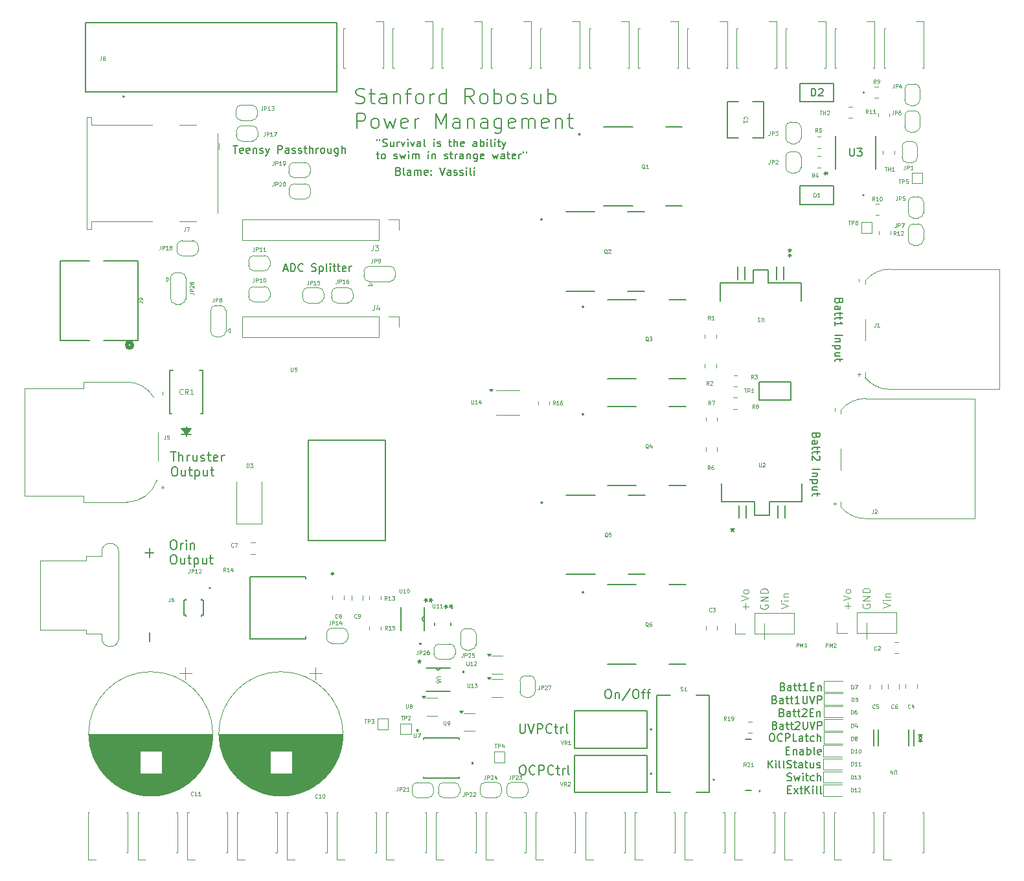
<source format=gbr>
%TF.GenerationSoftware,KiCad,Pcbnew,8.0.3*%
%TF.CreationDate,2025-06-03T15:00:21-07:00*%
%TF.ProjectId,Power_ManagementV2,506f7765-725f-44d6-916e-6167656d656e,rev?*%
%TF.SameCoordinates,Original*%
%TF.FileFunction,Legend,Top*%
%TF.FilePolarity,Positive*%
%FSLAX46Y46*%
G04 Gerber Fmt 4.6, Leading zero omitted, Abs format (unit mm)*
G04 Created by KiCad (PCBNEW 8.0.3) date 2025-06-03 15:00:21*
%MOMM*%
%LPD*%
G01*
G04 APERTURE LIST*
%ADD10C,0.200000*%
%ADD11C,0.150000*%
%ADD12C,0.100000*%
%ADD13C,0.120000*%
%ADD14C,0.152400*%
%ADD15C,0.508000*%
%ADD16C,0.000000*%
%ADD17C,0.127000*%
%ADD18C,0.250000*%
G04 APERTURE END LIST*
D10*
X211570863Y-148492742D02*
X211799435Y-148492742D01*
X211799435Y-148492742D02*
X211913720Y-148549885D01*
X211913720Y-148549885D02*
X212028006Y-148664171D01*
X212028006Y-148664171D02*
X212085149Y-148892742D01*
X212085149Y-148892742D02*
X212085149Y-149292742D01*
X212085149Y-149292742D02*
X212028006Y-149521314D01*
X212028006Y-149521314D02*
X211913720Y-149635600D01*
X211913720Y-149635600D02*
X211799435Y-149692742D01*
X211799435Y-149692742D02*
X211570863Y-149692742D01*
X211570863Y-149692742D02*
X211456578Y-149635600D01*
X211456578Y-149635600D02*
X211342292Y-149521314D01*
X211342292Y-149521314D02*
X211285149Y-149292742D01*
X211285149Y-149292742D02*
X211285149Y-148892742D01*
X211285149Y-148892742D02*
X211342292Y-148664171D01*
X211342292Y-148664171D02*
X211456578Y-148549885D01*
X211456578Y-148549885D02*
X211570863Y-148492742D01*
X213285149Y-149578457D02*
X213228006Y-149635600D01*
X213228006Y-149635600D02*
X213056578Y-149692742D01*
X213056578Y-149692742D02*
X212942292Y-149692742D01*
X212942292Y-149692742D02*
X212770863Y-149635600D01*
X212770863Y-149635600D02*
X212656578Y-149521314D01*
X212656578Y-149521314D02*
X212599435Y-149407028D01*
X212599435Y-149407028D02*
X212542292Y-149178457D01*
X212542292Y-149178457D02*
X212542292Y-149007028D01*
X212542292Y-149007028D02*
X212599435Y-148778457D01*
X212599435Y-148778457D02*
X212656578Y-148664171D01*
X212656578Y-148664171D02*
X212770863Y-148549885D01*
X212770863Y-148549885D02*
X212942292Y-148492742D01*
X212942292Y-148492742D02*
X213056578Y-148492742D01*
X213056578Y-148492742D02*
X213228006Y-148549885D01*
X213228006Y-148549885D02*
X213285149Y-148607028D01*
X213799435Y-149692742D02*
X213799435Y-148492742D01*
X213799435Y-148492742D02*
X214256578Y-148492742D01*
X214256578Y-148492742D02*
X214370863Y-148549885D01*
X214370863Y-148549885D02*
X214428006Y-148607028D01*
X214428006Y-148607028D02*
X214485149Y-148721314D01*
X214485149Y-148721314D02*
X214485149Y-148892742D01*
X214485149Y-148892742D02*
X214428006Y-149007028D01*
X214428006Y-149007028D02*
X214370863Y-149064171D01*
X214370863Y-149064171D02*
X214256578Y-149121314D01*
X214256578Y-149121314D02*
X213799435Y-149121314D01*
X215685149Y-149578457D02*
X215628006Y-149635600D01*
X215628006Y-149635600D02*
X215456578Y-149692742D01*
X215456578Y-149692742D02*
X215342292Y-149692742D01*
X215342292Y-149692742D02*
X215170863Y-149635600D01*
X215170863Y-149635600D02*
X215056578Y-149521314D01*
X215056578Y-149521314D02*
X214999435Y-149407028D01*
X214999435Y-149407028D02*
X214942292Y-149178457D01*
X214942292Y-149178457D02*
X214942292Y-149007028D01*
X214942292Y-149007028D02*
X214999435Y-148778457D01*
X214999435Y-148778457D02*
X215056578Y-148664171D01*
X215056578Y-148664171D02*
X215170863Y-148549885D01*
X215170863Y-148549885D02*
X215342292Y-148492742D01*
X215342292Y-148492742D02*
X215456578Y-148492742D01*
X215456578Y-148492742D02*
X215628006Y-148549885D01*
X215628006Y-148549885D02*
X215685149Y-148607028D01*
X216028006Y-148892742D02*
X216485149Y-148892742D01*
X216199435Y-148492742D02*
X216199435Y-149521314D01*
X216199435Y-149521314D02*
X216256578Y-149635600D01*
X216256578Y-149635600D02*
X216370863Y-149692742D01*
X216370863Y-149692742D02*
X216485149Y-149692742D01*
X216885149Y-149692742D02*
X216885149Y-148892742D01*
X216885149Y-149121314D02*
X216942292Y-149007028D01*
X216942292Y-149007028D02*
X216999435Y-148949885D01*
X216999435Y-148949885D02*
X217113720Y-148892742D01*
X217113720Y-148892742D02*
X217228006Y-148892742D01*
X217799434Y-149692742D02*
X217685149Y-149635600D01*
X217685149Y-149635600D02*
X217628006Y-149521314D01*
X217628006Y-149521314D02*
X217628006Y-148492742D01*
X173826816Y-67417219D02*
X174398244Y-67417219D01*
X174112530Y-68417219D02*
X174112530Y-67417219D01*
X175112530Y-68369600D02*
X175017292Y-68417219D01*
X175017292Y-68417219D02*
X174826816Y-68417219D01*
X174826816Y-68417219D02*
X174731578Y-68369600D01*
X174731578Y-68369600D02*
X174683959Y-68274361D01*
X174683959Y-68274361D02*
X174683959Y-67893409D01*
X174683959Y-67893409D02*
X174731578Y-67798171D01*
X174731578Y-67798171D02*
X174826816Y-67750552D01*
X174826816Y-67750552D02*
X175017292Y-67750552D01*
X175017292Y-67750552D02*
X175112530Y-67798171D01*
X175112530Y-67798171D02*
X175160149Y-67893409D01*
X175160149Y-67893409D02*
X175160149Y-67988647D01*
X175160149Y-67988647D02*
X174683959Y-68083885D01*
X175969673Y-68369600D02*
X175874435Y-68417219D01*
X175874435Y-68417219D02*
X175683959Y-68417219D01*
X175683959Y-68417219D02*
X175588721Y-68369600D01*
X175588721Y-68369600D02*
X175541102Y-68274361D01*
X175541102Y-68274361D02*
X175541102Y-67893409D01*
X175541102Y-67893409D02*
X175588721Y-67798171D01*
X175588721Y-67798171D02*
X175683959Y-67750552D01*
X175683959Y-67750552D02*
X175874435Y-67750552D01*
X175874435Y-67750552D02*
X175969673Y-67798171D01*
X175969673Y-67798171D02*
X176017292Y-67893409D01*
X176017292Y-67893409D02*
X176017292Y-67988647D01*
X176017292Y-67988647D02*
X175541102Y-68083885D01*
X176445864Y-67750552D02*
X176445864Y-68417219D01*
X176445864Y-67845790D02*
X176493483Y-67798171D01*
X176493483Y-67798171D02*
X176588721Y-67750552D01*
X176588721Y-67750552D02*
X176731578Y-67750552D01*
X176731578Y-67750552D02*
X176826816Y-67798171D01*
X176826816Y-67798171D02*
X176874435Y-67893409D01*
X176874435Y-67893409D02*
X176874435Y-68417219D01*
X177303007Y-68369600D02*
X177398245Y-68417219D01*
X177398245Y-68417219D02*
X177588721Y-68417219D01*
X177588721Y-68417219D02*
X177683959Y-68369600D01*
X177683959Y-68369600D02*
X177731578Y-68274361D01*
X177731578Y-68274361D02*
X177731578Y-68226742D01*
X177731578Y-68226742D02*
X177683959Y-68131504D01*
X177683959Y-68131504D02*
X177588721Y-68083885D01*
X177588721Y-68083885D02*
X177445864Y-68083885D01*
X177445864Y-68083885D02*
X177350626Y-68036266D01*
X177350626Y-68036266D02*
X177303007Y-67941028D01*
X177303007Y-67941028D02*
X177303007Y-67893409D01*
X177303007Y-67893409D02*
X177350626Y-67798171D01*
X177350626Y-67798171D02*
X177445864Y-67750552D01*
X177445864Y-67750552D02*
X177588721Y-67750552D01*
X177588721Y-67750552D02*
X177683959Y-67798171D01*
X178064912Y-67750552D02*
X178303007Y-68417219D01*
X178541102Y-67750552D02*
X178303007Y-68417219D01*
X178303007Y-68417219D02*
X178207769Y-68655314D01*
X178207769Y-68655314D02*
X178160150Y-68702933D01*
X178160150Y-68702933D02*
X178064912Y-68750552D01*
X179683960Y-68417219D02*
X179683960Y-67417219D01*
X179683960Y-67417219D02*
X180064912Y-67417219D01*
X180064912Y-67417219D02*
X180160150Y-67464838D01*
X180160150Y-67464838D02*
X180207769Y-67512457D01*
X180207769Y-67512457D02*
X180255388Y-67607695D01*
X180255388Y-67607695D02*
X180255388Y-67750552D01*
X180255388Y-67750552D02*
X180207769Y-67845790D01*
X180207769Y-67845790D02*
X180160150Y-67893409D01*
X180160150Y-67893409D02*
X180064912Y-67941028D01*
X180064912Y-67941028D02*
X179683960Y-67941028D01*
X181112531Y-68417219D02*
X181112531Y-67893409D01*
X181112531Y-67893409D02*
X181064912Y-67798171D01*
X181064912Y-67798171D02*
X180969674Y-67750552D01*
X180969674Y-67750552D02*
X180779198Y-67750552D01*
X180779198Y-67750552D02*
X180683960Y-67798171D01*
X181112531Y-68369600D02*
X181017293Y-68417219D01*
X181017293Y-68417219D02*
X180779198Y-68417219D01*
X180779198Y-68417219D02*
X180683960Y-68369600D01*
X180683960Y-68369600D02*
X180636341Y-68274361D01*
X180636341Y-68274361D02*
X180636341Y-68179123D01*
X180636341Y-68179123D02*
X180683960Y-68083885D01*
X180683960Y-68083885D02*
X180779198Y-68036266D01*
X180779198Y-68036266D02*
X181017293Y-68036266D01*
X181017293Y-68036266D02*
X181112531Y-67988647D01*
X181541103Y-68369600D02*
X181636341Y-68417219D01*
X181636341Y-68417219D02*
X181826817Y-68417219D01*
X181826817Y-68417219D02*
X181922055Y-68369600D01*
X181922055Y-68369600D02*
X181969674Y-68274361D01*
X181969674Y-68274361D02*
X181969674Y-68226742D01*
X181969674Y-68226742D02*
X181922055Y-68131504D01*
X181922055Y-68131504D02*
X181826817Y-68083885D01*
X181826817Y-68083885D02*
X181683960Y-68083885D01*
X181683960Y-68083885D02*
X181588722Y-68036266D01*
X181588722Y-68036266D02*
X181541103Y-67941028D01*
X181541103Y-67941028D02*
X181541103Y-67893409D01*
X181541103Y-67893409D02*
X181588722Y-67798171D01*
X181588722Y-67798171D02*
X181683960Y-67750552D01*
X181683960Y-67750552D02*
X181826817Y-67750552D01*
X181826817Y-67750552D02*
X181922055Y-67798171D01*
X182350627Y-68369600D02*
X182445865Y-68417219D01*
X182445865Y-68417219D02*
X182636341Y-68417219D01*
X182636341Y-68417219D02*
X182731579Y-68369600D01*
X182731579Y-68369600D02*
X182779198Y-68274361D01*
X182779198Y-68274361D02*
X182779198Y-68226742D01*
X182779198Y-68226742D02*
X182731579Y-68131504D01*
X182731579Y-68131504D02*
X182636341Y-68083885D01*
X182636341Y-68083885D02*
X182493484Y-68083885D01*
X182493484Y-68083885D02*
X182398246Y-68036266D01*
X182398246Y-68036266D02*
X182350627Y-67941028D01*
X182350627Y-67941028D02*
X182350627Y-67893409D01*
X182350627Y-67893409D02*
X182398246Y-67798171D01*
X182398246Y-67798171D02*
X182493484Y-67750552D01*
X182493484Y-67750552D02*
X182636341Y-67750552D01*
X182636341Y-67750552D02*
X182731579Y-67798171D01*
X183064913Y-67750552D02*
X183445865Y-67750552D01*
X183207770Y-67417219D02*
X183207770Y-68274361D01*
X183207770Y-68274361D02*
X183255389Y-68369600D01*
X183255389Y-68369600D02*
X183350627Y-68417219D01*
X183350627Y-68417219D02*
X183445865Y-68417219D01*
X183779199Y-68417219D02*
X183779199Y-67417219D01*
X184207770Y-68417219D02*
X184207770Y-67893409D01*
X184207770Y-67893409D02*
X184160151Y-67798171D01*
X184160151Y-67798171D02*
X184064913Y-67750552D01*
X184064913Y-67750552D02*
X183922056Y-67750552D01*
X183922056Y-67750552D02*
X183826818Y-67798171D01*
X183826818Y-67798171D02*
X183779199Y-67845790D01*
X184683961Y-68417219D02*
X184683961Y-67750552D01*
X184683961Y-67941028D02*
X184731580Y-67845790D01*
X184731580Y-67845790D02*
X184779199Y-67798171D01*
X184779199Y-67798171D02*
X184874437Y-67750552D01*
X184874437Y-67750552D02*
X184969675Y-67750552D01*
X185445866Y-68417219D02*
X185350628Y-68369600D01*
X185350628Y-68369600D02*
X185303009Y-68321980D01*
X185303009Y-68321980D02*
X185255390Y-68226742D01*
X185255390Y-68226742D02*
X185255390Y-67941028D01*
X185255390Y-67941028D02*
X185303009Y-67845790D01*
X185303009Y-67845790D02*
X185350628Y-67798171D01*
X185350628Y-67798171D02*
X185445866Y-67750552D01*
X185445866Y-67750552D02*
X185588723Y-67750552D01*
X185588723Y-67750552D02*
X185683961Y-67798171D01*
X185683961Y-67798171D02*
X185731580Y-67845790D01*
X185731580Y-67845790D02*
X185779199Y-67941028D01*
X185779199Y-67941028D02*
X185779199Y-68226742D01*
X185779199Y-68226742D02*
X185731580Y-68321980D01*
X185731580Y-68321980D02*
X185683961Y-68369600D01*
X185683961Y-68369600D02*
X185588723Y-68417219D01*
X185588723Y-68417219D02*
X185445866Y-68417219D01*
X186636342Y-67750552D02*
X186636342Y-68417219D01*
X186207771Y-67750552D02*
X186207771Y-68274361D01*
X186207771Y-68274361D02*
X186255390Y-68369600D01*
X186255390Y-68369600D02*
X186350628Y-68417219D01*
X186350628Y-68417219D02*
X186493485Y-68417219D01*
X186493485Y-68417219D02*
X186588723Y-68369600D01*
X186588723Y-68369600D02*
X186636342Y-68321980D01*
X187541104Y-67750552D02*
X187541104Y-68560076D01*
X187541104Y-68560076D02*
X187493485Y-68655314D01*
X187493485Y-68655314D02*
X187445866Y-68702933D01*
X187445866Y-68702933D02*
X187350628Y-68750552D01*
X187350628Y-68750552D02*
X187207771Y-68750552D01*
X187207771Y-68750552D02*
X187112533Y-68702933D01*
X187541104Y-68369600D02*
X187445866Y-68417219D01*
X187445866Y-68417219D02*
X187255390Y-68417219D01*
X187255390Y-68417219D02*
X187160152Y-68369600D01*
X187160152Y-68369600D02*
X187112533Y-68321980D01*
X187112533Y-68321980D02*
X187064914Y-68226742D01*
X187064914Y-68226742D02*
X187064914Y-67941028D01*
X187064914Y-67941028D02*
X187112533Y-67845790D01*
X187112533Y-67845790D02*
X187160152Y-67798171D01*
X187160152Y-67798171D02*
X187255390Y-67750552D01*
X187255390Y-67750552D02*
X187445866Y-67750552D01*
X187445866Y-67750552D02*
X187541104Y-67798171D01*
X188017295Y-68417219D02*
X188017295Y-67417219D01*
X188445866Y-68417219D02*
X188445866Y-67893409D01*
X188445866Y-67893409D02*
X188398247Y-67798171D01*
X188398247Y-67798171D02*
X188303009Y-67750552D01*
X188303009Y-67750552D02*
X188160152Y-67750552D01*
X188160152Y-67750552D02*
X188064914Y-67798171D01*
X188064914Y-67798171D02*
X188017295Y-67845790D01*
X165920863Y-119035809D02*
X166149435Y-119035809D01*
X166149435Y-119035809D02*
X166263720Y-119092952D01*
X166263720Y-119092952D02*
X166378006Y-119207238D01*
X166378006Y-119207238D02*
X166435149Y-119435809D01*
X166435149Y-119435809D02*
X166435149Y-119835809D01*
X166435149Y-119835809D02*
X166378006Y-120064381D01*
X166378006Y-120064381D02*
X166263720Y-120178667D01*
X166263720Y-120178667D02*
X166149435Y-120235809D01*
X166149435Y-120235809D02*
X165920863Y-120235809D01*
X165920863Y-120235809D02*
X165806578Y-120178667D01*
X165806578Y-120178667D02*
X165692292Y-120064381D01*
X165692292Y-120064381D02*
X165635149Y-119835809D01*
X165635149Y-119835809D02*
X165635149Y-119435809D01*
X165635149Y-119435809D02*
X165692292Y-119207238D01*
X165692292Y-119207238D02*
X165806578Y-119092952D01*
X165806578Y-119092952D02*
X165920863Y-119035809D01*
X166949435Y-120235809D02*
X166949435Y-119435809D01*
X166949435Y-119664381D02*
X167006578Y-119550095D01*
X167006578Y-119550095D02*
X167063721Y-119492952D01*
X167063721Y-119492952D02*
X167178006Y-119435809D01*
X167178006Y-119435809D02*
X167292292Y-119435809D01*
X167692292Y-120235809D02*
X167692292Y-119435809D01*
X167692292Y-119035809D02*
X167635149Y-119092952D01*
X167635149Y-119092952D02*
X167692292Y-119150095D01*
X167692292Y-119150095D02*
X167749435Y-119092952D01*
X167749435Y-119092952D02*
X167692292Y-119035809D01*
X167692292Y-119035809D02*
X167692292Y-119150095D01*
X168263721Y-119435809D02*
X168263721Y-120235809D01*
X168263721Y-119550095D02*
X168320864Y-119492952D01*
X168320864Y-119492952D02*
X168435149Y-119435809D01*
X168435149Y-119435809D02*
X168606578Y-119435809D01*
X168606578Y-119435809D02*
X168720864Y-119492952D01*
X168720864Y-119492952D02*
X168778007Y-119607238D01*
X168778007Y-119607238D02*
X168778007Y-120235809D01*
X165920863Y-120967742D02*
X166149435Y-120967742D01*
X166149435Y-120967742D02*
X166263720Y-121024885D01*
X166263720Y-121024885D02*
X166378006Y-121139171D01*
X166378006Y-121139171D02*
X166435149Y-121367742D01*
X166435149Y-121367742D02*
X166435149Y-121767742D01*
X166435149Y-121767742D02*
X166378006Y-121996314D01*
X166378006Y-121996314D02*
X166263720Y-122110600D01*
X166263720Y-122110600D02*
X166149435Y-122167742D01*
X166149435Y-122167742D02*
X165920863Y-122167742D01*
X165920863Y-122167742D02*
X165806578Y-122110600D01*
X165806578Y-122110600D02*
X165692292Y-121996314D01*
X165692292Y-121996314D02*
X165635149Y-121767742D01*
X165635149Y-121767742D02*
X165635149Y-121367742D01*
X165635149Y-121367742D02*
X165692292Y-121139171D01*
X165692292Y-121139171D02*
X165806578Y-121024885D01*
X165806578Y-121024885D02*
X165920863Y-120967742D01*
X167463721Y-121367742D02*
X167463721Y-122167742D01*
X166949435Y-121367742D02*
X166949435Y-121996314D01*
X166949435Y-121996314D02*
X167006578Y-122110600D01*
X167006578Y-122110600D02*
X167120863Y-122167742D01*
X167120863Y-122167742D02*
X167292292Y-122167742D01*
X167292292Y-122167742D02*
X167406578Y-122110600D01*
X167406578Y-122110600D02*
X167463721Y-122053457D01*
X167863720Y-121367742D02*
X168320863Y-121367742D01*
X168035149Y-120967742D02*
X168035149Y-121996314D01*
X168035149Y-121996314D02*
X168092292Y-122110600D01*
X168092292Y-122110600D02*
X168206577Y-122167742D01*
X168206577Y-122167742D02*
X168320863Y-122167742D01*
X168720863Y-121367742D02*
X168720863Y-122567742D01*
X168720863Y-121424885D02*
X168835149Y-121367742D01*
X168835149Y-121367742D02*
X169063720Y-121367742D01*
X169063720Y-121367742D02*
X169178006Y-121424885D01*
X169178006Y-121424885D02*
X169235149Y-121482028D01*
X169235149Y-121482028D02*
X169292291Y-121596314D01*
X169292291Y-121596314D02*
X169292291Y-121939171D01*
X169292291Y-121939171D02*
X169235149Y-122053457D01*
X169235149Y-122053457D02*
X169178006Y-122110600D01*
X169178006Y-122110600D02*
X169063720Y-122167742D01*
X169063720Y-122167742D02*
X168835149Y-122167742D01*
X168835149Y-122167742D02*
X168720863Y-122110600D01*
X170320863Y-121367742D02*
X170320863Y-122167742D01*
X169806577Y-121367742D02*
X169806577Y-121996314D01*
X169806577Y-121996314D02*
X169863720Y-122110600D01*
X169863720Y-122110600D02*
X169978005Y-122167742D01*
X169978005Y-122167742D02*
X170149434Y-122167742D01*
X170149434Y-122167742D02*
X170263720Y-122110600D01*
X170263720Y-122110600D02*
X170320863Y-122053457D01*
X170720862Y-121367742D02*
X171178005Y-121367742D01*
X170892291Y-120967742D02*
X170892291Y-121996314D01*
X170892291Y-121996314D02*
X170949434Y-122110600D01*
X170949434Y-122110600D02*
X171063719Y-122167742D01*
X171063719Y-122167742D02*
X171178005Y-122167742D01*
D11*
X192617960Y-66551075D02*
X192617960Y-66741551D01*
X192998912Y-66551075D02*
X192998912Y-66741551D01*
X193379865Y-67503456D02*
X193522722Y-67551075D01*
X193522722Y-67551075D02*
X193760817Y-67551075D01*
X193760817Y-67551075D02*
X193856055Y-67503456D01*
X193856055Y-67503456D02*
X193903674Y-67455836D01*
X193903674Y-67455836D02*
X193951293Y-67360598D01*
X193951293Y-67360598D02*
X193951293Y-67265360D01*
X193951293Y-67265360D02*
X193903674Y-67170122D01*
X193903674Y-67170122D02*
X193856055Y-67122503D01*
X193856055Y-67122503D02*
X193760817Y-67074884D01*
X193760817Y-67074884D02*
X193570341Y-67027265D01*
X193570341Y-67027265D02*
X193475103Y-66979646D01*
X193475103Y-66979646D02*
X193427484Y-66932027D01*
X193427484Y-66932027D02*
X193379865Y-66836789D01*
X193379865Y-66836789D02*
X193379865Y-66741551D01*
X193379865Y-66741551D02*
X193427484Y-66646313D01*
X193427484Y-66646313D02*
X193475103Y-66598694D01*
X193475103Y-66598694D02*
X193570341Y-66551075D01*
X193570341Y-66551075D02*
X193808436Y-66551075D01*
X193808436Y-66551075D02*
X193951293Y-66598694D01*
X194808436Y-66884408D02*
X194808436Y-67551075D01*
X194379865Y-66884408D02*
X194379865Y-67408217D01*
X194379865Y-67408217D02*
X194427484Y-67503456D01*
X194427484Y-67503456D02*
X194522722Y-67551075D01*
X194522722Y-67551075D02*
X194665579Y-67551075D01*
X194665579Y-67551075D02*
X194760817Y-67503456D01*
X194760817Y-67503456D02*
X194808436Y-67455836D01*
X195284627Y-67551075D02*
X195284627Y-66884408D01*
X195284627Y-67074884D02*
X195332246Y-66979646D01*
X195332246Y-66979646D02*
X195379865Y-66932027D01*
X195379865Y-66932027D02*
X195475103Y-66884408D01*
X195475103Y-66884408D02*
X195570341Y-66884408D01*
X195808437Y-66884408D02*
X196046532Y-67551075D01*
X196046532Y-67551075D02*
X196284627Y-66884408D01*
X196665580Y-67551075D02*
X196665580Y-66884408D01*
X196665580Y-66551075D02*
X196617961Y-66598694D01*
X196617961Y-66598694D02*
X196665580Y-66646313D01*
X196665580Y-66646313D02*
X196713199Y-66598694D01*
X196713199Y-66598694D02*
X196665580Y-66551075D01*
X196665580Y-66551075D02*
X196665580Y-66646313D01*
X197046532Y-66884408D02*
X197284627Y-67551075D01*
X197284627Y-67551075D02*
X197522722Y-66884408D01*
X198332246Y-67551075D02*
X198332246Y-67027265D01*
X198332246Y-67027265D02*
X198284627Y-66932027D01*
X198284627Y-66932027D02*
X198189389Y-66884408D01*
X198189389Y-66884408D02*
X197998913Y-66884408D01*
X197998913Y-66884408D02*
X197903675Y-66932027D01*
X198332246Y-67503456D02*
X198237008Y-67551075D01*
X198237008Y-67551075D02*
X197998913Y-67551075D01*
X197998913Y-67551075D02*
X197903675Y-67503456D01*
X197903675Y-67503456D02*
X197856056Y-67408217D01*
X197856056Y-67408217D02*
X197856056Y-67312979D01*
X197856056Y-67312979D02*
X197903675Y-67217741D01*
X197903675Y-67217741D02*
X197998913Y-67170122D01*
X197998913Y-67170122D02*
X198237008Y-67170122D01*
X198237008Y-67170122D02*
X198332246Y-67122503D01*
X198951294Y-67551075D02*
X198856056Y-67503456D01*
X198856056Y-67503456D02*
X198808437Y-67408217D01*
X198808437Y-67408217D02*
X198808437Y-66551075D01*
X200094152Y-67551075D02*
X200094152Y-66884408D01*
X200094152Y-66551075D02*
X200046533Y-66598694D01*
X200046533Y-66598694D02*
X200094152Y-66646313D01*
X200094152Y-66646313D02*
X200141771Y-66598694D01*
X200141771Y-66598694D02*
X200094152Y-66551075D01*
X200094152Y-66551075D02*
X200094152Y-66646313D01*
X200522723Y-67503456D02*
X200617961Y-67551075D01*
X200617961Y-67551075D02*
X200808437Y-67551075D01*
X200808437Y-67551075D02*
X200903675Y-67503456D01*
X200903675Y-67503456D02*
X200951294Y-67408217D01*
X200951294Y-67408217D02*
X200951294Y-67360598D01*
X200951294Y-67360598D02*
X200903675Y-67265360D01*
X200903675Y-67265360D02*
X200808437Y-67217741D01*
X200808437Y-67217741D02*
X200665580Y-67217741D01*
X200665580Y-67217741D02*
X200570342Y-67170122D01*
X200570342Y-67170122D02*
X200522723Y-67074884D01*
X200522723Y-67074884D02*
X200522723Y-67027265D01*
X200522723Y-67027265D02*
X200570342Y-66932027D01*
X200570342Y-66932027D02*
X200665580Y-66884408D01*
X200665580Y-66884408D02*
X200808437Y-66884408D01*
X200808437Y-66884408D02*
X200903675Y-66932027D01*
X201998914Y-66884408D02*
X202379866Y-66884408D01*
X202141771Y-66551075D02*
X202141771Y-67408217D01*
X202141771Y-67408217D02*
X202189390Y-67503456D01*
X202189390Y-67503456D02*
X202284628Y-67551075D01*
X202284628Y-67551075D02*
X202379866Y-67551075D01*
X202713200Y-67551075D02*
X202713200Y-66551075D01*
X203141771Y-67551075D02*
X203141771Y-67027265D01*
X203141771Y-67027265D02*
X203094152Y-66932027D01*
X203094152Y-66932027D02*
X202998914Y-66884408D01*
X202998914Y-66884408D02*
X202856057Y-66884408D01*
X202856057Y-66884408D02*
X202760819Y-66932027D01*
X202760819Y-66932027D02*
X202713200Y-66979646D01*
X203998914Y-67503456D02*
X203903676Y-67551075D01*
X203903676Y-67551075D02*
X203713200Y-67551075D01*
X203713200Y-67551075D02*
X203617962Y-67503456D01*
X203617962Y-67503456D02*
X203570343Y-67408217D01*
X203570343Y-67408217D02*
X203570343Y-67027265D01*
X203570343Y-67027265D02*
X203617962Y-66932027D01*
X203617962Y-66932027D02*
X203713200Y-66884408D01*
X203713200Y-66884408D02*
X203903676Y-66884408D01*
X203903676Y-66884408D02*
X203998914Y-66932027D01*
X203998914Y-66932027D02*
X204046533Y-67027265D01*
X204046533Y-67027265D02*
X204046533Y-67122503D01*
X204046533Y-67122503D02*
X203570343Y-67217741D01*
X205665581Y-67551075D02*
X205665581Y-67027265D01*
X205665581Y-67027265D02*
X205617962Y-66932027D01*
X205617962Y-66932027D02*
X205522724Y-66884408D01*
X205522724Y-66884408D02*
X205332248Y-66884408D01*
X205332248Y-66884408D02*
X205237010Y-66932027D01*
X205665581Y-67503456D02*
X205570343Y-67551075D01*
X205570343Y-67551075D02*
X205332248Y-67551075D01*
X205332248Y-67551075D02*
X205237010Y-67503456D01*
X205237010Y-67503456D02*
X205189391Y-67408217D01*
X205189391Y-67408217D02*
X205189391Y-67312979D01*
X205189391Y-67312979D02*
X205237010Y-67217741D01*
X205237010Y-67217741D02*
X205332248Y-67170122D01*
X205332248Y-67170122D02*
X205570343Y-67170122D01*
X205570343Y-67170122D02*
X205665581Y-67122503D01*
X206141772Y-67551075D02*
X206141772Y-66551075D01*
X206141772Y-66932027D02*
X206237010Y-66884408D01*
X206237010Y-66884408D02*
X206427486Y-66884408D01*
X206427486Y-66884408D02*
X206522724Y-66932027D01*
X206522724Y-66932027D02*
X206570343Y-66979646D01*
X206570343Y-66979646D02*
X206617962Y-67074884D01*
X206617962Y-67074884D02*
X206617962Y-67360598D01*
X206617962Y-67360598D02*
X206570343Y-67455836D01*
X206570343Y-67455836D02*
X206522724Y-67503456D01*
X206522724Y-67503456D02*
X206427486Y-67551075D01*
X206427486Y-67551075D02*
X206237010Y-67551075D01*
X206237010Y-67551075D02*
X206141772Y-67503456D01*
X207046534Y-67551075D02*
X207046534Y-66884408D01*
X207046534Y-66551075D02*
X206998915Y-66598694D01*
X206998915Y-66598694D02*
X207046534Y-66646313D01*
X207046534Y-66646313D02*
X207094153Y-66598694D01*
X207094153Y-66598694D02*
X207046534Y-66551075D01*
X207046534Y-66551075D02*
X207046534Y-66646313D01*
X207665581Y-67551075D02*
X207570343Y-67503456D01*
X207570343Y-67503456D02*
X207522724Y-67408217D01*
X207522724Y-67408217D02*
X207522724Y-66551075D01*
X208046534Y-67551075D02*
X208046534Y-66884408D01*
X208046534Y-66551075D02*
X207998915Y-66598694D01*
X207998915Y-66598694D02*
X208046534Y-66646313D01*
X208046534Y-66646313D02*
X208094153Y-66598694D01*
X208094153Y-66598694D02*
X208046534Y-66551075D01*
X208046534Y-66551075D02*
X208046534Y-66646313D01*
X208379867Y-66884408D02*
X208760819Y-66884408D01*
X208522724Y-66551075D02*
X208522724Y-67408217D01*
X208522724Y-67408217D02*
X208570343Y-67503456D01*
X208570343Y-67503456D02*
X208665581Y-67551075D01*
X208665581Y-67551075D02*
X208760819Y-67551075D01*
X208998915Y-66884408D02*
X209237010Y-67551075D01*
X209475105Y-66884408D02*
X209237010Y-67551075D01*
X209237010Y-67551075D02*
X209141772Y-67789170D01*
X209141772Y-67789170D02*
X209094153Y-67836789D01*
X209094153Y-67836789D02*
X208998915Y-67884408D01*
X192522722Y-68494352D02*
X192903674Y-68494352D01*
X192665579Y-68161019D02*
X192665579Y-69018161D01*
X192665579Y-69018161D02*
X192713198Y-69113400D01*
X192713198Y-69113400D02*
X192808436Y-69161019D01*
X192808436Y-69161019D02*
X192903674Y-69161019D01*
X193379865Y-69161019D02*
X193284627Y-69113400D01*
X193284627Y-69113400D02*
X193237008Y-69065780D01*
X193237008Y-69065780D02*
X193189389Y-68970542D01*
X193189389Y-68970542D02*
X193189389Y-68684828D01*
X193189389Y-68684828D02*
X193237008Y-68589590D01*
X193237008Y-68589590D02*
X193284627Y-68541971D01*
X193284627Y-68541971D02*
X193379865Y-68494352D01*
X193379865Y-68494352D02*
X193522722Y-68494352D01*
X193522722Y-68494352D02*
X193617960Y-68541971D01*
X193617960Y-68541971D02*
X193665579Y-68589590D01*
X193665579Y-68589590D02*
X193713198Y-68684828D01*
X193713198Y-68684828D02*
X193713198Y-68970542D01*
X193713198Y-68970542D02*
X193665579Y-69065780D01*
X193665579Y-69065780D02*
X193617960Y-69113400D01*
X193617960Y-69113400D02*
X193522722Y-69161019D01*
X193522722Y-69161019D02*
X193379865Y-69161019D01*
X194856056Y-69113400D02*
X194951294Y-69161019D01*
X194951294Y-69161019D02*
X195141770Y-69161019D01*
X195141770Y-69161019D02*
X195237008Y-69113400D01*
X195237008Y-69113400D02*
X195284627Y-69018161D01*
X195284627Y-69018161D02*
X195284627Y-68970542D01*
X195284627Y-68970542D02*
X195237008Y-68875304D01*
X195237008Y-68875304D02*
X195141770Y-68827685D01*
X195141770Y-68827685D02*
X194998913Y-68827685D01*
X194998913Y-68827685D02*
X194903675Y-68780066D01*
X194903675Y-68780066D02*
X194856056Y-68684828D01*
X194856056Y-68684828D02*
X194856056Y-68637209D01*
X194856056Y-68637209D02*
X194903675Y-68541971D01*
X194903675Y-68541971D02*
X194998913Y-68494352D01*
X194998913Y-68494352D02*
X195141770Y-68494352D01*
X195141770Y-68494352D02*
X195237008Y-68541971D01*
X195617961Y-68494352D02*
X195808437Y-69161019D01*
X195808437Y-69161019D02*
X195998913Y-68684828D01*
X195998913Y-68684828D02*
X196189389Y-69161019D01*
X196189389Y-69161019D02*
X196379865Y-68494352D01*
X196760818Y-69161019D02*
X196760818Y-68494352D01*
X196760818Y-68161019D02*
X196713199Y-68208638D01*
X196713199Y-68208638D02*
X196760818Y-68256257D01*
X196760818Y-68256257D02*
X196808437Y-68208638D01*
X196808437Y-68208638D02*
X196760818Y-68161019D01*
X196760818Y-68161019D02*
X196760818Y-68256257D01*
X197237008Y-69161019D02*
X197237008Y-68494352D01*
X197237008Y-68589590D02*
X197284627Y-68541971D01*
X197284627Y-68541971D02*
X197379865Y-68494352D01*
X197379865Y-68494352D02*
X197522722Y-68494352D01*
X197522722Y-68494352D02*
X197617960Y-68541971D01*
X197617960Y-68541971D02*
X197665579Y-68637209D01*
X197665579Y-68637209D02*
X197665579Y-69161019D01*
X197665579Y-68637209D02*
X197713198Y-68541971D01*
X197713198Y-68541971D02*
X197808436Y-68494352D01*
X197808436Y-68494352D02*
X197951293Y-68494352D01*
X197951293Y-68494352D02*
X198046532Y-68541971D01*
X198046532Y-68541971D02*
X198094151Y-68637209D01*
X198094151Y-68637209D02*
X198094151Y-69161019D01*
X199332246Y-69161019D02*
X199332246Y-68494352D01*
X199332246Y-68161019D02*
X199284627Y-68208638D01*
X199284627Y-68208638D02*
X199332246Y-68256257D01*
X199332246Y-68256257D02*
X199379865Y-68208638D01*
X199379865Y-68208638D02*
X199332246Y-68161019D01*
X199332246Y-68161019D02*
X199332246Y-68256257D01*
X199808436Y-68494352D02*
X199808436Y-69161019D01*
X199808436Y-68589590D02*
X199856055Y-68541971D01*
X199856055Y-68541971D02*
X199951293Y-68494352D01*
X199951293Y-68494352D02*
X200094150Y-68494352D01*
X200094150Y-68494352D02*
X200189388Y-68541971D01*
X200189388Y-68541971D02*
X200237007Y-68637209D01*
X200237007Y-68637209D02*
X200237007Y-69161019D01*
X201427484Y-69113400D02*
X201522722Y-69161019D01*
X201522722Y-69161019D02*
X201713198Y-69161019D01*
X201713198Y-69161019D02*
X201808436Y-69113400D01*
X201808436Y-69113400D02*
X201856055Y-69018161D01*
X201856055Y-69018161D02*
X201856055Y-68970542D01*
X201856055Y-68970542D02*
X201808436Y-68875304D01*
X201808436Y-68875304D02*
X201713198Y-68827685D01*
X201713198Y-68827685D02*
X201570341Y-68827685D01*
X201570341Y-68827685D02*
X201475103Y-68780066D01*
X201475103Y-68780066D02*
X201427484Y-68684828D01*
X201427484Y-68684828D02*
X201427484Y-68637209D01*
X201427484Y-68637209D02*
X201475103Y-68541971D01*
X201475103Y-68541971D02*
X201570341Y-68494352D01*
X201570341Y-68494352D02*
X201713198Y-68494352D01*
X201713198Y-68494352D02*
X201808436Y-68541971D01*
X202141770Y-68494352D02*
X202522722Y-68494352D01*
X202284627Y-68161019D02*
X202284627Y-69018161D01*
X202284627Y-69018161D02*
X202332246Y-69113400D01*
X202332246Y-69113400D02*
X202427484Y-69161019D01*
X202427484Y-69161019D02*
X202522722Y-69161019D01*
X202856056Y-69161019D02*
X202856056Y-68494352D01*
X202856056Y-68684828D02*
X202903675Y-68589590D01*
X202903675Y-68589590D02*
X202951294Y-68541971D01*
X202951294Y-68541971D02*
X203046532Y-68494352D01*
X203046532Y-68494352D02*
X203141770Y-68494352D01*
X203903675Y-69161019D02*
X203903675Y-68637209D01*
X203903675Y-68637209D02*
X203856056Y-68541971D01*
X203856056Y-68541971D02*
X203760818Y-68494352D01*
X203760818Y-68494352D02*
X203570342Y-68494352D01*
X203570342Y-68494352D02*
X203475104Y-68541971D01*
X203903675Y-69113400D02*
X203808437Y-69161019D01*
X203808437Y-69161019D02*
X203570342Y-69161019D01*
X203570342Y-69161019D02*
X203475104Y-69113400D01*
X203475104Y-69113400D02*
X203427485Y-69018161D01*
X203427485Y-69018161D02*
X203427485Y-68922923D01*
X203427485Y-68922923D02*
X203475104Y-68827685D01*
X203475104Y-68827685D02*
X203570342Y-68780066D01*
X203570342Y-68780066D02*
X203808437Y-68780066D01*
X203808437Y-68780066D02*
X203903675Y-68732447D01*
X204379866Y-68494352D02*
X204379866Y-69161019D01*
X204379866Y-68589590D02*
X204427485Y-68541971D01*
X204427485Y-68541971D02*
X204522723Y-68494352D01*
X204522723Y-68494352D02*
X204665580Y-68494352D01*
X204665580Y-68494352D02*
X204760818Y-68541971D01*
X204760818Y-68541971D02*
X204808437Y-68637209D01*
X204808437Y-68637209D02*
X204808437Y-69161019D01*
X205713199Y-68494352D02*
X205713199Y-69303876D01*
X205713199Y-69303876D02*
X205665580Y-69399114D01*
X205665580Y-69399114D02*
X205617961Y-69446733D01*
X205617961Y-69446733D02*
X205522723Y-69494352D01*
X205522723Y-69494352D02*
X205379866Y-69494352D01*
X205379866Y-69494352D02*
X205284628Y-69446733D01*
X205713199Y-69113400D02*
X205617961Y-69161019D01*
X205617961Y-69161019D02*
X205427485Y-69161019D01*
X205427485Y-69161019D02*
X205332247Y-69113400D01*
X205332247Y-69113400D02*
X205284628Y-69065780D01*
X205284628Y-69065780D02*
X205237009Y-68970542D01*
X205237009Y-68970542D02*
X205237009Y-68684828D01*
X205237009Y-68684828D02*
X205284628Y-68589590D01*
X205284628Y-68589590D02*
X205332247Y-68541971D01*
X205332247Y-68541971D02*
X205427485Y-68494352D01*
X205427485Y-68494352D02*
X205617961Y-68494352D01*
X205617961Y-68494352D02*
X205713199Y-68541971D01*
X206570342Y-69113400D02*
X206475104Y-69161019D01*
X206475104Y-69161019D02*
X206284628Y-69161019D01*
X206284628Y-69161019D02*
X206189390Y-69113400D01*
X206189390Y-69113400D02*
X206141771Y-69018161D01*
X206141771Y-69018161D02*
X206141771Y-68637209D01*
X206141771Y-68637209D02*
X206189390Y-68541971D01*
X206189390Y-68541971D02*
X206284628Y-68494352D01*
X206284628Y-68494352D02*
X206475104Y-68494352D01*
X206475104Y-68494352D02*
X206570342Y-68541971D01*
X206570342Y-68541971D02*
X206617961Y-68637209D01*
X206617961Y-68637209D02*
X206617961Y-68732447D01*
X206617961Y-68732447D02*
X206141771Y-68827685D01*
X207713200Y-68494352D02*
X207903676Y-69161019D01*
X207903676Y-69161019D02*
X208094152Y-68684828D01*
X208094152Y-68684828D02*
X208284628Y-69161019D01*
X208284628Y-69161019D02*
X208475104Y-68494352D01*
X209284628Y-69161019D02*
X209284628Y-68637209D01*
X209284628Y-68637209D02*
X209237009Y-68541971D01*
X209237009Y-68541971D02*
X209141771Y-68494352D01*
X209141771Y-68494352D02*
X208951295Y-68494352D01*
X208951295Y-68494352D02*
X208856057Y-68541971D01*
X209284628Y-69113400D02*
X209189390Y-69161019D01*
X209189390Y-69161019D02*
X208951295Y-69161019D01*
X208951295Y-69161019D02*
X208856057Y-69113400D01*
X208856057Y-69113400D02*
X208808438Y-69018161D01*
X208808438Y-69018161D02*
X208808438Y-68922923D01*
X208808438Y-68922923D02*
X208856057Y-68827685D01*
X208856057Y-68827685D02*
X208951295Y-68780066D01*
X208951295Y-68780066D02*
X209189390Y-68780066D01*
X209189390Y-68780066D02*
X209284628Y-68732447D01*
X209617962Y-68494352D02*
X209998914Y-68494352D01*
X209760819Y-68161019D02*
X209760819Y-69018161D01*
X209760819Y-69018161D02*
X209808438Y-69113400D01*
X209808438Y-69113400D02*
X209903676Y-69161019D01*
X209903676Y-69161019D02*
X209998914Y-69161019D01*
X210713200Y-69113400D02*
X210617962Y-69161019D01*
X210617962Y-69161019D02*
X210427486Y-69161019D01*
X210427486Y-69161019D02*
X210332248Y-69113400D01*
X210332248Y-69113400D02*
X210284629Y-69018161D01*
X210284629Y-69018161D02*
X210284629Y-68637209D01*
X210284629Y-68637209D02*
X210332248Y-68541971D01*
X210332248Y-68541971D02*
X210427486Y-68494352D01*
X210427486Y-68494352D02*
X210617962Y-68494352D01*
X210617962Y-68494352D02*
X210713200Y-68541971D01*
X210713200Y-68541971D02*
X210760819Y-68637209D01*
X210760819Y-68637209D02*
X210760819Y-68732447D01*
X210760819Y-68732447D02*
X210284629Y-68827685D01*
X211189391Y-69161019D02*
X211189391Y-68494352D01*
X211189391Y-68684828D02*
X211237010Y-68589590D01*
X211237010Y-68589590D02*
X211284629Y-68541971D01*
X211284629Y-68541971D02*
X211379867Y-68494352D01*
X211379867Y-68494352D02*
X211475105Y-68494352D01*
X211760820Y-68161019D02*
X211760820Y-68351495D01*
X212141772Y-68161019D02*
X212141772Y-68351495D01*
X245663712Y-138192809D02*
X245806569Y-138240428D01*
X245806569Y-138240428D02*
X245854188Y-138288047D01*
X245854188Y-138288047D02*
X245901807Y-138383285D01*
X245901807Y-138383285D02*
X245901807Y-138526142D01*
X245901807Y-138526142D02*
X245854188Y-138621380D01*
X245854188Y-138621380D02*
X245806569Y-138669000D01*
X245806569Y-138669000D02*
X245711331Y-138716619D01*
X245711331Y-138716619D02*
X245330379Y-138716619D01*
X245330379Y-138716619D02*
X245330379Y-137716619D01*
X245330379Y-137716619D02*
X245663712Y-137716619D01*
X245663712Y-137716619D02*
X245758950Y-137764238D01*
X245758950Y-137764238D02*
X245806569Y-137811857D01*
X245806569Y-137811857D02*
X245854188Y-137907095D01*
X245854188Y-137907095D02*
X245854188Y-138002333D01*
X245854188Y-138002333D02*
X245806569Y-138097571D01*
X245806569Y-138097571D02*
X245758950Y-138145190D01*
X245758950Y-138145190D02*
X245663712Y-138192809D01*
X245663712Y-138192809D02*
X245330379Y-138192809D01*
X246758950Y-138716619D02*
X246758950Y-138192809D01*
X246758950Y-138192809D02*
X246711331Y-138097571D01*
X246711331Y-138097571D02*
X246616093Y-138049952D01*
X246616093Y-138049952D02*
X246425617Y-138049952D01*
X246425617Y-138049952D02*
X246330379Y-138097571D01*
X246758950Y-138669000D02*
X246663712Y-138716619D01*
X246663712Y-138716619D02*
X246425617Y-138716619D01*
X246425617Y-138716619D02*
X246330379Y-138669000D01*
X246330379Y-138669000D02*
X246282760Y-138573761D01*
X246282760Y-138573761D02*
X246282760Y-138478523D01*
X246282760Y-138478523D02*
X246330379Y-138383285D01*
X246330379Y-138383285D02*
X246425617Y-138335666D01*
X246425617Y-138335666D02*
X246663712Y-138335666D01*
X246663712Y-138335666D02*
X246758950Y-138288047D01*
X247092284Y-138049952D02*
X247473236Y-138049952D01*
X247235141Y-137716619D02*
X247235141Y-138573761D01*
X247235141Y-138573761D02*
X247282760Y-138669000D01*
X247282760Y-138669000D02*
X247377998Y-138716619D01*
X247377998Y-138716619D02*
X247473236Y-138716619D01*
X247663713Y-138049952D02*
X248044665Y-138049952D01*
X247806570Y-137716619D02*
X247806570Y-138573761D01*
X247806570Y-138573761D02*
X247854189Y-138669000D01*
X247854189Y-138669000D02*
X247949427Y-138716619D01*
X247949427Y-138716619D02*
X248044665Y-138716619D01*
X248901808Y-138716619D02*
X248330380Y-138716619D01*
X248616094Y-138716619D02*
X248616094Y-137716619D01*
X248616094Y-137716619D02*
X248520856Y-137859476D01*
X248520856Y-137859476D02*
X248425618Y-137954714D01*
X248425618Y-137954714D02*
X248330380Y-138002333D01*
X249330380Y-138192809D02*
X249663713Y-138192809D01*
X249806570Y-138716619D02*
X249330380Y-138716619D01*
X249330380Y-138716619D02*
X249330380Y-137716619D01*
X249330380Y-137716619D02*
X249806570Y-137716619D01*
X250235142Y-138049952D02*
X250235142Y-138716619D01*
X250235142Y-138145190D02*
X250282761Y-138097571D01*
X250282761Y-138097571D02*
X250377999Y-138049952D01*
X250377999Y-138049952D02*
X250520856Y-138049952D01*
X250520856Y-138049952D02*
X250616094Y-138097571D01*
X250616094Y-138097571D02*
X250663713Y-138192809D01*
X250663713Y-138192809D02*
X250663713Y-138716619D01*
X243750379Y-148825819D02*
X243750379Y-147825819D01*
X244321807Y-148825819D02*
X243893236Y-148254390D01*
X244321807Y-147825819D02*
X243750379Y-148397247D01*
X244750379Y-148825819D02*
X244750379Y-148159152D01*
X244750379Y-147825819D02*
X244702760Y-147873438D01*
X244702760Y-147873438D02*
X244750379Y-147921057D01*
X244750379Y-147921057D02*
X244797998Y-147873438D01*
X244797998Y-147873438D02*
X244750379Y-147825819D01*
X244750379Y-147825819D02*
X244750379Y-147921057D01*
X245369426Y-148825819D02*
X245274188Y-148778200D01*
X245274188Y-148778200D02*
X245226569Y-148682961D01*
X245226569Y-148682961D02*
X245226569Y-147825819D01*
X245893236Y-148825819D02*
X245797998Y-148778200D01*
X245797998Y-148778200D02*
X245750379Y-148682961D01*
X245750379Y-148682961D02*
X245750379Y-147825819D01*
X246226570Y-148778200D02*
X246369427Y-148825819D01*
X246369427Y-148825819D02*
X246607522Y-148825819D01*
X246607522Y-148825819D02*
X246702760Y-148778200D01*
X246702760Y-148778200D02*
X246750379Y-148730580D01*
X246750379Y-148730580D02*
X246797998Y-148635342D01*
X246797998Y-148635342D02*
X246797998Y-148540104D01*
X246797998Y-148540104D02*
X246750379Y-148444866D01*
X246750379Y-148444866D02*
X246702760Y-148397247D01*
X246702760Y-148397247D02*
X246607522Y-148349628D01*
X246607522Y-148349628D02*
X246417046Y-148302009D01*
X246417046Y-148302009D02*
X246321808Y-148254390D01*
X246321808Y-148254390D02*
X246274189Y-148206771D01*
X246274189Y-148206771D02*
X246226570Y-148111533D01*
X246226570Y-148111533D02*
X246226570Y-148016295D01*
X246226570Y-148016295D02*
X246274189Y-147921057D01*
X246274189Y-147921057D02*
X246321808Y-147873438D01*
X246321808Y-147873438D02*
X246417046Y-147825819D01*
X246417046Y-147825819D02*
X246655141Y-147825819D01*
X246655141Y-147825819D02*
X246797998Y-147873438D01*
X247083713Y-148159152D02*
X247464665Y-148159152D01*
X247226570Y-147825819D02*
X247226570Y-148682961D01*
X247226570Y-148682961D02*
X247274189Y-148778200D01*
X247274189Y-148778200D02*
X247369427Y-148825819D01*
X247369427Y-148825819D02*
X247464665Y-148825819D01*
X248226570Y-148825819D02*
X248226570Y-148302009D01*
X248226570Y-148302009D02*
X248178951Y-148206771D01*
X248178951Y-148206771D02*
X248083713Y-148159152D01*
X248083713Y-148159152D02*
X247893237Y-148159152D01*
X247893237Y-148159152D02*
X247797999Y-148206771D01*
X248226570Y-148778200D02*
X248131332Y-148825819D01*
X248131332Y-148825819D02*
X247893237Y-148825819D01*
X247893237Y-148825819D02*
X247797999Y-148778200D01*
X247797999Y-148778200D02*
X247750380Y-148682961D01*
X247750380Y-148682961D02*
X247750380Y-148587723D01*
X247750380Y-148587723D02*
X247797999Y-148492485D01*
X247797999Y-148492485D02*
X247893237Y-148444866D01*
X247893237Y-148444866D02*
X248131332Y-148444866D01*
X248131332Y-148444866D02*
X248226570Y-148397247D01*
X248559904Y-148159152D02*
X248940856Y-148159152D01*
X248702761Y-147825819D02*
X248702761Y-148682961D01*
X248702761Y-148682961D02*
X248750380Y-148778200D01*
X248750380Y-148778200D02*
X248845618Y-148825819D01*
X248845618Y-148825819D02*
X248940856Y-148825819D01*
X249702761Y-148159152D02*
X249702761Y-148825819D01*
X249274190Y-148159152D02*
X249274190Y-148682961D01*
X249274190Y-148682961D02*
X249321809Y-148778200D01*
X249321809Y-148778200D02*
X249417047Y-148825819D01*
X249417047Y-148825819D02*
X249559904Y-148825819D01*
X249559904Y-148825819D02*
X249655142Y-148778200D01*
X249655142Y-148778200D02*
X249702761Y-148730580D01*
X250131333Y-148778200D02*
X250226571Y-148825819D01*
X250226571Y-148825819D02*
X250417047Y-148825819D01*
X250417047Y-148825819D02*
X250512285Y-148778200D01*
X250512285Y-148778200D02*
X250559904Y-148682961D01*
X250559904Y-148682961D02*
X250559904Y-148635342D01*
X250559904Y-148635342D02*
X250512285Y-148540104D01*
X250512285Y-148540104D02*
X250417047Y-148492485D01*
X250417047Y-148492485D02*
X250274190Y-148492485D01*
X250274190Y-148492485D02*
X250178952Y-148444866D01*
X250178952Y-148444866D02*
X250131333Y-148349628D01*
X250131333Y-148349628D02*
X250131333Y-148302009D01*
X250131333Y-148302009D02*
X250178952Y-148206771D01*
X250178952Y-148206771D02*
X250274190Y-148159152D01*
X250274190Y-148159152D02*
X250417047Y-148159152D01*
X250417047Y-148159152D02*
X250512285Y-148206771D01*
X244622312Y-139869209D02*
X244765169Y-139916828D01*
X244765169Y-139916828D02*
X244812788Y-139964447D01*
X244812788Y-139964447D02*
X244860407Y-140059685D01*
X244860407Y-140059685D02*
X244860407Y-140202542D01*
X244860407Y-140202542D02*
X244812788Y-140297780D01*
X244812788Y-140297780D02*
X244765169Y-140345400D01*
X244765169Y-140345400D02*
X244669931Y-140393019D01*
X244669931Y-140393019D02*
X244288979Y-140393019D01*
X244288979Y-140393019D02*
X244288979Y-139393019D01*
X244288979Y-139393019D02*
X244622312Y-139393019D01*
X244622312Y-139393019D02*
X244717550Y-139440638D01*
X244717550Y-139440638D02*
X244765169Y-139488257D01*
X244765169Y-139488257D02*
X244812788Y-139583495D01*
X244812788Y-139583495D02*
X244812788Y-139678733D01*
X244812788Y-139678733D02*
X244765169Y-139773971D01*
X244765169Y-139773971D02*
X244717550Y-139821590D01*
X244717550Y-139821590D02*
X244622312Y-139869209D01*
X244622312Y-139869209D02*
X244288979Y-139869209D01*
X245717550Y-140393019D02*
X245717550Y-139869209D01*
X245717550Y-139869209D02*
X245669931Y-139773971D01*
X245669931Y-139773971D02*
X245574693Y-139726352D01*
X245574693Y-139726352D02*
X245384217Y-139726352D01*
X245384217Y-139726352D02*
X245288979Y-139773971D01*
X245717550Y-140345400D02*
X245622312Y-140393019D01*
X245622312Y-140393019D02*
X245384217Y-140393019D01*
X245384217Y-140393019D02*
X245288979Y-140345400D01*
X245288979Y-140345400D02*
X245241360Y-140250161D01*
X245241360Y-140250161D02*
X245241360Y-140154923D01*
X245241360Y-140154923D02*
X245288979Y-140059685D01*
X245288979Y-140059685D02*
X245384217Y-140012066D01*
X245384217Y-140012066D02*
X245622312Y-140012066D01*
X245622312Y-140012066D02*
X245717550Y-139964447D01*
X246050884Y-139726352D02*
X246431836Y-139726352D01*
X246193741Y-139393019D02*
X246193741Y-140250161D01*
X246193741Y-140250161D02*
X246241360Y-140345400D01*
X246241360Y-140345400D02*
X246336598Y-140393019D01*
X246336598Y-140393019D02*
X246431836Y-140393019D01*
X246622313Y-139726352D02*
X247003265Y-139726352D01*
X246765170Y-139393019D02*
X246765170Y-140250161D01*
X246765170Y-140250161D02*
X246812789Y-140345400D01*
X246812789Y-140345400D02*
X246908027Y-140393019D01*
X246908027Y-140393019D02*
X247003265Y-140393019D01*
X247860408Y-140393019D02*
X247288980Y-140393019D01*
X247574694Y-140393019D02*
X247574694Y-139393019D01*
X247574694Y-139393019D02*
X247479456Y-139535876D01*
X247479456Y-139535876D02*
X247384218Y-139631114D01*
X247384218Y-139631114D02*
X247288980Y-139678733D01*
X248288980Y-139393019D02*
X248288980Y-140202542D01*
X248288980Y-140202542D02*
X248336599Y-140297780D01*
X248336599Y-140297780D02*
X248384218Y-140345400D01*
X248384218Y-140345400D02*
X248479456Y-140393019D01*
X248479456Y-140393019D02*
X248669932Y-140393019D01*
X248669932Y-140393019D02*
X248765170Y-140345400D01*
X248765170Y-140345400D02*
X248812789Y-140297780D01*
X248812789Y-140297780D02*
X248860408Y-140202542D01*
X248860408Y-140202542D02*
X248860408Y-139393019D01*
X249193742Y-139393019D02*
X249527075Y-140393019D01*
X249527075Y-140393019D02*
X249860408Y-139393019D01*
X250193742Y-140393019D02*
X250193742Y-139393019D01*
X250193742Y-139393019D02*
X250574694Y-139393019D01*
X250574694Y-139393019D02*
X250669932Y-139440638D01*
X250669932Y-139440638D02*
X250717551Y-139488257D01*
X250717551Y-139488257D02*
X250765170Y-139583495D01*
X250765170Y-139583495D02*
X250765170Y-139726352D01*
X250765170Y-139726352D02*
X250717551Y-139821590D01*
X250717551Y-139821590D02*
X250669932Y-139869209D01*
X250669932Y-139869209D02*
X250574694Y-139916828D01*
X250574694Y-139916828D02*
X250193742Y-139916828D01*
D10*
X180472054Y-83581504D02*
X180948244Y-83581504D01*
X180376816Y-83867219D02*
X180710149Y-82867219D01*
X180710149Y-82867219D02*
X181043482Y-83867219D01*
X181376816Y-83867219D02*
X181376816Y-82867219D01*
X181376816Y-82867219D02*
X181614911Y-82867219D01*
X181614911Y-82867219D02*
X181757768Y-82914838D01*
X181757768Y-82914838D02*
X181853006Y-83010076D01*
X181853006Y-83010076D02*
X181900625Y-83105314D01*
X181900625Y-83105314D02*
X181948244Y-83295790D01*
X181948244Y-83295790D02*
X181948244Y-83438647D01*
X181948244Y-83438647D02*
X181900625Y-83629123D01*
X181900625Y-83629123D02*
X181853006Y-83724361D01*
X181853006Y-83724361D02*
X181757768Y-83819600D01*
X181757768Y-83819600D02*
X181614911Y-83867219D01*
X181614911Y-83867219D02*
X181376816Y-83867219D01*
X182948244Y-83771980D02*
X182900625Y-83819600D01*
X182900625Y-83819600D02*
X182757768Y-83867219D01*
X182757768Y-83867219D02*
X182662530Y-83867219D01*
X182662530Y-83867219D02*
X182519673Y-83819600D01*
X182519673Y-83819600D02*
X182424435Y-83724361D01*
X182424435Y-83724361D02*
X182376816Y-83629123D01*
X182376816Y-83629123D02*
X182329197Y-83438647D01*
X182329197Y-83438647D02*
X182329197Y-83295790D01*
X182329197Y-83295790D02*
X182376816Y-83105314D01*
X182376816Y-83105314D02*
X182424435Y-83010076D01*
X182424435Y-83010076D02*
X182519673Y-82914838D01*
X182519673Y-82914838D02*
X182662530Y-82867219D01*
X182662530Y-82867219D02*
X182757768Y-82867219D01*
X182757768Y-82867219D02*
X182900625Y-82914838D01*
X182900625Y-82914838D02*
X182948244Y-82962457D01*
X184091102Y-83819600D02*
X184233959Y-83867219D01*
X184233959Y-83867219D02*
X184472054Y-83867219D01*
X184472054Y-83867219D02*
X184567292Y-83819600D01*
X184567292Y-83819600D02*
X184614911Y-83771980D01*
X184614911Y-83771980D02*
X184662530Y-83676742D01*
X184662530Y-83676742D02*
X184662530Y-83581504D01*
X184662530Y-83581504D02*
X184614911Y-83486266D01*
X184614911Y-83486266D02*
X184567292Y-83438647D01*
X184567292Y-83438647D02*
X184472054Y-83391028D01*
X184472054Y-83391028D02*
X184281578Y-83343409D01*
X184281578Y-83343409D02*
X184186340Y-83295790D01*
X184186340Y-83295790D02*
X184138721Y-83248171D01*
X184138721Y-83248171D02*
X184091102Y-83152933D01*
X184091102Y-83152933D02*
X184091102Y-83057695D01*
X184091102Y-83057695D02*
X184138721Y-82962457D01*
X184138721Y-82962457D02*
X184186340Y-82914838D01*
X184186340Y-82914838D02*
X184281578Y-82867219D01*
X184281578Y-82867219D02*
X184519673Y-82867219D01*
X184519673Y-82867219D02*
X184662530Y-82914838D01*
X185091102Y-83200552D02*
X185091102Y-84200552D01*
X185091102Y-83248171D02*
X185186340Y-83200552D01*
X185186340Y-83200552D02*
X185376816Y-83200552D01*
X185376816Y-83200552D02*
X185472054Y-83248171D01*
X185472054Y-83248171D02*
X185519673Y-83295790D01*
X185519673Y-83295790D02*
X185567292Y-83391028D01*
X185567292Y-83391028D02*
X185567292Y-83676742D01*
X185567292Y-83676742D02*
X185519673Y-83771980D01*
X185519673Y-83771980D02*
X185472054Y-83819600D01*
X185472054Y-83819600D02*
X185376816Y-83867219D01*
X185376816Y-83867219D02*
X185186340Y-83867219D01*
X185186340Y-83867219D02*
X185091102Y-83819600D01*
X186138721Y-83867219D02*
X186043483Y-83819600D01*
X186043483Y-83819600D02*
X185995864Y-83724361D01*
X185995864Y-83724361D02*
X185995864Y-82867219D01*
X186519674Y-83867219D02*
X186519674Y-83200552D01*
X186519674Y-82867219D02*
X186472055Y-82914838D01*
X186472055Y-82914838D02*
X186519674Y-82962457D01*
X186519674Y-82962457D02*
X186567293Y-82914838D01*
X186567293Y-82914838D02*
X186519674Y-82867219D01*
X186519674Y-82867219D02*
X186519674Y-82962457D01*
X186853007Y-83200552D02*
X187233959Y-83200552D01*
X186995864Y-82867219D02*
X186995864Y-83724361D01*
X186995864Y-83724361D02*
X187043483Y-83819600D01*
X187043483Y-83819600D02*
X187138721Y-83867219D01*
X187138721Y-83867219D02*
X187233959Y-83867219D01*
X187424436Y-83200552D02*
X187805388Y-83200552D01*
X187567293Y-82867219D02*
X187567293Y-83724361D01*
X187567293Y-83724361D02*
X187614912Y-83819600D01*
X187614912Y-83819600D02*
X187710150Y-83867219D01*
X187710150Y-83867219D02*
X187805388Y-83867219D01*
X188519674Y-83819600D02*
X188424436Y-83867219D01*
X188424436Y-83867219D02*
X188233960Y-83867219D01*
X188233960Y-83867219D02*
X188138722Y-83819600D01*
X188138722Y-83819600D02*
X188091103Y-83724361D01*
X188091103Y-83724361D02*
X188091103Y-83343409D01*
X188091103Y-83343409D02*
X188138722Y-83248171D01*
X188138722Y-83248171D02*
X188233960Y-83200552D01*
X188233960Y-83200552D02*
X188424436Y-83200552D01*
X188424436Y-83200552D02*
X188519674Y-83248171D01*
X188519674Y-83248171D02*
X188567293Y-83343409D01*
X188567293Y-83343409D02*
X188567293Y-83438647D01*
X188567293Y-83438647D02*
X188091103Y-83533885D01*
X188995865Y-83867219D02*
X188995865Y-83200552D01*
X188995865Y-83391028D02*
X189043484Y-83295790D01*
X189043484Y-83295790D02*
X189091103Y-83248171D01*
X189091103Y-83248171D02*
X189186341Y-83200552D01*
X189186341Y-83200552D02*
X189281579Y-83200552D01*
X222745863Y-138542742D02*
X222974435Y-138542742D01*
X222974435Y-138542742D02*
X223088720Y-138599885D01*
X223088720Y-138599885D02*
X223203006Y-138714171D01*
X223203006Y-138714171D02*
X223260149Y-138942742D01*
X223260149Y-138942742D02*
X223260149Y-139342742D01*
X223260149Y-139342742D02*
X223203006Y-139571314D01*
X223203006Y-139571314D02*
X223088720Y-139685600D01*
X223088720Y-139685600D02*
X222974435Y-139742742D01*
X222974435Y-139742742D02*
X222745863Y-139742742D01*
X222745863Y-139742742D02*
X222631578Y-139685600D01*
X222631578Y-139685600D02*
X222517292Y-139571314D01*
X222517292Y-139571314D02*
X222460149Y-139342742D01*
X222460149Y-139342742D02*
X222460149Y-138942742D01*
X222460149Y-138942742D02*
X222517292Y-138714171D01*
X222517292Y-138714171D02*
X222631578Y-138599885D01*
X222631578Y-138599885D02*
X222745863Y-138542742D01*
X223774435Y-138942742D02*
X223774435Y-139742742D01*
X223774435Y-139057028D02*
X223831578Y-138999885D01*
X223831578Y-138999885D02*
X223945863Y-138942742D01*
X223945863Y-138942742D02*
X224117292Y-138942742D01*
X224117292Y-138942742D02*
X224231578Y-138999885D01*
X224231578Y-138999885D02*
X224288721Y-139114171D01*
X224288721Y-139114171D02*
X224288721Y-139742742D01*
X225717292Y-138485600D02*
X224688720Y-140028457D01*
X226345863Y-138542742D02*
X226574435Y-138542742D01*
X226574435Y-138542742D02*
X226688720Y-138599885D01*
X226688720Y-138599885D02*
X226803006Y-138714171D01*
X226803006Y-138714171D02*
X226860149Y-138942742D01*
X226860149Y-138942742D02*
X226860149Y-139342742D01*
X226860149Y-139342742D02*
X226803006Y-139571314D01*
X226803006Y-139571314D02*
X226688720Y-139685600D01*
X226688720Y-139685600D02*
X226574435Y-139742742D01*
X226574435Y-139742742D02*
X226345863Y-139742742D01*
X226345863Y-139742742D02*
X226231578Y-139685600D01*
X226231578Y-139685600D02*
X226117292Y-139571314D01*
X226117292Y-139571314D02*
X226060149Y-139342742D01*
X226060149Y-139342742D02*
X226060149Y-138942742D01*
X226060149Y-138942742D02*
X226117292Y-138714171D01*
X226117292Y-138714171D02*
X226231578Y-138599885D01*
X226231578Y-138599885D02*
X226345863Y-138542742D01*
X227203006Y-138942742D02*
X227660149Y-138942742D01*
X227374435Y-139742742D02*
X227374435Y-138714171D01*
X227374435Y-138714171D02*
X227431578Y-138599885D01*
X227431578Y-138599885D02*
X227545863Y-138542742D01*
X227545863Y-138542742D02*
X227660149Y-138542742D01*
X227888720Y-138942742D02*
X228345863Y-138942742D01*
X228060149Y-139742742D02*
X228060149Y-138714171D01*
X228060149Y-138714171D02*
X228117292Y-138599885D01*
X228117292Y-138599885D02*
X228231577Y-138542742D01*
X228231577Y-138542742D02*
X228345863Y-138542742D01*
X165650663Y-107505609D02*
X166336378Y-107505609D01*
X165993520Y-108705609D02*
X165993520Y-107505609D01*
X166736378Y-108705609D02*
X166736378Y-107505609D01*
X167250664Y-108705609D02*
X167250664Y-108077038D01*
X167250664Y-108077038D02*
X167193521Y-107962752D01*
X167193521Y-107962752D02*
X167079235Y-107905609D01*
X167079235Y-107905609D02*
X166907806Y-107905609D01*
X166907806Y-107905609D02*
X166793521Y-107962752D01*
X166793521Y-107962752D02*
X166736378Y-108019895D01*
X167822092Y-108705609D02*
X167822092Y-107905609D01*
X167822092Y-108134181D02*
X167879235Y-108019895D01*
X167879235Y-108019895D02*
X167936378Y-107962752D01*
X167936378Y-107962752D02*
X168050663Y-107905609D01*
X168050663Y-107905609D02*
X168164949Y-107905609D01*
X169079235Y-107905609D02*
X169079235Y-108705609D01*
X168564949Y-107905609D02*
X168564949Y-108534181D01*
X168564949Y-108534181D02*
X168622092Y-108648467D01*
X168622092Y-108648467D02*
X168736377Y-108705609D01*
X168736377Y-108705609D02*
X168907806Y-108705609D01*
X168907806Y-108705609D02*
X169022092Y-108648467D01*
X169022092Y-108648467D02*
X169079235Y-108591324D01*
X169593520Y-108648467D02*
X169707806Y-108705609D01*
X169707806Y-108705609D02*
X169936377Y-108705609D01*
X169936377Y-108705609D02*
X170050663Y-108648467D01*
X170050663Y-108648467D02*
X170107806Y-108534181D01*
X170107806Y-108534181D02*
X170107806Y-108477038D01*
X170107806Y-108477038D02*
X170050663Y-108362752D01*
X170050663Y-108362752D02*
X169936377Y-108305609D01*
X169936377Y-108305609D02*
X169764949Y-108305609D01*
X169764949Y-108305609D02*
X169650663Y-108248467D01*
X169650663Y-108248467D02*
X169593520Y-108134181D01*
X169593520Y-108134181D02*
X169593520Y-108077038D01*
X169593520Y-108077038D02*
X169650663Y-107962752D01*
X169650663Y-107962752D02*
X169764949Y-107905609D01*
X169764949Y-107905609D02*
X169936377Y-107905609D01*
X169936377Y-107905609D02*
X170050663Y-107962752D01*
X170450663Y-107905609D02*
X170907806Y-107905609D01*
X170622092Y-107505609D02*
X170622092Y-108534181D01*
X170622092Y-108534181D02*
X170679235Y-108648467D01*
X170679235Y-108648467D02*
X170793520Y-108705609D01*
X170793520Y-108705609D02*
X170907806Y-108705609D01*
X171764949Y-108648467D02*
X171650663Y-108705609D01*
X171650663Y-108705609D02*
X171422092Y-108705609D01*
X171422092Y-108705609D02*
X171307806Y-108648467D01*
X171307806Y-108648467D02*
X171250663Y-108534181D01*
X171250663Y-108534181D02*
X171250663Y-108077038D01*
X171250663Y-108077038D02*
X171307806Y-107962752D01*
X171307806Y-107962752D02*
X171422092Y-107905609D01*
X171422092Y-107905609D02*
X171650663Y-107905609D01*
X171650663Y-107905609D02*
X171764949Y-107962752D01*
X171764949Y-107962752D02*
X171822092Y-108077038D01*
X171822092Y-108077038D02*
X171822092Y-108191324D01*
X171822092Y-108191324D02*
X171250663Y-108305609D01*
X172336377Y-108705609D02*
X172336377Y-107905609D01*
X172336377Y-108134181D02*
X172393520Y-108019895D01*
X172393520Y-108019895D02*
X172450663Y-107962752D01*
X172450663Y-107962752D02*
X172564948Y-107905609D01*
X172564948Y-107905609D02*
X172679234Y-107905609D01*
X166050663Y-109437542D02*
X166279235Y-109437542D01*
X166279235Y-109437542D02*
X166393520Y-109494685D01*
X166393520Y-109494685D02*
X166507806Y-109608971D01*
X166507806Y-109608971D02*
X166564949Y-109837542D01*
X166564949Y-109837542D02*
X166564949Y-110237542D01*
X166564949Y-110237542D02*
X166507806Y-110466114D01*
X166507806Y-110466114D02*
X166393520Y-110580400D01*
X166393520Y-110580400D02*
X166279235Y-110637542D01*
X166279235Y-110637542D02*
X166050663Y-110637542D01*
X166050663Y-110637542D02*
X165936378Y-110580400D01*
X165936378Y-110580400D02*
X165822092Y-110466114D01*
X165822092Y-110466114D02*
X165764949Y-110237542D01*
X165764949Y-110237542D02*
X165764949Y-109837542D01*
X165764949Y-109837542D02*
X165822092Y-109608971D01*
X165822092Y-109608971D02*
X165936378Y-109494685D01*
X165936378Y-109494685D02*
X166050663Y-109437542D01*
X167593521Y-109837542D02*
X167593521Y-110637542D01*
X167079235Y-109837542D02*
X167079235Y-110466114D01*
X167079235Y-110466114D02*
X167136378Y-110580400D01*
X167136378Y-110580400D02*
X167250663Y-110637542D01*
X167250663Y-110637542D02*
X167422092Y-110637542D01*
X167422092Y-110637542D02*
X167536378Y-110580400D01*
X167536378Y-110580400D02*
X167593521Y-110523257D01*
X167993520Y-109837542D02*
X168450663Y-109837542D01*
X168164949Y-109437542D02*
X168164949Y-110466114D01*
X168164949Y-110466114D02*
X168222092Y-110580400D01*
X168222092Y-110580400D02*
X168336377Y-110637542D01*
X168336377Y-110637542D02*
X168450663Y-110637542D01*
X168850663Y-109837542D02*
X168850663Y-111037542D01*
X168850663Y-109894685D02*
X168964949Y-109837542D01*
X168964949Y-109837542D02*
X169193520Y-109837542D01*
X169193520Y-109837542D02*
X169307806Y-109894685D01*
X169307806Y-109894685D02*
X169364949Y-109951828D01*
X169364949Y-109951828D02*
X169422091Y-110066114D01*
X169422091Y-110066114D02*
X169422091Y-110408971D01*
X169422091Y-110408971D02*
X169364949Y-110523257D01*
X169364949Y-110523257D02*
X169307806Y-110580400D01*
X169307806Y-110580400D02*
X169193520Y-110637542D01*
X169193520Y-110637542D02*
X168964949Y-110637542D01*
X168964949Y-110637542D02*
X168850663Y-110580400D01*
X170450663Y-109837542D02*
X170450663Y-110637542D01*
X169936377Y-109837542D02*
X169936377Y-110466114D01*
X169936377Y-110466114D02*
X169993520Y-110580400D01*
X169993520Y-110580400D02*
X170107805Y-110637542D01*
X170107805Y-110637542D02*
X170279234Y-110637542D01*
X170279234Y-110637542D02*
X170393520Y-110580400D01*
X170393520Y-110580400D02*
X170450663Y-110523257D01*
X170850662Y-109837542D02*
X171307805Y-109837542D01*
X171022091Y-109437542D02*
X171022091Y-110466114D01*
X171022091Y-110466114D02*
X171079234Y-110580400D01*
X171079234Y-110580400D02*
X171193519Y-110637542D01*
X171193519Y-110637542D02*
X171307805Y-110637542D01*
X211298692Y-143077542D02*
X211298692Y-144048971D01*
X211298692Y-144048971D02*
X211355835Y-144163257D01*
X211355835Y-144163257D02*
X211412978Y-144220400D01*
X211412978Y-144220400D02*
X211527263Y-144277542D01*
X211527263Y-144277542D02*
X211755835Y-144277542D01*
X211755835Y-144277542D02*
X211870120Y-144220400D01*
X211870120Y-144220400D02*
X211927263Y-144163257D01*
X211927263Y-144163257D02*
X211984406Y-144048971D01*
X211984406Y-144048971D02*
X211984406Y-143077542D01*
X212384406Y-143077542D02*
X212784406Y-144277542D01*
X212784406Y-144277542D02*
X213184406Y-143077542D01*
X213584406Y-144277542D02*
X213584406Y-143077542D01*
X213584406Y-143077542D02*
X214041549Y-143077542D01*
X214041549Y-143077542D02*
X214155834Y-143134685D01*
X214155834Y-143134685D02*
X214212977Y-143191828D01*
X214212977Y-143191828D02*
X214270120Y-143306114D01*
X214270120Y-143306114D02*
X214270120Y-143477542D01*
X214270120Y-143477542D02*
X214212977Y-143591828D01*
X214212977Y-143591828D02*
X214155834Y-143648971D01*
X214155834Y-143648971D02*
X214041549Y-143706114D01*
X214041549Y-143706114D02*
X213584406Y-143706114D01*
X215470120Y-144163257D02*
X215412977Y-144220400D01*
X215412977Y-144220400D02*
X215241549Y-144277542D01*
X215241549Y-144277542D02*
X215127263Y-144277542D01*
X215127263Y-144277542D02*
X214955834Y-144220400D01*
X214955834Y-144220400D02*
X214841549Y-144106114D01*
X214841549Y-144106114D02*
X214784406Y-143991828D01*
X214784406Y-143991828D02*
X214727263Y-143763257D01*
X214727263Y-143763257D02*
X214727263Y-143591828D01*
X214727263Y-143591828D02*
X214784406Y-143363257D01*
X214784406Y-143363257D02*
X214841549Y-143248971D01*
X214841549Y-143248971D02*
X214955834Y-143134685D01*
X214955834Y-143134685D02*
X215127263Y-143077542D01*
X215127263Y-143077542D02*
X215241549Y-143077542D01*
X215241549Y-143077542D02*
X215412977Y-143134685D01*
X215412977Y-143134685D02*
X215470120Y-143191828D01*
X215812977Y-143477542D02*
X216270120Y-143477542D01*
X215984406Y-143077542D02*
X215984406Y-144106114D01*
X215984406Y-144106114D02*
X216041549Y-144220400D01*
X216041549Y-144220400D02*
X216155834Y-144277542D01*
X216155834Y-144277542D02*
X216270120Y-144277542D01*
X216670120Y-144277542D02*
X216670120Y-143477542D01*
X216670120Y-143706114D02*
X216727263Y-143591828D01*
X216727263Y-143591828D02*
X216784406Y-143534685D01*
X216784406Y-143534685D02*
X216898691Y-143477542D01*
X216898691Y-143477542D02*
X217012977Y-143477542D01*
X217584405Y-144277542D02*
X217470120Y-144220400D01*
X217470120Y-144220400D02*
X217412977Y-144106114D01*
X217412977Y-144106114D02*
X217412977Y-143077542D01*
D11*
X195437312Y-70770809D02*
X195580169Y-70818428D01*
X195580169Y-70818428D02*
X195627788Y-70866047D01*
X195627788Y-70866047D02*
X195675407Y-70961285D01*
X195675407Y-70961285D02*
X195675407Y-71104142D01*
X195675407Y-71104142D02*
X195627788Y-71199380D01*
X195627788Y-71199380D02*
X195580169Y-71247000D01*
X195580169Y-71247000D02*
X195484931Y-71294619D01*
X195484931Y-71294619D02*
X195103979Y-71294619D01*
X195103979Y-71294619D02*
X195103979Y-70294619D01*
X195103979Y-70294619D02*
X195437312Y-70294619D01*
X195437312Y-70294619D02*
X195532550Y-70342238D01*
X195532550Y-70342238D02*
X195580169Y-70389857D01*
X195580169Y-70389857D02*
X195627788Y-70485095D01*
X195627788Y-70485095D02*
X195627788Y-70580333D01*
X195627788Y-70580333D02*
X195580169Y-70675571D01*
X195580169Y-70675571D02*
X195532550Y-70723190D01*
X195532550Y-70723190D02*
X195437312Y-70770809D01*
X195437312Y-70770809D02*
X195103979Y-70770809D01*
X196246836Y-71294619D02*
X196151598Y-71247000D01*
X196151598Y-71247000D02*
X196103979Y-71151761D01*
X196103979Y-71151761D02*
X196103979Y-70294619D01*
X197056360Y-71294619D02*
X197056360Y-70770809D01*
X197056360Y-70770809D02*
X197008741Y-70675571D01*
X197008741Y-70675571D02*
X196913503Y-70627952D01*
X196913503Y-70627952D02*
X196723027Y-70627952D01*
X196723027Y-70627952D02*
X196627789Y-70675571D01*
X197056360Y-71247000D02*
X196961122Y-71294619D01*
X196961122Y-71294619D02*
X196723027Y-71294619D01*
X196723027Y-71294619D02*
X196627789Y-71247000D01*
X196627789Y-71247000D02*
X196580170Y-71151761D01*
X196580170Y-71151761D02*
X196580170Y-71056523D01*
X196580170Y-71056523D02*
X196627789Y-70961285D01*
X196627789Y-70961285D02*
X196723027Y-70913666D01*
X196723027Y-70913666D02*
X196961122Y-70913666D01*
X196961122Y-70913666D02*
X197056360Y-70866047D01*
X197532551Y-71294619D02*
X197532551Y-70627952D01*
X197532551Y-70723190D02*
X197580170Y-70675571D01*
X197580170Y-70675571D02*
X197675408Y-70627952D01*
X197675408Y-70627952D02*
X197818265Y-70627952D01*
X197818265Y-70627952D02*
X197913503Y-70675571D01*
X197913503Y-70675571D02*
X197961122Y-70770809D01*
X197961122Y-70770809D02*
X197961122Y-71294619D01*
X197961122Y-70770809D02*
X198008741Y-70675571D01*
X198008741Y-70675571D02*
X198103979Y-70627952D01*
X198103979Y-70627952D02*
X198246836Y-70627952D01*
X198246836Y-70627952D02*
X198342075Y-70675571D01*
X198342075Y-70675571D02*
X198389694Y-70770809D01*
X198389694Y-70770809D02*
X198389694Y-71294619D01*
X199246836Y-71247000D02*
X199151598Y-71294619D01*
X199151598Y-71294619D02*
X198961122Y-71294619D01*
X198961122Y-71294619D02*
X198865884Y-71247000D01*
X198865884Y-71247000D02*
X198818265Y-71151761D01*
X198818265Y-71151761D02*
X198818265Y-70770809D01*
X198818265Y-70770809D02*
X198865884Y-70675571D01*
X198865884Y-70675571D02*
X198961122Y-70627952D01*
X198961122Y-70627952D02*
X199151598Y-70627952D01*
X199151598Y-70627952D02*
X199246836Y-70675571D01*
X199246836Y-70675571D02*
X199294455Y-70770809D01*
X199294455Y-70770809D02*
X199294455Y-70866047D01*
X199294455Y-70866047D02*
X198818265Y-70961285D01*
X199723027Y-71199380D02*
X199770646Y-71247000D01*
X199770646Y-71247000D02*
X199723027Y-71294619D01*
X199723027Y-71294619D02*
X199675408Y-71247000D01*
X199675408Y-71247000D02*
X199723027Y-71199380D01*
X199723027Y-71199380D02*
X199723027Y-71294619D01*
X199723027Y-70675571D02*
X199770646Y-70723190D01*
X199770646Y-70723190D02*
X199723027Y-70770809D01*
X199723027Y-70770809D02*
X199675408Y-70723190D01*
X199675408Y-70723190D02*
X199723027Y-70675571D01*
X199723027Y-70675571D02*
X199723027Y-70770809D01*
X200818265Y-70294619D02*
X201151598Y-71294619D01*
X201151598Y-71294619D02*
X201484931Y-70294619D01*
X202246836Y-71294619D02*
X202246836Y-70770809D01*
X202246836Y-70770809D02*
X202199217Y-70675571D01*
X202199217Y-70675571D02*
X202103979Y-70627952D01*
X202103979Y-70627952D02*
X201913503Y-70627952D01*
X201913503Y-70627952D02*
X201818265Y-70675571D01*
X202246836Y-71247000D02*
X202151598Y-71294619D01*
X202151598Y-71294619D02*
X201913503Y-71294619D01*
X201913503Y-71294619D02*
X201818265Y-71247000D01*
X201818265Y-71247000D02*
X201770646Y-71151761D01*
X201770646Y-71151761D02*
X201770646Y-71056523D01*
X201770646Y-71056523D02*
X201818265Y-70961285D01*
X201818265Y-70961285D02*
X201913503Y-70913666D01*
X201913503Y-70913666D02*
X202151598Y-70913666D01*
X202151598Y-70913666D02*
X202246836Y-70866047D01*
X202675408Y-71247000D02*
X202770646Y-71294619D01*
X202770646Y-71294619D02*
X202961122Y-71294619D01*
X202961122Y-71294619D02*
X203056360Y-71247000D01*
X203056360Y-71247000D02*
X203103979Y-71151761D01*
X203103979Y-71151761D02*
X203103979Y-71104142D01*
X203103979Y-71104142D02*
X203056360Y-71008904D01*
X203056360Y-71008904D02*
X202961122Y-70961285D01*
X202961122Y-70961285D02*
X202818265Y-70961285D01*
X202818265Y-70961285D02*
X202723027Y-70913666D01*
X202723027Y-70913666D02*
X202675408Y-70818428D01*
X202675408Y-70818428D02*
X202675408Y-70770809D01*
X202675408Y-70770809D02*
X202723027Y-70675571D01*
X202723027Y-70675571D02*
X202818265Y-70627952D01*
X202818265Y-70627952D02*
X202961122Y-70627952D01*
X202961122Y-70627952D02*
X203056360Y-70675571D01*
X203484932Y-71247000D02*
X203580170Y-71294619D01*
X203580170Y-71294619D02*
X203770646Y-71294619D01*
X203770646Y-71294619D02*
X203865884Y-71247000D01*
X203865884Y-71247000D02*
X203913503Y-71151761D01*
X203913503Y-71151761D02*
X203913503Y-71104142D01*
X203913503Y-71104142D02*
X203865884Y-71008904D01*
X203865884Y-71008904D02*
X203770646Y-70961285D01*
X203770646Y-70961285D02*
X203627789Y-70961285D01*
X203627789Y-70961285D02*
X203532551Y-70913666D01*
X203532551Y-70913666D02*
X203484932Y-70818428D01*
X203484932Y-70818428D02*
X203484932Y-70770809D01*
X203484932Y-70770809D02*
X203532551Y-70675571D01*
X203532551Y-70675571D02*
X203627789Y-70627952D01*
X203627789Y-70627952D02*
X203770646Y-70627952D01*
X203770646Y-70627952D02*
X203865884Y-70675571D01*
X204342075Y-71294619D02*
X204342075Y-70627952D01*
X204342075Y-70294619D02*
X204294456Y-70342238D01*
X204294456Y-70342238D02*
X204342075Y-70389857D01*
X204342075Y-70389857D02*
X204389694Y-70342238D01*
X204389694Y-70342238D02*
X204342075Y-70294619D01*
X204342075Y-70294619D02*
X204342075Y-70389857D01*
X204961122Y-71294619D02*
X204865884Y-71247000D01*
X204865884Y-71247000D02*
X204818265Y-71151761D01*
X204818265Y-71151761D02*
X204818265Y-70294619D01*
X205342075Y-71294619D02*
X205342075Y-70627952D01*
X205342075Y-70294619D02*
X205294456Y-70342238D01*
X205294456Y-70342238D02*
X205342075Y-70389857D01*
X205342075Y-70389857D02*
X205389694Y-70342238D01*
X205389694Y-70342238D02*
X205342075Y-70294619D01*
X205342075Y-70294619D02*
X205342075Y-70389857D01*
X246318379Y-151680209D02*
X246651712Y-151680209D01*
X246794569Y-152204019D02*
X246318379Y-152204019D01*
X246318379Y-152204019D02*
X246318379Y-151204019D01*
X246318379Y-151204019D02*
X246794569Y-151204019D01*
X247127903Y-152204019D02*
X247651712Y-151537352D01*
X247127903Y-151537352D02*
X247651712Y-152204019D01*
X247889808Y-151537352D02*
X248270760Y-151537352D01*
X248032665Y-151204019D02*
X248032665Y-152061161D01*
X248032665Y-152061161D02*
X248080284Y-152156400D01*
X248080284Y-152156400D02*
X248175522Y-152204019D01*
X248175522Y-152204019D02*
X248270760Y-152204019D01*
X248604094Y-152204019D02*
X248604094Y-151204019D01*
X249175522Y-152204019D02*
X248746951Y-151632590D01*
X249175522Y-151204019D02*
X248604094Y-151775447D01*
X249604094Y-152204019D02*
X249604094Y-151537352D01*
X249604094Y-151204019D02*
X249556475Y-151251638D01*
X249556475Y-151251638D02*
X249604094Y-151299257D01*
X249604094Y-151299257D02*
X249651713Y-151251638D01*
X249651713Y-151251638D02*
X249604094Y-151204019D01*
X249604094Y-151204019D02*
X249604094Y-151299257D01*
X250223141Y-152204019D02*
X250127903Y-152156400D01*
X250127903Y-152156400D02*
X250080284Y-152061161D01*
X250080284Y-152061161D02*
X250080284Y-151204019D01*
X250746951Y-152204019D02*
X250651713Y-152156400D01*
X250651713Y-152156400D02*
X250604094Y-152061161D01*
X250604094Y-152061161D02*
X250604094Y-151204019D01*
D10*
X250033790Y-105351006D02*
X249986171Y-105493863D01*
X249986171Y-105493863D02*
X249938552Y-105541482D01*
X249938552Y-105541482D02*
X249843314Y-105589101D01*
X249843314Y-105589101D02*
X249700457Y-105589101D01*
X249700457Y-105589101D02*
X249605219Y-105541482D01*
X249605219Y-105541482D02*
X249557600Y-105493863D01*
X249557600Y-105493863D02*
X249509980Y-105398625D01*
X249509980Y-105398625D02*
X249509980Y-105017673D01*
X249509980Y-105017673D02*
X250509980Y-105017673D01*
X250509980Y-105017673D02*
X250509980Y-105351006D01*
X250509980Y-105351006D02*
X250462361Y-105446244D01*
X250462361Y-105446244D02*
X250414742Y-105493863D01*
X250414742Y-105493863D02*
X250319504Y-105541482D01*
X250319504Y-105541482D02*
X250224266Y-105541482D01*
X250224266Y-105541482D02*
X250129028Y-105493863D01*
X250129028Y-105493863D02*
X250081409Y-105446244D01*
X250081409Y-105446244D02*
X250033790Y-105351006D01*
X250033790Y-105351006D02*
X250033790Y-105017673D01*
X249509980Y-106446244D02*
X250033790Y-106446244D01*
X250033790Y-106446244D02*
X250129028Y-106398625D01*
X250129028Y-106398625D02*
X250176647Y-106303387D01*
X250176647Y-106303387D02*
X250176647Y-106112911D01*
X250176647Y-106112911D02*
X250129028Y-106017673D01*
X249557600Y-106446244D02*
X249509980Y-106351006D01*
X249509980Y-106351006D02*
X249509980Y-106112911D01*
X249509980Y-106112911D02*
X249557600Y-106017673D01*
X249557600Y-106017673D02*
X249652838Y-105970054D01*
X249652838Y-105970054D02*
X249748076Y-105970054D01*
X249748076Y-105970054D02*
X249843314Y-106017673D01*
X249843314Y-106017673D02*
X249890933Y-106112911D01*
X249890933Y-106112911D02*
X249890933Y-106351006D01*
X249890933Y-106351006D02*
X249938552Y-106446244D01*
X250176647Y-106779578D02*
X250176647Y-107160530D01*
X250509980Y-106922435D02*
X249652838Y-106922435D01*
X249652838Y-106922435D02*
X249557600Y-106970054D01*
X249557600Y-106970054D02*
X249509980Y-107065292D01*
X249509980Y-107065292D02*
X249509980Y-107160530D01*
X250176647Y-107351007D02*
X250176647Y-107731959D01*
X250509980Y-107493864D02*
X249652838Y-107493864D01*
X249652838Y-107493864D02*
X249557600Y-107541483D01*
X249557600Y-107541483D02*
X249509980Y-107636721D01*
X249509980Y-107636721D02*
X249509980Y-107731959D01*
X250414742Y-108017674D02*
X250462361Y-108065293D01*
X250462361Y-108065293D02*
X250509980Y-108160531D01*
X250509980Y-108160531D02*
X250509980Y-108398626D01*
X250509980Y-108398626D02*
X250462361Y-108493864D01*
X250462361Y-108493864D02*
X250414742Y-108541483D01*
X250414742Y-108541483D02*
X250319504Y-108589102D01*
X250319504Y-108589102D02*
X250224266Y-108589102D01*
X250224266Y-108589102D02*
X250081409Y-108541483D01*
X250081409Y-108541483D02*
X249509980Y-107970055D01*
X249509980Y-107970055D02*
X249509980Y-108589102D01*
X249509980Y-109779579D02*
X250509980Y-109779579D01*
X250176647Y-110255769D02*
X249509980Y-110255769D01*
X250081409Y-110255769D02*
X250129028Y-110303388D01*
X250129028Y-110303388D02*
X250176647Y-110398626D01*
X250176647Y-110398626D02*
X250176647Y-110541483D01*
X250176647Y-110541483D02*
X250129028Y-110636721D01*
X250129028Y-110636721D02*
X250033790Y-110684340D01*
X250033790Y-110684340D02*
X249509980Y-110684340D01*
X250176647Y-111160531D02*
X249176647Y-111160531D01*
X250129028Y-111160531D02*
X250176647Y-111255769D01*
X250176647Y-111255769D02*
X250176647Y-111446245D01*
X250176647Y-111446245D02*
X250129028Y-111541483D01*
X250129028Y-111541483D02*
X250081409Y-111589102D01*
X250081409Y-111589102D02*
X249986171Y-111636721D01*
X249986171Y-111636721D02*
X249700457Y-111636721D01*
X249700457Y-111636721D02*
X249605219Y-111589102D01*
X249605219Y-111589102D02*
X249557600Y-111541483D01*
X249557600Y-111541483D02*
X249509980Y-111446245D01*
X249509980Y-111446245D02*
X249509980Y-111255769D01*
X249509980Y-111255769D02*
X249557600Y-111160531D01*
X250176647Y-112493864D02*
X249509980Y-112493864D01*
X250176647Y-112065293D02*
X249652838Y-112065293D01*
X249652838Y-112065293D02*
X249557600Y-112112912D01*
X249557600Y-112112912D02*
X249509980Y-112208150D01*
X249509980Y-112208150D02*
X249509980Y-112351007D01*
X249509980Y-112351007D02*
X249557600Y-112446245D01*
X249557600Y-112446245D02*
X249605219Y-112493864D01*
X250176647Y-112827198D02*
X250176647Y-113208150D01*
X250509980Y-112970055D02*
X249652838Y-112970055D01*
X249652838Y-112970055D02*
X249557600Y-113017674D01*
X249557600Y-113017674D02*
X249509980Y-113112912D01*
X249509980Y-113112912D02*
X249509980Y-113208150D01*
X253030990Y-87774206D02*
X252983371Y-87917063D01*
X252983371Y-87917063D02*
X252935752Y-87964682D01*
X252935752Y-87964682D02*
X252840514Y-88012301D01*
X252840514Y-88012301D02*
X252697657Y-88012301D01*
X252697657Y-88012301D02*
X252602419Y-87964682D01*
X252602419Y-87964682D02*
X252554800Y-87917063D01*
X252554800Y-87917063D02*
X252507180Y-87821825D01*
X252507180Y-87821825D02*
X252507180Y-87440873D01*
X252507180Y-87440873D02*
X253507180Y-87440873D01*
X253507180Y-87440873D02*
X253507180Y-87774206D01*
X253507180Y-87774206D02*
X253459561Y-87869444D01*
X253459561Y-87869444D02*
X253411942Y-87917063D01*
X253411942Y-87917063D02*
X253316704Y-87964682D01*
X253316704Y-87964682D02*
X253221466Y-87964682D01*
X253221466Y-87964682D02*
X253126228Y-87917063D01*
X253126228Y-87917063D02*
X253078609Y-87869444D01*
X253078609Y-87869444D02*
X253030990Y-87774206D01*
X253030990Y-87774206D02*
X253030990Y-87440873D01*
X252507180Y-88869444D02*
X253030990Y-88869444D01*
X253030990Y-88869444D02*
X253126228Y-88821825D01*
X253126228Y-88821825D02*
X253173847Y-88726587D01*
X253173847Y-88726587D02*
X253173847Y-88536111D01*
X253173847Y-88536111D02*
X253126228Y-88440873D01*
X252554800Y-88869444D02*
X252507180Y-88774206D01*
X252507180Y-88774206D02*
X252507180Y-88536111D01*
X252507180Y-88536111D02*
X252554800Y-88440873D01*
X252554800Y-88440873D02*
X252650038Y-88393254D01*
X252650038Y-88393254D02*
X252745276Y-88393254D01*
X252745276Y-88393254D02*
X252840514Y-88440873D01*
X252840514Y-88440873D02*
X252888133Y-88536111D01*
X252888133Y-88536111D02*
X252888133Y-88774206D01*
X252888133Y-88774206D02*
X252935752Y-88869444D01*
X253173847Y-89202778D02*
X253173847Y-89583730D01*
X253507180Y-89345635D02*
X252650038Y-89345635D01*
X252650038Y-89345635D02*
X252554800Y-89393254D01*
X252554800Y-89393254D02*
X252507180Y-89488492D01*
X252507180Y-89488492D02*
X252507180Y-89583730D01*
X253173847Y-89774207D02*
X253173847Y-90155159D01*
X253507180Y-89917064D02*
X252650038Y-89917064D01*
X252650038Y-89917064D02*
X252554800Y-89964683D01*
X252554800Y-89964683D02*
X252507180Y-90059921D01*
X252507180Y-90059921D02*
X252507180Y-90155159D01*
X252507180Y-91012302D02*
X252507180Y-90440874D01*
X252507180Y-90726588D02*
X253507180Y-90726588D01*
X253507180Y-90726588D02*
X253364323Y-90631350D01*
X253364323Y-90631350D02*
X253269085Y-90536112D01*
X253269085Y-90536112D02*
X253221466Y-90440874D01*
X252507180Y-92202779D02*
X253507180Y-92202779D01*
X253173847Y-92678969D02*
X252507180Y-92678969D01*
X253078609Y-92678969D02*
X253126228Y-92726588D01*
X253126228Y-92726588D02*
X253173847Y-92821826D01*
X253173847Y-92821826D02*
X253173847Y-92964683D01*
X253173847Y-92964683D02*
X253126228Y-93059921D01*
X253126228Y-93059921D02*
X253030990Y-93107540D01*
X253030990Y-93107540D02*
X252507180Y-93107540D01*
X253173847Y-93583731D02*
X252173847Y-93583731D01*
X253126228Y-93583731D02*
X253173847Y-93678969D01*
X253173847Y-93678969D02*
X253173847Y-93869445D01*
X253173847Y-93869445D02*
X253126228Y-93964683D01*
X253126228Y-93964683D02*
X253078609Y-94012302D01*
X253078609Y-94012302D02*
X252983371Y-94059921D01*
X252983371Y-94059921D02*
X252697657Y-94059921D01*
X252697657Y-94059921D02*
X252602419Y-94012302D01*
X252602419Y-94012302D02*
X252554800Y-93964683D01*
X252554800Y-93964683D02*
X252507180Y-93869445D01*
X252507180Y-93869445D02*
X252507180Y-93678969D01*
X252507180Y-93678969D02*
X252554800Y-93583731D01*
X253173847Y-94917064D02*
X252507180Y-94917064D01*
X253173847Y-94488493D02*
X252650038Y-94488493D01*
X252650038Y-94488493D02*
X252554800Y-94536112D01*
X252554800Y-94536112D02*
X252507180Y-94631350D01*
X252507180Y-94631350D02*
X252507180Y-94774207D01*
X252507180Y-94774207D02*
X252554800Y-94869445D01*
X252554800Y-94869445D02*
X252602419Y-94917064D01*
X253173847Y-95250398D02*
X253173847Y-95631350D01*
X253507180Y-95393255D02*
X252650038Y-95393255D01*
X252650038Y-95393255D02*
X252554800Y-95440874D01*
X252554800Y-95440874D02*
X252507180Y-95536112D01*
X252507180Y-95536112D02*
X252507180Y-95631350D01*
D11*
X245562112Y-141571009D02*
X245704969Y-141618628D01*
X245704969Y-141618628D02*
X245752588Y-141666247D01*
X245752588Y-141666247D02*
X245800207Y-141761485D01*
X245800207Y-141761485D02*
X245800207Y-141904342D01*
X245800207Y-141904342D02*
X245752588Y-141999580D01*
X245752588Y-141999580D02*
X245704969Y-142047200D01*
X245704969Y-142047200D02*
X245609731Y-142094819D01*
X245609731Y-142094819D02*
X245228779Y-142094819D01*
X245228779Y-142094819D02*
X245228779Y-141094819D01*
X245228779Y-141094819D02*
X245562112Y-141094819D01*
X245562112Y-141094819D02*
X245657350Y-141142438D01*
X245657350Y-141142438D02*
X245704969Y-141190057D01*
X245704969Y-141190057D02*
X245752588Y-141285295D01*
X245752588Y-141285295D02*
X245752588Y-141380533D01*
X245752588Y-141380533D02*
X245704969Y-141475771D01*
X245704969Y-141475771D02*
X245657350Y-141523390D01*
X245657350Y-141523390D02*
X245562112Y-141571009D01*
X245562112Y-141571009D02*
X245228779Y-141571009D01*
X246657350Y-142094819D02*
X246657350Y-141571009D01*
X246657350Y-141571009D02*
X246609731Y-141475771D01*
X246609731Y-141475771D02*
X246514493Y-141428152D01*
X246514493Y-141428152D02*
X246324017Y-141428152D01*
X246324017Y-141428152D02*
X246228779Y-141475771D01*
X246657350Y-142047200D02*
X246562112Y-142094819D01*
X246562112Y-142094819D02*
X246324017Y-142094819D01*
X246324017Y-142094819D02*
X246228779Y-142047200D01*
X246228779Y-142047200D02*
X246181160Y-141951961D01*
X246181160Y-141951961D02*
X246181160Y-141856723D01*
X246181160Y-141856723D02*
X246228779Y-141761485D01*
X246228779Y-141761485D02*
X246324017Y-141713866D01*
X246324017Y-141713866D02*
X246562112Y-141713866D01*
X246562112Y-141713866D02*
X246657350Y-141666247D01*
X246990684Y-141428152D02*
X247371636Y-141428152D01*
X247133541Y-141094819D02*
X247133541Y-141951961D01*
X247133541Y-141951961D02*
X247181160Y-142047200D01*
X247181160Y-142047200D02*
X247276398Y-142094819D01*
X247276398Y-142094819D02*
X247371636Y-142094819D01*
X247562113Y-141428152D02*
X247943065Y-141428152D01*
X247704970Y-141094819D02*
X247704970Y-141951961D01*
X247704970Y-141951961D02*
X247752589Y-142047200D01*
X247752589Y-142047200D02*
X247847827Y-142094819D01*
X247847827Y-142094819D02*
X247943065Y-142094819D01*
X248228780Y-141190057D02*
X248276399Y-141142438D01*
X248276399Y-141142438D02*
X248371637Y-141094819D01*
X248371637Y-141094819D02*
X248609732Y-141094819D01*
X248609732Y-141094819D02*
X248704970Y-141142438D01*
X248704970Y-141142438D02*
X248752589Y-141190057D01*
X248752589Y-141190057D02*
X248800208Y-141285295D01*
X248800208Y-141285295D02*
X248800208Y-141380533D01*
X248800208Y-141380533D02*
X248752589Y-141523390D01*
X248752589Y-141523390D02*
X248181161Y-142094819D01*
X248181161Y-142094819D02*
X248800208Y-142094819D01*
X249228780Y-141571009D02*
X249562113Y-141571009D01*
X249704970Y-142094819D02*
X249228780Y-142094819D01*
X249228780Y-142094819D02*
X249228780Y-141094819D01*
X249228780Y-141094819D02*
X249704970Y-141094819D01*
X250133542Y-141428152D02*
X250133542Y-142094819D01*
X250133542Y-141523390D02*
X250181161Y-141475771D01*
X250181161Y-141475771D02*
X250276399Y-141428152D01*
X250276399Y-141428152D02*
X250419256Y-141428152D01*
X250419256Y-141428152D02*
X250514494Y-141475771D01*
X250514494Y-141475771D02*
X250562113Y-141571009D01*
X250562113Y-141571009D02*
X250562113Y-142094819D01*
X244174655Y-144346019D02*
X244365131Y-144346019D01*
X244365131Y-144346019D02*
X244460369Y-144393638D01*
X244460369Y-144393638D02*
X244555607Y-144488876D01*
X244555607Y-144488876D02*
X244603226Y-144679352D01*
X244603226Y-144679352D02*
X244603226Y-145012685D01*
X244603226Y-145012685D02*
X244555607Y-145203161D01*
X244555607Y-145203161D02*
X244460369Y-145298400D01*
X244460369Y-145298400D02*
X244365131Y-145346019D01*
X244365131Y-145346019D02*
X244174655Y-145346019D01*
X244174655Y-145346019D02*
X244079417Y-145298400D01*
X244079417Y-145298400D02*
X243984179Y-145203161D01*
X243984179Y-145203161D02*
X243936560Y-145012685D01*
X243936560Y-145012685D02*
X243936560Y-144679352D01*
X243936560Y-144679352D02*
X243984179Y-144488876D01*
X243984179Y-144488876D02*
X244079417Y-144393638D01*
X244079417Y-144393638D02*
X244174655Y-144346019D01*
X245603226Y-145250780D02*
X245555607Y-145298400D01*
X245555607Y-145298400D02*
X245412750Y-145346019D01*
X245412750Y-145346019D02*
X245317512Y-145346019D01*
X245317512Y-145346019D02*
X245174655Y-145298400D01*
X245174655Y-145298400D02*
X245079417Y-145203161D01*
X245079417Y-145203161D02*
X245031798Y-145107923D01*
X245031798Y-145107923D02*
X244984179Y-144917447D01*
X244984179Y-144917447D02*
X244984179Y-144774590D01*
X244984179Y-144774590D02*
X245031798Y-144584114D01*
X245031798Y-144584114D02*
X245079417Y-144488876D01*
X245079417Y-144488876D02*
X245174655Y-144393638D01*
X245174655Y-144393638D02*
X245317512Y-144346019D01*
X245317512Y-144346019D02*
X245412750Y-144346019D01*
X245412750Y-144346019D02*
X245555607Y-144393638D01*
X245555607Y-144393638D02*
X245603226Y-144441257D01*
X246031798Y-145346019D02*
X246031798Y-144346019D01*
X246031798Y-144346019D02*
X246412750Y-144346019D01*
X246412750Y-144346019D02*
X246507988Y-144393638D01*
X246507988Y-144393638D02*
X246555607Y-144441257D01*
X246555607Y-144441257D02*
X246603226Y-144536495D01*
X246603226Y-144536495D02*
X246603226Y-144679352D01*
X246603226Y-144679352D02*
X246555607Y-144774590D01*
X246555607Y-144774590D02*
X246507988Y-144822209D01*
X246507988Y-144822209D02*
X246412750Y-144869828D01*
X246412750Y-144869828D02*
X246031798Y-144869828D01*
X247507988Y-145346019D02*
X247031798Y-145346019D01*
X247031798Y-145346019D02*
X247031798Y-144346019D01*
X248269893Y-145346019D02*
X248269893Y-144822209D01*
X248269893Y-144822209D02*
X248222274Y-144726971D01*
X248222274Y-144726971D02*
X248127036Y-144679352D01*
X248127036Y-144679352D02*
X247936560Y-144679352D01*
X247936560Y-144679352D02*
X247841322Y-144726971D01*
X248269893Y-145298400D02*
X248174655Y-145346019D01*
X248174655Y-145346019D02*
X247936560Y-145346019D01*
X247936560Y-145346019D02*
X247841322Y-145298400D01*
X247841322Y-145298400D02*
X247793703Y-145203161D01*
X247793703Y-145203161D02*
X247793703Y-145107923D01*
X247793703Y-145107923D02*
X247841322Y-145012685D01*
X247841322Y-145012685D02*
X247936560Y-144965066D01*
X247936560Y-144965066D02*
X248174655Y-144965066D01*
X248174655Y-144965066D02*
X248269893Y-144917447D01*
X248603227Y-144679352D02*
X248984179Y-144679352D01*
X248746084Y-144346019D02*
X248746084Y-145203161D01*
X248746084Y-145203161D02*
X248793703Y-145298400D01*
X248793703Y-145298400D02*
X248888941Y-145346019D01*
X248888941Y-145346019D02*
X248984179Y-145346019D01*
X249746084Y-145298400D02*
X249650846Y-145346019D01*
X249650846Y-145346019D02*
X249460370Y-145346019D01*
X249460370Y-145346019D02*
X249365132Y-145298400D01*
X249365132Y-145298400D02*
X249317513Y-145250780D01*
X249317513Y-145250780D02*
X249269894Y-145155542D01*
X249269894Y-145155542D02*
X249269894Y-144869828D01*
X249269894Y-144869828D02*
X249317513Y-144774590D01*
X249317513Y-144774590D02*
X249365132Y-144726971D01*
X249365132Y-144726971D02*
X249460370Y-144679352D01*
X249460370Y-144679352D02*
X249650846Y-144679352D01*
X249650846Y-144679352D02*
X249746084Y-144726971D01*
X250174656Y-145346019D02*
X250174656Y-144346019D01*
X250603227Y-145346019D02*
X250603227Y-144822209D01*
X250603227Y-144822209D02*
X250555608Y-144726971D01*
X250555608Y-144726971D02*
X250460370Y-144679352D01*
X250460370Y-144679352D02*
X250317513Y-144679352D01*
X250317513Y-144679352D02*
X250222275Y-144726971D01*
X250222275Y-144726971D02*
X250174656Y-144774590D01*
X246245360Y-150454600D02*
X246388217Y-150502219D01*
X246388217Y-150502219D02*
X246626312Y-150502219D01*
X246626312Y-150502219D02*
X246721550Y-150454600D01*
X246721550Y-150454600D02*
X246769169Y-150406980D01*
X246769169Y-150406980D02*
X246816788Y-150311742D01*
X246816788Y-150311742D02*
X246816788Y-150216504D01*
X246816788Y-150216504D02*
X246769169Y-150121266D01*
X246769169Y-150121266D02*
X246721550Y-150073647D01*
X246721550Y-150073647D02*
X246626312Y-150026028D01*
X246626312Y-150026028D02*
X246435836Y-149978409D01*
X246435836Y-149978409D02*
X246340598Y-149930790D01*
X246340598Y-149930790D02*
X246292979Y-149883171D01*
X246292979Y-149883171D02*
X246245360Y-149787933D01*
X246245360Y-149787933D02*
X246245360Y-149692695D01*
X246245360Y-149692695D02*
X246292979Y-149597457D01*
X246292979Y-149597457D02*
X246340598Y-149549838D01*
X246340598Y-149549838D02*
X246435836Y-149502219D01*
X246435836Y-149502219D02*
X246673931Y-149502219D01*
X246673931Y-149502219D02*
X246816788Y-149549838D01*
X247150122Y-149835552D02*
X247340598Y-150502219D01*
X247340598Y-150502219D02*
X247531074Y-150026028D01*
X247531074Y-150026028D02*
X247721550Y-150502219D01*
X247721550Y-150502219D02*
X247912026Y-149835552D01*
X248292979Y-150502219D02*
X248292979Y-149835552D01*
X248292979Y-149502219D02*
X248245360Y-149549838D01*
X248245360Y-149549838D02*
X248292979Y-149597457D01*
X248292979Y-149597457D02*
X248340598Y-149549838D01*
X248340598Y-149549838D02*
X248292979Y-149502219D01*
X248292979Y-149502219D02*
X248292979Y-149597457D01*
X248626312Y-149835552D02*
X249007264Y-149835552D01*
X248769169Y-149502219D02*
X248769169Y-150359361D01*
X248769169Y-150359361D02*
X248816788Y-150454600D01*
X248816788Y-150454600D02*
X248912026Y-150502219D01*
X248912026Y-150502219D02*
X249007264Y-150502219D01*
X249769169Y-150454600D02*
X249673931Y-150502219D01*
X249673931Y-150502219D02*
X249483455Y-150502219D01*
X249483455Y-150502219D02*
X249388217Y-150454600D01*
X249388217Y-150454600D02*
X249340598Y-150406980D01*
X249340598Y-150406980D02*
X249292979Y-150311742D01*
X249292979Y-150311742D02*
X249292979Y-150026028D01*
X249292979Y-150026028D02*
X249340598Y-149930790D01*
X249340598Y-149930790D02*
X249388217Y-149883171D01*
X249388217Y-149883171D02*
X249483455Y-149835552D01*
X249483455Y-149835552D02*
X249673931Y-149835552D01*
X249673931Y-149835552D02*
X249769169Y-149883171D01*
X250197741Y-150502219D02*
X250197741Y-149502219D01*
X250626312Y-150502219D02*
X250626312Y-149978409D01*
X250626312Y-149978409D02*
X250578693Y-149883171D01*
X250578693Y-149883171D02*
X250483455Y-149835552D01*
X250483455Y-149835552D02*
X250340598Y-149835552D01*
X250340598Y-149835552D02*
X250245360Y-149883171D01*
X250245360Y-149883171D02*
X250197741Y-149930790D01*
X189862036Y-61862712D02*
X190147750Y-61957950D01*
X190147750Y-61957950D02*
X190623941Y-61957950D01*
X190623941Y-61957950D02*
X190814417Y-61862712D01*
X190814417Y-61862712D02*
X190909655Y-61767473D01*
X190909655Y-61767473D02*
X191004893Y-61576997D01*
X191004893Y-61576997D02*
X191004893Y-61386521D01*
X191004893Y-61386521D02*
X190909655Y-61196045D01*
X190909655Y-61196045D02*
X190814417Y-61100807D01*
X190814417Y-61100807D02*
X190623941Y-61005569D01*
X190623941Y-61005569D02*
X190242988Y-60910331D01*
X190242988Y-60910331D02*
X190052512Y-60815092D01*
X190052512Y-60815092D02*
X189957274Y-60719854D01*
X189957274Y-60719854D02*
X189862036Y-60529378D01*
X189862036Y-60529378D02*
X189862036Y-60338902D01*
X189862036Y-60338902D02*
X189957274Y-60148426D01*
X189957274Y-60148426D02*
X190052512Y-60053188D01*
X190052512Y-60053188D02*
X190242988Y-59957950D01*
X190242988Y-59957950D02*
X190719179Y-59957950D01*
X190719179Y-59957950D02*
X191004893Y-60053188D01*
X191576322Y-60624616D02*
X192338226Y-60624616D01*
X191862036Y-59957950D02*
X191862036Y-61672235D01*
X191862036Y-61672235D02*
X191957274Y-61862712D01*
X191957274Y-61862712D02*
X192147750Y-61957950D01*
X192147750Y-61957950D02*
X192338226Y-61957950D01*
X193862036Y-61957950D02*
X193862036Y-60910331D01*
X193862036Y-60910331D02*
X193766798Y-60719854D01*
X193766798Y-60719854D02*
X193576322Y-60624616D01*
X193576322Y-60624616D02*
X193195369Y-60624616D01*
X193195369Y-60624616D02*
X193004893Y-60719854D01*
X193862036Y-61862712D02*
X193671560Y-61957950D01*
X193671560Y-61957950D02*
X193195369Y-61957950D01*
X193195369Y-61957950D02*
X193004893Y-61862712D01*
X193004893Y-61862712D02*
X192909655Y-61672235D01*
X192909655Y-61672235D02*
X192909655Y-61481759D01*
X192909655Y-61481759D02*
X193004893Y-61291283D01*
X193004893Y-61291283D02*
X193195369Y-61196045D01*
X193195369Y-61196045D02*
X193671560Y-61196045D01*
X193671560Y-61196045D02*
X193862036Y-61100807D01*
X194814417Y-60624616D02*
X194814417Y-61957950D01*
X194814417Y-60815092D02*
X194909655Y-60719854D01*
X194909655Y-60719854D02*
X195100131Y-60624616D01*
X195100131Y-60624616D02*
X195385846Y-60624616D01*
X195385846Y-60624616D02*
X195576322Y-60719854D01*
X195576322Y-60719854D02*
X195671560Y-60910331D01*
X195671560Y-60910331D02*
X195671560Y-61957950D01*
X196338227Y-60624616D02*
X197100131Y-60624616D01*
X196623941Y-61957950D02*
X196623941Y-60243664D01*
X196623941Y-60243664D02*
X196719179Y-60053188D01*
X196719179Y-60053188D02*
X196909655Y-59957950D01*
X196909655Y-59957950D02*
X197100131Y-59957950D01*
X198052512Y-61957950D02*
X197862036Y-61862712D01*
X197862036Y-61862712D02*
X197766798Y-61767473D01*
X197766798Y-61767473D02*
X197671560Y-61576997D01*
X197671560Y-61576997D02*
X197671560Y-61005569D01*
X197671560Y-61005569D02*
X197766798Y-60815092D01*
X197766798Y-60815092D02*
X197862036Y-60719854D01*
X197862036Y-60719854D02*
X198052512Y-60624616D01*
X198052512Y-60624616D02*
X198338227Y-60624616D01*
X198338227Y-60624616D02*
X198528703Y-60719854D01*
X198528703Y-60719854D02*
X198623941Y-60815092D01*
X198623941Y-60815092D02*
X198719179Y-61005569D01*
X198719179Y-61005569D02*
X198719179Y-61576997D01*
X198719179Y-61576997D02*
X198623941Y-61767473D01*
X198623941Y-61767473D02*
X198528703Y-61862712D01*
X198528703Y-61862712D02*
X198338227Y-61957950D01*
X198338227Y-61957950D02*
X198052512Y-61957950D01*
X199576322Y-61957950D02*
X199576322Y-60624616D01*
X199576322Y-61005569D02*
X199671560Y-60815092D01*
X199671560Y-60815092D02*
X199766798Y-60719854D01*
X199766798Y-60719854D02*
X199957274Y-60624616D01*
X199957274Y-60624616D02*
X200147751Y-60624616D01*
X201671560Y-61957950D02*
X201671560Y-59957950D01*
X201671560Y-61862712D02*
X201481084Y-61957950D01*
X201481084Y-61957950D02*
X201100131Y-61957950D01*
X201100131Y-61957950D02*
X200909655Y-61862712D01*
X200909655Y-61862712D02*
X200814417Y-61767473D01*
X200814417Y-61767473D02*
X200719179Y-61576997D01*
X200719179Y-61576997D02*
X200719179Y-61005569D01*
X200719179Y-61005569D02*
X200814417Y-60815092D01*
X200814417Y-60815092D02*
X200909655Y-60719854D01*
X200909655Y-60719854D02*
X201100131Y-60624616D01*
X201100131Y-60624616D02*
X201481084Y-60624616D01*
X201481084Y-60624616D02*
X201671560Y-60719854D01*
X205290608Y-61957950D02*
X204623941Y-61005569D01*
X204147751Y-61957950D02*
X204147751Y-59957950D01*
X204147751Y-59957950D02*
X204909656Y-59957950D01*
X204909656Y-59957950D02*
X205100132Y-60053188D01*
X205100132Y-60053188D02*
X205195370Y-60148426D01*
X205195370Y-60148426D02*
X205290608Y-60338902D01*
X205290608Y-60338902D02*
X205290608Y-60624616D01*
X205290608Y-60624616D02*
X205195370Y-60815092D01*
X205195370Y-60815092D02*
X205100132Y-60910331D01*
X205100132Y-60910331D02*
X204909656Y-61005569D01*
X204909656Y-61005569D02*
X204147751Y-61005569D01*
X206433465Y-61957950D02*
X206242989Y-61862712D01*
X206242989Y-61862712D02*
X206147751Y-61767473D01*
X206147751Y-61767473D02*
X206052513Y-61576997D01*
X206052513Y-61576997D02*
X206052513Y-61005569D01*
X206052513Y-61005569D02*
X206147751Y-60815092D01*
X206147751Y-60815092D02*
X206242989Y-60719854D01*
X206242989Y-60719854D02*
X206433465Y-60624616D01*
X206433465Y-60624616D02*
X206719180Y-60624616D01*
X206719180Y-60624616D02*
X206909656Y-60719854D01*
X206909656Y-60719854D02*
X207004894Y-60815092D01*
X207004894Y-60815092D02*
X207100132Y-61005569D01*
X207100132Y-61005569D02*
X207100132Y-61576997D01*
X207100132Y-61576997D02*
X207004894Y-61767473D01*
X207004894Y-61767473D02*
X206909656Y-61862712D01*
X206909656Y-61862712D02*
X206719180Y-61957950D01*
X206719180Y-61957950D02*
X206433465Y-61957950D01*
X207957275Y-61957950D02*
X207957275Y-59957950D01*
X207957275Y-60719854D02*
X208147751Y-60624616D01*
X208147751Y-60624616D02*
X208528704Y-60624616D01*
X208528704Y-60624616D02*
X208719180Y-60719854D01*
X208719180Y-60719854D02*
X208814418Y-60815092D01*
X208814418Y-60815092D02*
X208909656Y-61005569D01*
X208909656Y-61005569D02*
X208909656Y-61576997D01*
X208909656Y-61576997D02*
X208814418Y-61767473D01*
X208814418Y-61767473D02*
X208719180Y-61862712D01*
X208719180Y-61862712D02*
X208528704Y-61957950D01*
X208528704Y-61957950D02*
X208147751Y-61957950D01*
X208147751Y-61957950D02*
X207957275Y-61862712D01*
X210052513Y-61957950D02*
X209862037Y-61862712D01*
X209862037Y-61862712D02*
X209766799Y-61767473D01*
X209766799Y-61767473D02*
X209671561Y-61576997D01*
X209671561Y-61576997D02*
X209671561Y-61005569D01*
X209671561Y-61005569D02*
X209766799Y-60815092D01*
X209766799Y-60815092D02*
X209862037Y-60719854D01*
X209862037Y-60719854D02*
X210052513Y-60624616D01*
X210052513Y-60624616D02*
X210338228Y-60624616D01*
X210338228Y-60624616D02*
X210528704Y-60719854D01*
X210528704Y-60719854D02*
X210623942Y-60815092D01*
X210623942Y-60815092D02*
X210719180Y-61005569D01*
X210719180Y-61005569D02*
X210719180Y-61576997D01*
X210719180Y-61576997D02*
X210623942Y-61767473D01*
X210623942Y-61767473D02*
X210528704Y-61862712D01*
X210528704Y-61862712D02*
X210338228Y-61957950D01*
X210338228Y-61957950D02*
X210052513Y-61957950D01*
X211481085Y-61862712D02*
X211671561Y-61957950D01*
X211671561Y-61957950D02*
X212052513Y-61957950D01*
X212052513Y-61957950D02*
X212242990Y-61862712D01*
X212242990Y-61862712D02*
X212338228Y-61672235D01*
X212338228Y-61672235D02*
X212338228Y-61576997D01*
X212338228Y-61576997D02*
X212242990Y-61386521D01*
X212242990Y-61386521D02*
X212052513Y-61291283D01*
X212052513Y-61291283D02*
X211766799Y-61291283D01*
X211766799Y-61291283D02*
X211576323Y-61196045D01*
X211576323Y-61196045D02*
X211481085Y-61005569D01*
X211481085Y-61005569D02*
X211481085Y-60910331D01*
X211481085Y-60910331D02*
X211576323Y-60719854D01*
X211576323Y-60719854D02*
X211766799Y-60624616D01*
X211766799Y-60624616D02*
X212052513Y-60624616D01*
X212052513Y-60624616D02*
X212242990Y-60719854D01*
X214052514Y-60624616D02*
X214052514Y-61957950D01*
X213195371Y-60624616D02*
X213195371Y-61672235D01*
X213195371Y-61672235D02*
X213290609Y-61862712D01*
X213290609Y-61862712D02*
X213481085Y-61957950D01*
X213481085Y-61957950D02*
X213766800Y-61957950D01*
X213766800Y-61957950D02*
X213957276Y-61862712D01*
X213957276Y-61862712D02*
X214052514Y-61767473D01*
X215004895Y-61957950D02*
X215004895Y-59957950D01*
X215004895Y-60719854D02*
X215195371Y-60624616D01*
X215195371Y-60624616D02*
X215576324Y-60624616D01*
X215576324Y-60624616D02*
X215766800Y-60719854D01*
X215766800Y-60719854D02*
X215862038Y-60815092D01*
X215862038Y-60815092D02*
X215957276Y-61005569D01*
X215957276Y-61005569D02*
X215957276Y-61576997D01*
X215957276Y-61576997D02*
X215862038Y-61767473D01*
X215862038Y-61767473D02*
X215766800Y-61862712D01*
X215766800Y-61862712D02*
X215576324Y-61957950D01*
X215576324Y-61957950D02*
X215195371Y-61957950D01*
X215195371Y-61957950D02*
X215004895Y-61862712D01*
X189957274Y-65177838D02*
X189957274Y-63177838D01*
X189957274Y-63177838D02*
X190719179Y-63177838D01*
X190719179Y-63177838D02*
X190909655Y-63273076D01*
X190909655Y-63273076D02*
X191004893Y-63368314D01*
X191004893Y-63368314D02*
X191100131Y-63558790D01*
X191100131Y-63558790D02*
X191100131Y-63844504D01*
X191100131Y-63844504D02*
X191004893Y-64034980D01*
X191004893Y-64034980D02*
X190909655Y-64130219D01*
X190909655Y-64130219D02*
X190719179Y-64225457D01*
X190719179Y-64225457D02*
X189957274Y-64225457D01*
X192242988Y-65177838D02*
X192052512Y-65082600D01*
X192052512Y-65082600D02*
X191957274Y-64987361D01*
X191957274Y-64987361D02*
X191862036Y-64796885D01*
X191862036Y-64796885D02*
X191862036Y-64225457D01*
X191862036Y-64225457D02*
X191957274Y-64034980D01*
X191957274Y-64034980D02*
X192052512Y-63939742D01*
X192052512Y-63939742D02*
X192242988Y-63844504D01*
X192242988Y-63844504D02*
X192528703Y-63844504D01*
X192528703Y-63844504D02*
X192719179Y-63939742D01*
X192719179Y-63939742D02*
X192814417Y-64034980D01*
X192814417Y-64034980D02*
X192909655Y-64225457D01*
X192909655Y-64225457D02*
X192909655Y-64796885D01*
X192909655Y-64796885D02*
X192814417Y-64987361D01*
X192814417Y-64987361D02*
X192719179Y-65082600D01*
X192719179Y-65082600D02*
X192528703Y-65177838D01*
X192528703Y-65177838D02*
X192242988Y-65177838D01*
X193576322Y-63844504D02*
X193957274Y-65177838D01*
X193957274Y-65177838D02*
X194338227Y-64225457D01*
X194338227Y-64225457D02*
X194719179Y-65177838D01*
X194719179Y-65177838D02*
X195100131Y-63844504D01*
X196623941Y-65082600D02*
X196433465Y-65177838D01*
X196433465Y-65177838D02*
X196052512Y-65177838D01*
X196052512Y-65177838D02*
X195862036Y-65082600D01*
X195862036Y-65082600D02*
X195766798Y-64892123D01*
X195766798Y-64892123D02*
X195766798Y-64130219D01*
X195766798Y-64130219D02*
X195862036Y-63939742D01*
X195862036Y-63939742D02*
X196052512Y-63844504D01*
X196052512Y-63844504D02*
X196433465Y-63844504D01*
X196433465Y-63844504D02*
X196623941Y-63939742D01*
X196623941Y-63939742D02*
X196719179Y-64130219D01*
X196719179Y-64130219D02*
X196719179Y-64320695D01*
X196719179Y-64320695D02*
X195766798Y-64511171D01*
X197576322Y-65177838D02*
X197576322Y-63844504D01*
X197576322Y-64225457D02*
X197671560Y-64034980D01*
X197671560Y-64034980D02*
X197766798Y-63939742D01*
X197766798Y-63939742D02*
X197957274Y-63844504D01*
X197957274Y-63844504D02*
X198147751Y-63844504D01*
X200338227Y-65177838D02*
X200338227Y-63177838D01*
X200338227Y-63177838D02*
X201004894Y-64606409D01*
X201004894Y-64606409D02*
X201671560Y-63177838D01*
X201671560Y-63177838D02*
X201671560Y-65177838D01*
X203481084Y-65177838D02*
X203481084Y-64130219D01*
X203481084Y-64130219D02*
X203385846Y-63939742D01*
X203385846Y-63939742D02*
X203195370Y-63844504D01*
X203195370Y-63844504D02*
X202814417Y-63844504D01*
X202814417Y-63844504D02*
X202623941Y-63939742D01*
X203481084Y-65082600D02*
X203290608Y-65177838D01*
X203290608Y-65177838D02*
X202814417Y-65177838D01*
X202814417Y-65177838D02*
X202623941Y-65082600D01*
X202623941Y-65082600D02*
X202528703Y-64892123D01*
X202528703Y-64892123D02*
X202528703Y-64701647D01*
X202528703Y-64701647D02*
X202623941Y-64511171D01*
X202623941Y-64511171D02*
X202814417Y-64415933D01*
X202814417Y-64415933D02*
X203290608Y-64415933D01*
X203290608Y-64415933D02*
X203481084Y-64320695D01*
X204433465Y-63844504D02*
X204433465Y-65177838D01*
X204433465Y-64034980D02*
X204528703Y-63939742D01*
X204528703Y-63939742D02*
X204719179Y-63844504D01*
X204719179Y-63844504D02*
X205004894Y-63844504D01*
X205004894Y-63844504D02*
X205195370Y-63939742D01*
X205195370Y-63939742D02*
X205290608Y-64130219D01*
X205290608Y-64130219D02*
X205290608Y-65177838D01*
X207100132Y-65177838D02*
X207100132Y-64130219D01*
X207100132Y-64130219D02*
X207004894Y-63939742D01*
X207004894Y-63939742D02*
X206814418Y-63844504D01*
X206814418Y-63844504D02*
X206433465Y-63844504D01*
X206433465Y-63844504D02*
X206242989Y-63939742D01*
X207100132Y-65082600D02*
X206909656Y-65177838D01*
X206909656Y-65177838D02*
X206433465Y-65177838D01*
X206433465Y-65177838D02*
X206242989Y-65082600D01*
X206242989Y-65082600D02*
X206147751Y-64892123D01*
X206147751Y-64892123D02*
X206147751Y-64701647D01*
X206147751Y-64701647D02*
X206242989Y-64511171D01*
X206242989Y-64511171D02*
X206433465Y-64415933D01*
X206433465Y-64415933D02*
X206909656Y-64415933D01*
X206909656Y-64415933D02*
X207100132Y-64320695D01*
X208909656Y-63844504D02*
X208909656Y-65463552D01*
X208909656Y-65463552D02*
X208814418Y-65654028D01*
X208814418Y-65654028D02*
X208719180Y-65749266D01*
X208719180Y-65749266D02*
X208528703Y-65844504D01*
X208528703Y-65844504D02*
X208242989Y-65844504D01*
X208242989Y-65844504D02*
X208052513Y-65749266D01*
X208909656Y-65082600D02*
X208719180Y-65177838D01*
X208719180Y-65177838D02*
X208338227Y-65177838D01*
X208338227Y-65177838D02*
X208147751Y-65082600D01*
X208147751Y-65082600D02*
X208052513Y-64987361D01*
X208052513Y-64987361D02*
X207957275Y-64796885D01*
X207957275Y-64796885D02*
X207957275Y-64225457D01*
X207957275Y-64225457D02*
X208052513Y-64034980D01*
X208052513Y-64034980D02*
X208147751Y-63939742D01*
X208147751Y-63939742D02*
X208338227Y-63844504D01*
X208338227Y-63844504D02*
X208719180Y-63844504D01*
X208719180Y-63844504D02*
X208909656Y-63939742D01*
X210623942Y-65082600D02*
X210433466Y-65177838D01*
X210433466Y-65177838D02*
X210052513Y-65177838D01*
X210052513Y-65177838D02*
X209862037Y-65082600D01*
X209862037Y-65082600D02*
X209766799Y-64892123D01*
X209766799Y-64892123D02*
X209766799Y-64130219D01*
X209766799Y-64130219D02*
X209862037Y-63939742D01*
X209862037Y-63939742D02*
X210052513Y-63844504D01*
X210052513Y-63844504D02*
X210433466Y-63844504D01*
X210433466Y-63844504D02*
X210623942Y-63939742D01*
X210623942Y-63939742D02*
X210719180Y-64130219D01*
X210719180Y-64130219D02*
X210719180Y-64320695D01*
X210719180Y-64320695D02*
X209766799Y-64511171D01*
X211576323Y-65177838D02*
X211576323Y-63844504D01*
X211576323Y-64034980D02*
X211671561Y-63939742D01*
X211671561Y-63939742D02*
X211862037Y-63844504D01*
X211862037Y-63844504D02*
X212147752Y-63844504D01*
X212147752Y-63844504D02*
X212338228Y-63939742D01*
X212338228Y-63939742D02*
X212433466Y-64130219D01*
X212433466Y-64130219D02*
X212433466Y-65177838D01*
X212433466Y-64130219D02*
X212528704Y-63939742D01*
X212528704Y-63939742D02*
X212719180Y-63844504D01*
X212719180Y-63844504D02*
X213004894Y-63844504D01*
X213004894Y-63844504D02*
X213195371Y-63939742D01*
X213195371Y-63939742D02*
X213290609Y-64130219D01*
X213290609Y-64130219D02*
X213290609Y-65177838D01*
X215004895Y-65082600D02*
X214814419Y-65177838D01*
X214814419Y-65177838D02*
X214433466Y-65177838D01*
X214433466Y-65177838D02*
X214242990Y-65082600D01*
X214242990Y-65082600D02*
X214147752Y-64892123D01*
X214147752Y-64892123D02*
X214147752Y-64130219D01*
X214147752Y-64130219D02*
X214242990Y-63939742D01*
X214242990Y-63939742D02*
X214433466Y-63844504D01*
X214433466Y-63844504D02*
X214814419Y-63844504D01*
X214814419Y-63844504D02*
X215004895Y-63939742D01*
X215004895Y-63939742D02*
X215100133Y-64130219D01*
X215100133Y-64130219D02*
X215100133Y-64320695D01*
X215100133Y-64320695D02*
X214147752Y-64511171D01*
X215957276Y-63844504D02*
X215957276Y-65177838D01*
X215957276Y-64034980D02*
X216052514Y-63939742D01*
X216052514Y-63939742D02*
X216242990Y-63844504D01*
X216242990Y-63844504D02*
X216528705Y-63844504D01*
X216528705Y-63844504D02*
X216719181Y-63939742D01*
X216719181Y-63939742D02*
X216814419Y-64130219D01*
X216814419Y-64130219D02*
X216814419Y-65177838D01*
X217481086Y-63844504D02*
X218242990Y-63844504D01*
X217766800Y-63177838D02*
X217766800Y-64892123D01*
X217766800Y-64892123D02*
X217862038Y-65082600D01*
X217862038Y-65082600D02*
X218052514Y-65177838D01*
X218052514Y-65177838D02*
X218242990Y-65177838D01*
X246112579Y-146549409D02*
X246445912Y-146549409D01*
X246588769Y-147073219D02*
X246112579Y-147073219D01*
X246112579Y-147073219D02*
X246112579Y-146073219D01*
X246112579Y-146073219D02*
X246588769Y-146073219D01*
X247017341Y-146406552D02*
X247017341Y-147073219D01*
X247017341Y-146501790D02*
X247064960Y-146454171D01*
X247064960Y-146454171D02*
X247160198Y-146406552D01*
X247160198Y-146406552D02*
X247303055Y-146406552D01*
X247303055Y-146406552D02*
X247398293Y-146454171D01*
X247398293Y-146454171D02*
X247445912Y-146549409D01*
X247445912Y-146549409D02*
X247445912Y-147073219D01*
X248350674Y-147073219D02*
X248350674Y-146549409D01*
X248350674Y-146549409D02*
X248303055Y-146454171D01*
X248303055Y-146454171D02*
X248207817Y-146406552D01*
X248207817Y-146406552D02*
X248017341Y-146406552D01*
X248017341Y-146406552D02*
X247922103Y-146454171D01*
X248350674Y-147025600D02*
X248255436Y-147073219D01*
X248255436Y-147073219D02*
X248017341Y-147073219D01*
X248017341Y-147073219D02*
X247922103Y-147025600D01*
X247922103Y-147025600D02*
X247874484Y-146930361D01*
X247874484Y-146930361D02*
X247874484Y-146835123D01*
X247874484Y-146835123D02*
X247922103Y-146739885D01*
X247922103Y-146739885D02*
X248017341Y-146692266D01*
X248017341Y-146692266D02*
X248255436Y-146692266D01*
X248255436Y-146692266D02*
X248350674Y-146644647D01*
X248826865Y-147073219D02*
X248826865Y-146073219D01*
X248826865Y-146454171D02*
X248922103Y-146406552D01*
X248922103Y-146406552D02*
X249112579Y-146406552D01*
X249112579Y-146406552D02*
X249207817Y-146454171D01*
X249207817Y-146454171D02*
X249255436Y-146501790D01*
X249255436Y-146501790D02*
X249303055Y-146597028D01*
X249303055Y-146597028D02*
X249303055Y-146882742D01*
X249303055Y-146882742D02*
X249255436Y-146977980D01*
X249255436Y-146977980D02*
X249207817Y-147025600D01*
X249207817Y-147025600D02*
X249112579Y-147073219D01*
X249112579Y-147073219D02*
X248922103Y-147073219D01*
X248922103Y-147073219D02*
X248826865Y-147025600D01*
X249874484Y-147073219D02*
X249779246Y-147025600D01*
X249779246Y-147025600D02*
X249731627Y-146930361D01*
X249731627Y-146930361D02*
X249731627Y-146073219D01*
X250636389Y-147025600D02*
X250541151Y-147073219D01*
X250541151Y-147073219D02*
X250350675Y-147073219D01*
X250350675Y-147073219D02*
X250255437Y-147025600D01*
X250255437Y-147025600D02*
X250207818Y-146930361D01*
X250207818Y-146930361D02*
X250207818Y-146549409D01*
X250207818Y-146549409D02*
X250255437Y-146454171D01*
X250255437Y-146454171D02*
X250350675Y-146406552D01*
X250350675Y-146406552D02*
X250541151Y-146406552D01*
X250541151Y-146406552D02*
X250636389Y-146454171D01*
X250636389Y-146454171D02*
X250684008Y-146549409D01*
X250684008Y-146549409D02*
X250684008Y-146644647D01*
X250684008Y-146644647D02*
X250207818Y-146739885D01*
X244647712Y-143247409D02*
X244790569Y-143295028D01*
X244790569Y-143295028D02*
X244838188Y-143342647D01*
X244838188Y-143342647D02*
X244885807Y-143437885D01*
X244885807Y-143437885D02*
X244885807Y-143580742D01*
X244885807Y-143580742D02*
X244838188Y-143675980D01*
X244838188Y-143675980D02*
X244790569Y-143723600D01*
X244790569Y-143723600D02*
X244695331Y-143771219D01*
X244695331Y-143771219D02*
X244314379Y-143771219D01*
X244314379Y-143771219D02*
X244314379Y-142771219D01*
X244314379Y-142771219D02*
X244647712Y-142771219D01*
X244647712Y-142771219D02*
X244742950Y-142818838D01*
X244742950Y-142818838D02*
X244790569Y-142866457D01*
X244790569Y-142866457D02*
X244838188Y-142961695D01*
X244838188Y-142961695D02*
X244838188Y-143056933D01*
X244838188Y-143056933D02*
X244790569Y-143152171D01*
X244790569Y-143152171D02*
X244742950Y-143199790D01*
X244742950Y-143199790D02*
X244647712Y-143247409D01*
X244647712Y-143247409D02*
X244314379Y-143247409D01*
X245742950Y-143771219D02*
X245742950Y-143247409D01*
X245742950Y-143247409D02*
X245695331Y-143152171D01*
X245695331Y-143152171D02*
X245600093Y-143104552D01*
X245600093Y-143104552D02*
X245409617Y-143104552D01*
X245409617Y-143104552D02*
X245314379Y-143152171D01*
X245742950Y-143723600D02*
X245647712Y-143771219D01*
X245647712Y-143771219D02*
X245409617Y-143771219D01*
X245409617Y-143771219D02*
X245314379Y-143723600D01*
X245314379Y-143723600D02*
X245266760Y-143628361D01*
X245266760Y-143628361D02*
X245266760Y-143533123D01*
X245266760Y-143533123D02*
X245314379Y-143437885D01*
X245314379Y-143437885D02*
X245409617Y-143390266D01*
X245409617Y-143390266D02*
X245647712Y-143390266D01*
X245647712Y-143390266D02*
X245742950Y-143342647D01*
X246076284Y-143104552D02*
X246457236Y-143104552D01*
X246219141Y-142771219D02*
X246219141Y-143628361D01*
X246219141Y-143628361D02*
X246266760Y-143723600D01*
X246266760Y-143723600D02*
X246361998Y-143771219D01*
X246361998Y-143771219D02*
X246457236Y-143771219D01*
X246647713Y-143104552D02*
X247028665Y-143104552D01*
X246790570Y-142771219D02*
X246790570Y-143628361D01*
X246790570Y-143628361D02*
X246838189Y-143723600D01*
X246838189Y-143723600D02*
X246933427Y-143771219D01*
X246933427Y-143771219D02*
X247028665Y-143771219D01*
X247314380Y-142866457D02*
X247361999Y-142818838D01*
X247361999Y-142818838D02*
X247457237Y-142771219D01*
X247457237Y-142771219D02*
X247695332Y-142771219D01*
X247695332Y-142771219D02*
X247790570Y-142818838D01*
X247790570Y-142818838D02*
X247838189Y-142866457D01*
X247838189Y-142866457D02*
X247885808Y-142961695D01*
X247885808Y-142961695D02*
X247885808Y-143056933D01*
X247885808Y-143056933D02*
X247838189Y-143199790D01*
X247838189Y-143199790D02*
X247266761Y-143771219D01*
X247266761Y-143771219D02*
X247885808Y-143771219D01*
X248314380Y-142771219D02*
X248314380Y-143580742D01*
X248314380Y-143580742D02*
X248361999Y-143675980D01*
X248361999Y-143675980D02*
X248409618Y-143723600D01*
X248409618Y-143723600D02*
X248504856Y-143771219D01*
X248504856Y-143771219D02*
X248695332Y-143771219D01*
X248695332Y-143771219D02*
X248790570Y-143723600D01*
X248790570Y-143723600D02*
X248838189Y-143675980D01*
X248838189Y-143675980D02*
X248885808Y-143580742D01*
X248885808Y-143580742D02*
X248885808Y-142771219D01*
X249219142Y-142771219D02*
X249552475Y-143771219D01*
X249552475Y-143771219D02*
X249885808Y-142771219D01*
X250219142Y-143771219D02*
X250219142Y-142771219D01*
X250219142Y-142771219D02*
X250600094Y-142771219D01*
X250600094Y-142771219D02*
X250695332Y-142818838D01*
X250695332Y-142818838D02*
X250742951Y-142866457D01*
X250742951Y-142866457D02*
X250790570Y-142961695D01*
X250790570Y-142961695D02*
X250790570Y-143104552D01*
X250790570Y-143104552D02*
X250742951Y-143199790D01*
X250742951Y-143199790D02*
X250695332Y-143247409D01*
X250695332Y-143247409D02*
X250600094Y-143295028D01*
X250600094Y-143295028D02*
X250219142Y-143295028D01*
D12*
X176570238Y-80726109D02*
X176570238Y-81083252D01*
X176570238Y-81083252D02*
X176546429Y-81154680D01*
X176546429Y-81154680D02*
X176498810Y-81202300D01*
X176498810Y-81202300D02*
X176427381Y-81226109D01*
X176427381Y-81226109D02*
X176379762Y-81226109D01*
X176808333Y-81226109D02*
X176808333Y-80726109D01*
X176808333Y-80726109D02*
X176998809Y-80726109D01*
X176998809Y-80726109D02*
X177046428Y-80749919D01*
X177046428Y-80749919D02*
X177070238Y-80773728D01*
X177070238Y-80773728D02*
X177094047Y-80821347D01*
X177094047Y-80821347D02*
X177094047Y-80892776D01*
X177094047Y-80892776D02*
X177070238Y-80940395D01*
X177070238Y-80940395D02*
X177046428Y-80964204D01*
X177046428Y-80964204D02*
X176998809Y-80988014D01*
X176998809Y-80988014D02*
X176808333Y-80988014D01*
X177570238Y-81226109D02*
X177284524Y-81226109D01*
X177427381Y-81226109D02*
X177427381Y-80726109D01*
X177427381Y-80726109D02*
X177379762Y-80797538D01*
X177379762Y-80797538D02*
X177332143Y-80845157D01*
X177332143Y-80845157D02*
X177284524Y-80868966D01*
X178046428Y-81226109D02*
X177760714Y-81226109D01*
X177903571Y-81226109D02*
X177903571Y-80726109D01*
X177903571Y-80726109D02*
X177855952Y-80797538D01*
X177855952Y-80797538D02*
X177808333Y-80845157D01*
X177808333Y-80845157D02*
X177760714Y-80868966D01*
X201344047Y-142701109D02*
X201344047Y-143105871D01*
X201344047Y-143105871D02*
X201367857Y-143153490D01*
X201367857Y-143153490D02*
X201391666Y-143177300D01*
X201391666Y-143177300D02*
X201439285Y-143201109D01*
X201439285Y-143201109D02*
X201534523Y-143201109D01*
X201534523Y-143201109D02*
X201582142Y-143177300D01*
X201582142Y-143177300D02*
X201605952Y-143153490D01*
X201605952Y-143153490D02*
X201629761Y-143105871D01*
X201629761Y-143105871D02*
X201629761Y-142701109D01*
X201891667Y-143201109D02*
X201986905Y-143201109D01*
X201986905Y-143201109D02*
X202034524Y-143177300D01*
X202034524Y-143177300D02*
X202058333Y-143153490D01*
X202058333Y-143153490D02*
X202105952Y-143082061D01*
X202105952Y-143082061D02*
X202129762Y-142986823D01*
X202129762Y-142986823D02*
X202129762Y-142796347D01*
X202129762Y-142796347D02*
X202105952Y-142748728D01*
X202105952Y-142748728D02*
X202082143Y-142724919D01*
X202082143Y-142724919D02*
X202034524Y-142701109D01*
X202034524Y-142701109D02*
X201939286Y-142701109D01*
X201939286Y-142701109D02*
X201891667Y-142724919D01*
X201891667Y-142724919D02*
X201867857Y-142748728D01*
X201867857Y-142748728D02*
X201844048Y-142796347D01*
X201844048Y-142796347D02*
X201844048Y-142915395D01*
X201844048Y-142915395D02*
X201867857Y-142963014D01*
X201867857Y-142963014D02*
X201891667Y-142986823D01*
X201891667Y-142986823D02*
X201939286Y-143010633D01*
X201939286Y-143010633D02*
X202034524Y-143010633D01*
X202034524Y-143010633D02*
X202082143Y-142986823D01*
X202082143Y-142986823D02*
X202105952Y-142963014D01*
X202105952Y-142963014D02*
X202129762Y-142915395D01*
D11*
X249406305Y-60954819D02*
X249406305Y-59954819D01*
X249406305Y-59954819D02*
X249644400Y-59954819D01*
X249644400Y-59954819D02*
X249787257Y-60002438D01*
X249787257Y-60002438D02*
X249882495Y-60097676D01*
X249882495Y-60097676D02*
X249930114Y-60192914D01*
X249930114Y-60192914D02*
X249977733Y-60383390D01*
X249977733Y-60383390D02*
X249977733Y-60526247D01*
X249977733Y-60526247D02*
X249930114Y-60716723D01*
X249930114Y-60716723D02*
X249882495Y-60811961D01*
X249882495Y-60811961D02*
X249787257Y-60907200D01*
X249787257Y-60907200D02*
X249644400Y-60954819D01*
X249644400Y-60954819D02*
X249406305Y-60954819D01*
X250358686Y-60050057D02*
X250406305Y-60002438D01*
X250406305Y-60002438D02*
X250501543Y-59954819D01*
X250501543Y-59954819D02*
X250739638Y-59954819D01*
X250739638Y-59954819D02*
X250834876Y-60002438D01*
X250834876Y-60002438D02*
X250882495Y-60050057D01*
X250882495Y-60050057D02*
X250930114Y-60145295D01*
X250930114Y-60145295D02*
X250930114Y-60240533D01*
X250930114Y-60240533D02*
X250882495Y-60383390D01*
X250882495Y-60383390D02*
X250311067Y-60954819D01*
X250311067Y-60954819D02*
X250930114Y-60954819D01*
D12*
X167229734Y-99908866D02*
X167196401Y-99942200D01*
X167196401Y-99942200D02*
X167096401Y-99975533D01*
X167096401Y-99975533D02*
X167029734Y-99975533D01*
X167029734Y-99975533D02*
X166929734Y-99942200D01*
X166929734Y-99942200D02*
X166863068Y-99875533D01*
X166863068Y-99875533D02*
X166829734Y-99808866D01*
X166829734Y-99808866D02*
X166796401Y-99675533D01*
X166796401Y-99675533D02*
X166796401Y-99575533D01*
X166796401Y-99575533D02*
X166829734Y-99442200D01*
X166829734Y-99442200D02*
X166863068Y-99375533D01*
X166863068Y-99375533D02*
X166929734Y-99308866D01*
X166929734Y-99308866D02*
X167029734Y-99275533D01*
X167029734Y-99275533D02*
X167096401Y-99275533D01*
X167096401Y-99275533D02*
X167196401Y-99308866D01*
X167196401Y-99308866D02*
X167229734Y-99342200D01*
X167929734Y-99975533D02*
X167696401Y-99642200D01*
X167529734Y-99975533D02*
X167529734Y-99275533D01*
X167529734Y-99275533D02*
X167796401Y-99275533D01*
X167796401Y-99275533D02*
X167863068Y-99308866D01*
X167863068Y-99308866D02*
X167896401Y-99342200D01*
X167896401Y-99342200D02*
X167929734Y-99408866D01*
X167929734Y-99408866D02*
X167929734Y-99508866D01*
X167929734Y-99508866D02*
X167896401Y-99575533D01*
X167896401Y-99575533D02*
X167863068Y-99608866D01*
X167863068Y-99608866D02*
X167796401Y-99642200D01*
X167796401Y-99642200D02*
X167529734Y-99642200D01*
X168596401Y-99975533D02*
X168196401Y-99975533D01*
X168396401Y-99975533D02*
X168396401Y-99275533D01*
X168396401Y-99275533D02*
X168329734Y-99375533D01*
X168329734Y-99375533D02*
X168263068Y-99442200D01*
X168263068Y-99442200D02*
X168196401Y-99475533D01*
X250213466Y-65632109D02*
X250046800Y-65394014D01*
X249927752Y-65632109D02*
X249927752Y-65132109D01*
X249927752Y-65132109D02*
X250118228Y-65132109D01*
X250118228Y-65132109D02*
X250165847Y-65155919D01*
X250165847Y-65155919D02*
X250189657Y-65179728D01*
X250189657Y-65179728D02*
X250213466Y-65227347D01*
X250213466Y-65227347D02*
X250213466Y-65298776D01*
X250213466Y-65298776D02*
X250189657Y-65346395D01*
X250189657Y-65346395D02*
X250165847Y-65370204D01*
X250165847Y-65370204D02*
X250118228Y-65394014D01*
X250118228Y-65394014D02*
X249927752Y-65394014D01*
X250665847Y-65132109D02*
X250427752Y-65132109D01*
X250427752Y-65132109D02*
X250403943Y-65370204D01*
X250403943Y-65370204D02*
X250427752Y-65346395D01*
X250427752Y-65346395D02*
X250475371Y-65322585D01*
X250475371Y-65322585D02*
X250594419Y-65322585D01*
X250594419Y-65322585D02*
X250642038Y-65346395D01*
X250642038Y-65346395D02*
X250665847Y-65370204D01*
X250665847Y-65370204D02*
X250689657Y-65417823D01*
X250689657Y-65417823D02*
X250689657Y-65536871D01*
X250689657Y-65536871D02*
X250665847Y-65584490D01*
X250665847Y-65584490D02*
X250642038Y-65608300D01*
X250642038Y-65608300D02*
X250594419Y-65632109D01*
X250594419Y-65632109D02*
X250475371Y-65632109D01*
X250475371Y-65632109D02*
X250427752Y-65608300D01*
X250427752Y-65608300D02*
X250403943Y-65584490D01*
X161500109Y-87850016D02*
X161857252Y-87850016D01*
X161857252Y-87850016D02*
X161928680Y-87873825D01*
X161928680Y-87873825D02*
X161976300Y-87921444D01*
X161976300Y-87921444D02*
X162000109Y-87992873D01*
X162000109Y-87992873D02*
X162000109Y-88040492D01*
X162000109Y-87588111D02*
X162000109Y-87492873D01*
X162000109Y-87492873D02*
X161976300Y-87445254D01*
X161976300Y-87445254D02*
X161952490Y-87421445D01*
X161952490Y-87421445D02*
X161881061Y-87373826D01*
X161881061Y-87373826D02*
X161785823Y-87350016D01*
X161785823Y-87350016D02*
X161595347Y-87350016D01*
X161595347Y-87350016D02*
X161547728Y-87373826D01*
X161547728Y-87373826D02*
X161523919Y-87397635D01*
X161523919Y-87397635D02*
X161500109Y-87445254D01*
X161500109Y-87445254D02*
X161500109Y-87540492D01*
X161500109Y-87540492D02*
X161523919Y-87588111D01*
X161523919Y-87588111D02*
X161547728Y-87611921D01*
X161547728Y-87611921D02*
X161595347Y-87635730D01*
X161595347Y-87635730D02*
X161714395Y-87635730D01*
X161714395Y-87635730D02*
X161762014Y-87611921D01*
X161762014Y-87611921D02*
X161785823Y-87588111D01*
X161785823Y-87588111D02*
X161809633Y-87540492D01*
X161809633Y-87540492D02*
X161809633Y-87445254D01*
X161809633Y-87445254D02*
X161785823Y-87397635D01*
X161785823Y-87397635D02*
X161762014Y-87373826D01*
X161762014Y-87373826D02*
X161714395Y-87350016D01*
X254569257Y-150274309D02*
X254569257Y-149774309D01*
X254569257Y-149774309D02*
X254688305Y-149774309D01*
X254688305Y-149774309D02*
X254759733Y-149798119D01*
X254759733Y-149798119D02*
X254807352Y-149845738D01*
X254807352Y-149845738D02*
X254831162Y-149893357D01*
X254831162Y-149893357D02*
X254854971Y-149988595D01*
X254854971Y-149988595D02*
X254854971Y-150060023D01*
X254854971Y-150060023D02*
X254831162Y-150155261D01*
X254831162Y-150155261D02*
X254807352Y-150202880D01*
X254807352Y-150202880D02*
X254759733Y-150250500D01*
X254759733Y-150250500D02*
X254688305Y-150274309D01*
X254688305Y-150274309D02*
X254569257Y-150274309D01*
X255331162Y-150274309D02*
X255045448Y-150274309D01*
X255188305Y-150274309D02*
X255188305Y-149774309D01*
X255188305Y-149774309D02*
X255140686Y-149845738D01*
X255140686Y-149845738D02*
X255093067Y-149893357D01*
X255093067Y-149893357D02*
X255045448Y-149917166D01*
X255497828Y-149774309D02*
X255807352Y-149774309D01*
X255807352Y-149774309D02*
X255640685Y-149964785D01*
X255640685Y-149964785D02*
X255712114Y-149964785D01*
X255712114Y-149964785D02*
X255759733Y-149988595D01*
X255759733Y-149988595D02*
X255783542Y-150012404D01*
X255783542Y-150012404D02*
X255807352Y-150060023D01*
X255807352Y-150060023D02*
X255807352Y-150179071D01*
X255807352Y-150179071D02*
X255783542Y-150226690D01*
X255783542Y-150226690D02*
X255759733Y-150250500D01*
X255759733Y-150250500D02*
X255712114Y-150274309D01*
X255712114Y-150274309D02*
X255569257Y-150274309D01*
X255569257Y-150274309D02*
X255521638Y-150250500D01*
X255521638Y-150250500D02*
X255497828Y-150226690D01*
X260166865Y-140990190D02*
X260143056Y-141014000D01*
X260143056Y-141014000D02*
X260071627Y-141037809D01*
X260071627Y-141037809D02*
X260024008Y-141037809D01*
X260024008Y-141037809D02*
X259952580Y-141014000D01*
X259952580Y-141014000D02*
X259904961Y-140966380D01*
X259904961Y-140966380D02*
X259881151Y-140918761D01*
X259881151Y-140918761D02*
X259857342Y-140823523D01*
X259857342Y-140823523D02*
X259857342Y-140752095D01*
X259857342Y-140752095D02*
X259881151Y-140656857D01*
X259881151Y-140656857D02*
X259904961Y-140609238D01*
X259904961Y-140609238D02*
X259952580Y-140561619D01*
X259952580Y-140561619D02*
X260024008Y-140537809D01*
X260024008Y-140537809D02*
X260071627Y-140537809D01*
X260071627Y-140537809D02*
X260143056Y-140561619D01*
X260143056Y-140561619D02*
X260166865Y-140585428D01*
X260595437Y-140537809D02*
X260500199Y-140537809D01*
X260500199Y-140537809D02*
X260452580Y-140561619D01*
X260452580Y-140561619D02*
X260428770Y-140585428D01*
X260428770Y-140585428D02*
X260381151Y-140656857D01*
X260381151Y-140656857D02*
X260357342Y-140752095D01*
X260357342Y-140752095D02*
X260357342Y-140942571D01*
X260357342Y-140942571D02*
X260381151Y-140990190D01*
X260381151Y-140990190D02*
X260404961Y-141014000D01*
X260404961Y-141014000D02*
X260452580Y-141037809D01*
X260452580Y-141037809D02*
X260547818Y-141037809D01*
X260547818Y-141037809D02*
X260595437Y-141014000D01*
X260595437Y-141014000D02*
X260619246Y-140990190D01*
X260619246Y-140990190D02*
X260643056Y-140942571D01*
X260643056Y-140942571D02*
X260643056Y-140823523D01*
X260643056Y-140823523D02*
X260619246Y-140775904D01*
X260619246Y-140775904D02*
X260595437Y-140752095D01*
X260595437Y-140752095D02*
X260547818Y-140728285D01*
X260547818Y-140728285D02*
X260452580Y-140728285D01*
X260452580Y-140728285D02*
X260404961Y-140752095D01*
X260404961Y-140752095D02*
X260381151Y-140775904D01*
X260381151Y-140775904D02*
X260357342Y-140823523D01*
X238278571Y-142576109D02*
X238111905Y-142338014D01*
X237992857Y-142576109D02*
X237992857Y-142076109D01*
X237992857Y-142076109D02*
X238183333Y-142076109D01*
X238183333Y-142076109D02*
X238230952Y-142099919D01*
X238230952Y-142099919D02*
X238254762Y-142123728D01*
X238254762Y-142123728D02*
X238278571Y-142171347D01*
X238278571Y-142171347D02*
X238278571Y-142242776D01*
X238278571Y-142242776D02*
X238254762Y-142290395D01*
X238254762Y-142290395D02*
X238230952Y-142314204D01*
X238230952Y-142314204D02*
X238183333Y-142338014D01*
X238183333Y-142338014D02*
X237992857Y-142338014D01*
X238754762Y-142576109D02*
X238469048Y-142576109D01*
X238611905Y-142576109D02*
X238611905Y-142076109D01*
X238611905Y-142076109D02*
X238564286Y-142147538D01*
X238564286Y-142147538D02*
X238516667Y-142195157D01*
X238516667Y-142195157D02*
X238469048Y-142218966D01*
X238992857Y-142576109D02*
X239088095Y-142576109D01*
X239088095Y-142576109D02*
X239135714Y-142552300D01*
X239135714Y-142552300D02*
X239159523Y-142528490D01*
X239159523Y-142528490D02*
X239207142Y-142457061D01*
X239207142Y-142457061D02*
X239230952Y-142361823D01*
X239230952Y-142361823D02*
X239230952Y-142171347D01*
X239230952Y-142171347D02*
X239207142Y-142123728D01*
X239207142Y-142123728D02*
X239183333Y-142099919D01*
X239183333Y-142099919D02*
X239135714Y-142076109D01*
X239135714Y-142076109D02*
X239040476Y-142076109D01*
X239040476Y-142076109D02*
X238992857Y-142099919D01*
X238992857Y-142099919D02*
X238969047Y-142123728D01*
X238969047Y-142123728D02*
X238945238Y-142171347D01*
X238945238Y-142171347D02*
X238945238Y-142290395D01*
X238945238Y-142290395D02*
X238969047Y-142338014D01*
X238969047Y-142338014D02*
X238992857Y-142361823D01*
X238992857Y-142361823D02*
X239040476Y-142385633D01*
X239040476Y-142385633D02*
X239135714Y-142385633D01*
X239135714Y-142385633D02*
X239183333Y-142361823D01*
X239183333Y-142361823D02*
X239207142Y-142338014D01*
X239207142Y-142338014D02*
X239230952Y-142290395D01*
X261660533Y-70033309D02*
X261660533Y-70390452D01*
X261660533Y-70390452D02*
X261636724Y-70461880D01*
X261636724Y-70461880D02*
X261589105Y-70509500D01*
X261589105Y-70509500D02*
X261517676Y-70533309D01*
X261517676Y-70533309D02*
X261470057Y-70533309D01*
X261898628Y-70533309D02*
X261898628Y-70033309D01*
X261898628Y-70033309D02*
X262089104Y-70033309D01*
X262089104Y-70033309D02*
X262136723Y-70057119D01*
X262136723Y-70057119D02*
X262160533Y-70080928D01*
X262160533Y-70080928D02*
X262184342Y-70128547D01*
X262184342Y-70128547D02*
X262184342Y-70199976D01*
X262184342Y-70199976D02*
X262160533Y-70247595D01*
X262160533Y-70247595D02*
X262136723Y-70271404D01*
X262136723Y-70271404D02*
X262089104Y-70295214D01*
X262089104Y-70295214D02*
X261898628Y-70295214D01*
X262660533Y-70533309D02*
X262374819Y-70533309D01*
X262517676Y-70533309D02*
X262517676Y-70033309D01*
X262517676Y-70033309D02*
X262470057Y-70104738D01*
X262470057Y-70104738D02*
X262422438Y-70152357D01*
X262422438Y-70152357D02*
X262374819Y-70176166D01*
X167558333Y-78126109D02*
X167558333Y-78483252D01*
X167558333Y-78483252D02*
X167534524Y-78554680D01*
X167534524Y-78554680D02*
X167486905Y-78602300D01*
X167486905Y-78602300D02*
X167415476Y-78626109D01*
X167415476Y-78626109D02*
X167367857Y-78626109D01*
X167748809Y-78126109D02*
X168082142Y-78126109D01*
X168082142Y-78126109D02*
X167867857Y-78626109D01*
X204330952Y-134901109D02*
X204330952Y-135305871D01*
X204330952Y-135305871D02*
X204354762Y-135353490D01*
X204354762Y-135353490D02*
X204378571Y-135377300D01*
X204378571Y-135377300D02*
X204426190Y-135401109D01*
X204426190Y-135401109D02*
X204521428Y-135401109D01*
X204521428Y-135401109D02*
X204569047Y-135377300D01*
X204569047Y-135377300D02*
X204592857Y-135353490D01*
X204592857Y-135353490D02*
X204616666Y-135305871D01*
X204616666Y-135305871D02*
X204616666Y-134901109D01*
X205116667Y-135401109D02*
X204830953Y-135401109D01*
X204973810Y-135401109D02*
X204973810Y-134901109D01*
X204973810Y-134901109D02*
X204926191Y-134972538D01*
X204926191Y-134972538D02*
X204878572Y-135020157D01*
X204878572Y-135020157D02*
X204830953Y-135043966D01*
X205307143Y-134948728D02*
X205330952Y-134924919D01*
X205330952Y-134924919D02*
X205378571Y-134901109D01*
X205378571Y-134901109D02*
X205497619Y-134901109D01*
X205497619Y-134901109D02*
X205545238Y-134924919D01*
X205545238Y-134924919D02*
X205569047Y-134948728D01*
X205569047Y-134948728D02*
X205592857Y-134996347D01*
X205592857Y-134996347D02*
X205592857Y-135043966D01*
X205592857Y-135043966D02*
X205569047Y-135115395D01*
X205569047Y-135115395D02*
X205283333Y-135401109D01*
X205283333Y-135401109D02*
X205592857Y-135401109D01*
X168613971Y-152400136D02*
X168590162Y-152423946D01*
X168590162Y-152423946D02*
X168518733Y-152447755D01*
X168518733Y-152447755D02*
X168471114Y-152447755D01*
X168471114Y-152447755D02*
X168399686Y-152423946D01*
X168399686Y-152423946D02*
X168352067Y-152376326D01*
X168352067Y-152376326D02*
X168328257Y-152328707D01*
X168328257Y-152328707D02*
X168304448Y-152233469D01*
X168304448Y-152233469D02*
X168304448Y-152162041D01*
X168304448Y-152162041D02*
X168328257Y-152066803D01*
X168328257Y-152066803D02*
X168352067Y-152019184D01*
X168352067Y-152019184D02*
X168399686Y-151971565D01*
X168399686Y-151971565D02*
X168471114Y-151947755D01*
X168471114Y-151947755D02*
X168518733Y-151947755D01*
X168518733Y-151947755D02*
X168590162Y-151971565D01*
X168590162Y-151971565D02*
X168613971Y-151995374D01*
X169090162Y-152447755D02*
X168804448Y-152447755D01*
X168947305Y-152447755D02*
X168947305Y-151947755D01*
X168947305Y-151947755D02*
X168899686Y-152019184D01*
X168899686Y-152019184D02*
X168852067Y-152066803D01*
X168852067Y-152066803D02*
X168804448Y-152090612D01*
X169566352Y-152447755D02*
X169280638Y-152447755D01*
X169423495Y-152447755D02*
X169423495Y-151947755D01*
X169423495Y-151947755D02*
X169375876Y-152019184D01*
X169375876Y-152019184D02*
X169328257Y-152066803D01*
X169328257Y-152066803D02*
X169280638Y-152090612D01*
X260434971Y-79118509D02*
X260268305Y-78880414D01*
X260149257Y-79118509D02*
X260149257Y-78618509D01*
X260149257Y-78618509D02*
X260339733Y-78618509D01*
X260339733Y-78618509D02*
X260387352Y-78642319D01*
X260387352Y-78642319D02*
X260411162Y-78666128D01*
X260411162Y-78666128D02*
X260434971Y-78713747D01*
X260434971Y-78713747D02*
X260434971Y-78785176D01*
X260434971Y-78785176D02*
X260411162Y-78832795D01*
X260411162Y-78832795D02*
X260387352Y-78856604D01*
X260387352Y-78856604D02*
X260339733Y-78880414D01*
X260339733Y-78880414D02*
X260149257Y-78880414D01*
X260911162Y-79118509D02*
X260625448Y-79118509D01*
X260768305Y-79118509D02*
X260768305Y-78618509D01*
X260768305Y-78618509D02*
X260720686Y-78689938D01*
X260720686Y-78689938D02*
X260673067Y-78737557D01*
X260673067Y-78737557D02*
X260625448Y-78761366D01*
X261101638Y-78666128D02*
X261125447Y-78642319D01*
X261125447Y-78642319D02*
X261173066Y-78618509D01*
X261173066Y-78618509D02*
X261292114Y-78618509D01*
X261292114Y-78618509D02*
X261339733Y-78642319D01*
X261339733Y-78642319D02*
X261363542Y-78666128D01*
X261363542Y-78666128D02*
X261387352Y-78713747D01*
X261387352Y-78713747D02*
X261387352Y-78761366D01*
X261387352Y-78761366D02*
X261363542Y-78832795D01*
X261363542Y-78832795D02*
X261077828Y-79118509D01*
X261077828Y-79118509D02*
X261387352Y-79118509D01*
X195555952Y-125401109D02*
X195555952Y-125805871D01*
X195555952Y-125805871D02*
X195579762Y-125853490D01*
X195579762Y-125853490D02*
X195603571Y-125877300D01*
X195603571Y-125877300D02*
X195651190Y-125901109D01*
X195651190Y-125901109D02*
X195746428Y-125901109D01*
X195746428Y-125901109D02*
X195794047Y-125877300D01*
X195794047Y-125877300D02*
X195817857Y-125853490D01*
X195817857Y-125853490D02*
X195841666Y-125805871D01*
X195841666Y-125805871D02*
X195841666Y-125401109D01*
X196341667Y-125901109D02*
X196055953Y-125901109D01*
X196198810Y-125901109D02*
X196198810Y-125401109D01*
X196198810Y-125401109D02*
X196151191Y-125472538D01*
X196151191Y-125472538D02*
X196103572Y-125520157D01*
X196103572Y-125520157D02*
X196055953Y-125543966D01*
X196651190Y-125401109D02*
X196698809Y-125401109D01*
X196698809Y-125401109D02*
X196746428Y-125424919D01*
X196746428Y-125424919D02*
X196770238Y-125448728D01*
X196770238Y-125448728D02*
X196794047Y-125496347D01*
X196794047Y-125496347D02*
X196817857Y-125591585D01*
X196817857Y-125591585D02*
X196817857Y-125710633D01*
X196817857Y-125710633D02*
X196794047Y-125805871D01*
X196794047Y-125805871D02*
X196770238Y-125853490D01*
X196770238Y-125853490D02*
X196746428Y-125877300D01*
X196746428Y-125877300D02*
X196698809Y-125901109D01*
X196698809Y-125901109D02*
X196651190Y-125901109D01*
X196651190Y-125901109D02*
X196603571Y-125877300D01*
X196603571Y-125877300D02*
X196579762Y-125853490D01*
X196579762Y-125853490D02*
X196555952Y-125805871D01*
X196555952Y-125805871D02*
X196532143Y-125710633D01*
X196532143Y-125710633D02*
X196532143Y-125591585D01*
X196532143Y-125591585D02*
X196555952Y-125496347D01*
X196555952Y-125496347D02*
X196579762Y-125448728D01*
X196579762Y-125448728D02*
X196603571Y-125424919D01*
X196603571Y-125424919D02*
X196651190Y-125401109D01*
D11*
X199874280Y-126885000D02*
X199636185Y-126885000D01*
X199731423Y-126646905D02*
X199636185Y-126885000D01*
X199636185Y-126885000D02*
X199731423Y-127123095D01*
X199445709Y-126742143D02*
X199636185Y-126885000D01*
X199636185Y-126885000D02*
X199445709Y-127027857D01*
X198783919Y-126884999D02*
X199022014Y-126884999D01*
X198926776Y-127123094D02*
X199022014Y-126884999D01*
X199022014Y-126884999D02*
X198926776Y-126646904D01*
X199212490Y-127027856D02*
X199022014Y-126884999D01*
X199022014Y-126884999D02*
X199212490Y-126742142D01*
D12*
X171308333Y-87376109D02*
X171308333Y-87733252D01*
X171308333Y-87733252D02*
X171284524Y-87804680D01*
X171284524Y-87804680D02*
X171236905Y-87852300D01*
X171236905Y-87852300D02*
X171165476Y-87876109D01*
X171165476Y-87876109D02*
X171117857Y-87876109D01*
X171546428Y-87876109D02*
X171546428Y-87376109D01*
X171546428Y-87376109D02*
X171736904Y-87376109D01*
X171736904Y-87376109D02*
X171784523Y-87399919D01*
X171784523Y-87399919D02*
X171808333Y-87423728D01*
X171808333Y-87423728D02*
X171832142Y-87471347D01*
X171832142Y-87471347D02*
X171832142Y-87542776D01*
X171832142Y-87542776D02*
X171808333Y-87590395D01*
X171808333Y-87590395D02*
X171784523Y-87614204D01*
X171784523Y-87614204D02*
X171736904Y-87638014D01*
X171736904Y-87638014D02*
X171546428Y-87638014D01*
X172117857Y-87590395D02*
X172070238Y-87566585D01*
X172070238Y-87566585D02*
X172046428Y-87542776D01*
X172046428Y-87542776D02*
X172022619Y-87495157D01*
X172022619Y-87495157D02*
X172022619Y-87471347D01*
X172022619Y-87471347D02*
X172046428Y-87423728D01*
X172046428Y-87423728D02*
X172070238Y-87399919D01*
X172070238Y-87399919D02*
X172117857Y-87376109D01*
X172117857Y-87376109D02*
X172213095Y-87376109D01*
X172213095Y-87376109D02*
X172260714Y-87399919D01*
X172260714Y-87399919D02*
X172284523Y-87423728D01*
X172284523Y-87423728D02*
X172308333Y-87471347D01*
X172308333Y-87471347D02*
X172308333Y-87495157D01*
X172308333Y-87495157D02*
X172284523Y-87542776D01*
X172284523Y-87542776D02*
X172260714Y-87566585D01*
X172260714Y-87566585D02*
X172213095Y-87590395D01*
X172213095Y-87590395D02*
X172117857Y-87590395D01*
X172117857Y-87590395D02*
X172070238Y-87614204D01*
X172070238Y-87614204D02*
X172046428Y-87638014D01*
X172046428Y-87638014D02*
X172022619Y-87685633D01*
X172022619Y-87685633D02*
X172022619Y-87780871D01*
X172022619Y-87780871D02*
X172046428Y-87828490D01*
X172046428Y-87828490D02*
X172070238Y-87852300D01*
X172070238Y-87852300D02*
X172117857Y-87876109D01*
X172117857Y-87876109D02*
X172213095Y-87876109D01*
X172213095Y-87876109D02*
X172260714Y-87852300D01*
X172260714Y-87852300D02*
X172284523Y-87828490D01*
X172284523Y-87828490D02*
X172308333Y-87780871D01*
X172308333Y-87780871D02*
X172308333Y-87685633D01*
X172308333Y-87685633D02*
X172284523Y-87638014D01*
X172284523Y-87638014D02*
X172260714Y-87614204D01*
X172260714Y-87614204D02*
X172213095Y-87590395D01*
X193928571Y-126851109D02*
X193761905Y-126613014D01*
X193642857Y-126851109D02*
X193642857Y-126351109D01*
X193642857Y-126351109D02*
X193833333Y-126351109D01*
X193833333Y-126351109D02*
X193880952Y-126374919D01*
X193880952Y-126374919D02*
X193904762Y-126398728D01*
X193904762Y-126398728D02*
X193928571Y-126446347D01*
X193928571Y-126446347D02*
X193928571Y-126517776D01*
X193928571Y-126517776D02*
X193904762Y-126565395D01*
X193904762Y-126565395D02*
X193880952Y-126589204D01*
X193880952Y-126589204D02*
X193833333Y-126613014D01*
X193833333Y-126613014D02*
X193642857Y-126613014D01*
X194404762Y-126851109D02*
X194119048Y-126851109D01*
X194261905Y-126851109D02*
X194261905Y-126351109D01*
X194261905Y-126351109D02*
X194214286Y-126422538D01*
X194214286Y-126422538D02*
X194166667Y-126470157D01*
X194166667Y-126470157D02*
X194119048Y-126493966D01*
X194571428Y-126351109D02*
X194880952Y-126351109D01*
X194880952Y-126351109D02*
X194714285Y-126541585D01*
X194714285Y-126541585D02*
X194785714Y-126541585D01*
X194785714Y-126541585D02*
X194833333Y-126565395D01*
X194833333Y-126565395D02*
X194857142Y-126589204D01*
X194857142Y-126589204D02*
X194880952Y-126636823D01*
X194880952Y-126636823D02*
X194880952Y-126755871D01*
X194880952Y-126755871D02*
X194857142Y-126803490D01*
X194857142Y-126803490D02*
X194833333Y-126827300D01*
X194833333Y-126827300D02*
X194785714Y-126851109D01*
X194785714Y-126851109D02*
X194642857Y-126851109D01*
X194642857Y-126851109D02*
X194595238Y-126827300D01*
X194595238Y-126827300D02*
X194571428Y-126803490D01*
X257929866Y-133376090D02*
X257906057Y-133399900D01*
X257906057Y-133399900D02*
X257834628Y-133423709D01*
X257834628Y-133423709D02*
X257787009Y-133423709D01*
X257787009Y-133423709D02*
X257715581Y-133399900D01*
X257715581Y-133399900D02*
X257667962Y-133352280D01*
X257667962Y-133352280D02*
X257644152Y-133304661D01*
X257644152Y-133304661D02*
X257620343Y-133209423D01*
X257620343Y-133209423D02*
X257620343Y-133137995D01*
X257620343Y-133137995D02*
X257644152Y-133042757D01*
X257644152Y-133042757D02*
X257667962Y-132995138D01*
X257667962Y-132995138D02*
X257715581Y-132947519D01*
X257715581Y-132947519D02*
X257787009Y-132923709D01*
X257787009Y-132923709D02*
X257834628Y-132923709D01*
X257834628Y-132923709D02*
X257906057Y-132947519D01*
X257906057Y-132947519D02*
X257929866Y-132971328D01*
X258120343Y-132971328D02*
X258144152Y-132947519D01*
X258144152Y-132947519D02*
X258191771Y-132923709D01*
X258191771Y-132923709D02*
X258310819Y-132923709D01*
X258310819Y-132923709D02*
X258358438Y-132947519D01*
X258358438Y-132947519D02*
X258382247Y-132971328D01*
X258382247Y-132971328D02*
X258406057Y-133018947D01*
X258406057Y-133018947D02*
X258406057Y-133066566D01*
X258406057Y-133066566D02*
X258382247Y-133137995D01*
X258382247Y-133137995D02*
X258096533Y-133423709D01*
X258096533Y-133423709D02*
X258406057Y-133423709D01*
X203845238Y-133826109D02*
X203845238Y-134183252D01*
X203845238Y-134183252D02*
X203821429Y-134254680D01*
X203821429Y-134254680D02*
X203773810Y-134302300D01*
X203773810Y-134302300D02*
X203702381Y-134326109D01*
X203702381Y-134326109D02*
X203654762Y-134326109D01*
X204083333Y-134326109D02*
X204083333Y-133826109D01*
X204083333Y-133826109D02*
X204273809Y-133826109D01*
X204273809Y-133826109D02*
X204321428Y-133849919D01*
X204321428Y-133849919D02*
X204345238Y-133873728D01*
X204345238Y-133873728D02*
X204369047Y-133921347D01*
X204369047Y-133921347D02*
X204369047Y-133992776D01*
X204369047Y-133992776D02*
X204345238Y-134040395D01*
X204345238Y-134040395D02*
X204321428Y-134064204D01*
X204321428Y-134064204D02*
X204273809Y-134088014D01*
X204273809Y-134088014D02*
X204083333Y-134088014D01*
X204559524Y-133873728D02*
X204583333Y-133849919D01*
X204583333Y-133849919D02*
X204630952Y-133826109D01*
X204630952Y-133826109D02*
X204750000Y-133826109D01*
X204750000Y-133826109D02*
X204797619Y-133849919D01*
X204797619Y-133849919D02*
X204821428Y-133873728D01*
X204821428Y-133873728D02*
X204845238Y-133921347D01*
X204845238Y-133921347D02*
X204845238Y-133968966D01*
X204845238Y-133968966D02*
X204821428Y-134040395D01*
X204821428Y-134040395D02*
X204535714Y-134326109D01*
X204535714Y-134326109D02*
X204845238Y-134326109D01*
X205297618Y-133826109D02*
X205059523Y-133826109D01*
X205059523Y-133826109D02*
X205035714Y-134064204D01*
X205035714Y-134064204D02*
X205059523Y-134040395D01*
X205059523Y-134040395D02*
X205107142Y-134016585D01*
X205107142Y-134016585D02*
X205226190Y-134016585D01*
X205226190Y-134016585D02*
X205273809Y-134040395D01*
X205273809Y-134040395D02*
X205297618Y-134064204D01*
X205297618Y-134064204D02*
X205321428Y-134111823D01*
X205321428Y-134111823D02*
X205321428Y-134230871D01*
X205321428Y-134230871D02*
X205297618Y-134278490D01*
X205297618Y-134278490D02*
X205273809Y-134302300D01*
X205273809Y-134302300D02*
X205226190Y-134326109D01*
X205226190Y-134326109D02*
X205107142Y-134326109D01*
X205107142Y-134326109D02*
X205059523Y-134302300D01*
X205059523Y-134302300D02*
X205035714Y-134278490D01*
X249724552Y-74141109D02*
X249724552Y-73641109D01*
X249724552Y-73641109D02*
X249843600Y-73641109D01*
X249843600Y-73641109D02*
X249915028Y-73664919D01*
X249915028Y-73664919D02*
X249962647Y-73712538D01*
X249962647Y-73712538D02*
X249986457Y-73760157D01*
X249986457Y-73760157D02*
X250010266Y-73855395D01*
X250010266Y-73855395D02*
X250010266Y-73926823D01*
X250010266Y-73926823D02*
X249986457Y-74022061D01*
X249986457Y-74022061D02*
X249962647Y-74069680D01*
X249962647Y-74069680D02*
X249915028Y-74117300D01*
X249915028Y-74117300D02*
X249843600Y-74141109D01*
X249843600Y-74141109D02*
X249724552Y-74141109D01*
X250486457Y-74141109D02*
X250200743Y-74141109D01*
X250343600Y-74141109D02*
X250343600Y-73641109D01*
X250343600Y-73641109D02*
X250295981Y-73712538D01*
X250295981Y-73712538D02*
X250248362Y-73760157D01*
X250248362Y-73760157D02*
X250200743Y-73783966D01*
X243987333Y-65584709D02*
X243987333Y-65941852D01*
X243987333Y-65941852D02*
X243963524Y-66013280D01*
X243963524Y-66013280D02*
X243915905Y-66060900D01*
X243915905Y-66060900D02*
X243844476Y-66084709D01*
X243844476Y-66084709D02*
X243796857Y-66084709D01*
X244225428Y-66084709D02*
X244225428Y-65584709D01*
X244225428Y-65584709D02*
X244415904Y-65584709D01*
X244415904Y-65584709D02*
X244463523Y-65608519D01*
X244463523Y-65608519D02*
X244487333Y-65632328D01*
X244487333Y-65632328D02*
X244511142Y-65679947D01*
X244511142Y-65679947D02*
X244511142Y-65751376D01*
X244511142Y-65751376D02*
X244487333Y-65798995D01*
X244487333Y-65798995D02*
X244463523Y-65822804D01*
X244463523Y-65822804D02*
X244415904Y-65846614D01*
X244415904Y-65846614D02*
X244225428Y-65846614D01*
X244677809Y-65584709D02*
X244987333Y-65584709D01*
X244987333Y-65584709D02*
X244820666Y-65775185D01*
X244820666Y-65775185D02*
X244892095Y-65775185D01*
X244892095Y-65775185D02*
X244939714Y-65798995D01*
X244939714Y-65798995D02*
X244963523Y-65822804D01*
X244963523Y-65822804D02*
X244987333Y-65870423D01*
X244987333Y-65870423D02*
X244987333Y-65989471D01*
X244987333Y-65989471D02*
X244963523Y-66037090D01*
X244963523Y-66037090D02*
X244939714Y-66060900D01*
X244939714Y-66060900D02*
X244892095Y-66084709D01*
X244892095Y-66084709D02*
X244749238Y-66084709D01*
X244749238Y-66084709D02*
X244701619Y-66060900D01*
X244701619Y-66060900D02*
X244677809Y-66037090D01*
X236187466Y-90192909D02*
X236020800Y-89954814D01*
X235901752Y-90192909D02*
X235901752Y-89692909D01*
X235901752Y-89692909D02*
X236092228Y-89692909D01*
X236092228Y-89692909D02*
X236139847Y-89716719D01*
X236139847Y-89716719D02*
X236163657Y-89740528D01*
X236163657Y-89740528D02*
X236187466Y-89788147D01*
X236187466Y-89788147D02*
X236187466Y-89859576D01*
X236187466Y-89859576D02*
X236163657Y-89907195D01*
X236163657Y-89907195D02*
X236139847Y-89931004D01*
X236139847Y-89931004D02*
X236092228Y-89954814D01*
X236092228Y-89954814D02*
X235901752Y-89954814D01*
X236663657Y-90192909D02*
X236377943Y-90192909D01*
X236520800Y-90192909D02*
X236520800Y-89692909D01*
X236520800Y-89692909D02*
X236473181Y-89764338D01*
X236473181Y-89764338D02*
X236425562Y-89811957D01*
X236425562Y-89811957D02*
X236377943Y-89835766D01*
X192058333Y-82226109D02*
X192058333Y-82583252D01*
X192058333Y-82583252D02*
X192034524Y-82654680D01*
X192034524Y-82654680D02*
X191986905Y-82702300D01*
X191986905Y-82702300D02*
X191915476Y-82726109D01*
X191915476Y-82726109D02*
X191867857Y-82726109D01*
X192296428Y-82726109D02*
X192296428Y-82226109D01*
X192296428Y-82226109D02*
X192486904Y-82226109D01*
X192486904Y-82226109D02*
X192534523Y-82249919D01*
X192534523Y-82249919D02*
X192558333Y-82273728D01*
X192558333Y-82273728D02*
X192582142Y-82321347D01*
X192582142Y-82321347D02*
X192582142Y-82392776D01*
X192582142Y-82392776D02*
X192558333Y-82440395D01*
X192558333Y-82440395D02*
X192534523Y-82464204D01*
X192534523Y-82464204D02*
X192486904Y-82488014D01*
X192486904Y-82488014D02*
X192296428Y-82488014D01*
X192820238Y-82726109D02*
X192915476Y-82726109D01*
X192915476Y-82726109D02*
X192963095Y-82702300D01*
X192963095Y-82702300D02*
X192986904Y-82678490D01*
X192986904Y-82678490D02*
X193034523Y-82607061D01*
X193034523Y-82607061D02*
X193058333Y-82511823D01*
X193058333Y-82511823D02*
X193058333Y-82321347D01*
X193058333Y-82321347D02*
X193034523Y-82273728D01*
X193034523Y-82273728D02*
X193010714Y-82249919D01*
X193010714Y-82249919D02*
X192963095Y-82226109D01*
X192963095Y-82226109D02*
X192867857Y-82226109D01*
X192867857Y-82226109D02*
X192820238Y-82249919D01*
X192820238Y-82249919D02*
X192796428Y-82273728D01*
X192796428Y-82273728D02*
X192772619Y-82321347D01*
X192772619Y-82321347D02*
X192772619Y-82440395D01*
X192772619Y-82440395D02*
X192796428Y-82488014D01*
X192796428Y-82488014D02*
X192820238Y-82511823D01*
X192820238Y-82511823D02*
X192867857Y-82535633D01*
X192867857Y-82535633D02*
X192963095Y-82535633D01*
X192963095Y-82535633D02*
X193010714Y-82511823D01*
X193010714Y-82511823D02*
X193034523Y-82488014D01*
X193034523Y-82488014D02*
X193058333Y-82440395D01*
X228093080Y-93000129D02*
X228045461Y-92976320D01*
X228045461Y-92976320D02*
X227997842Y-92928701D01*
X227997842Y-92928701D02*
X227926414Y-92857272D01*
X227926414Y-92857272D02*
X227878795Y-92833462D01*
X227878795Y-92833462D02*
X227831176Y-92833462D01*
X227854985Y-92952510D02*
X227807366Y-92928701D01*
X227807366Y-92928701D02*
X227759747Y-92881081D01*
X227759747Y-92881081D02*
X227735938Y-92785843D01*
X227735938Y-92785843D02*
X227735938Y-92619177D01*
X227735938Y-92619177D02*
X227759747Y-92523939D01*
X227759747Y-92523939D02*
X227807366Y-92476320D01*
X227807366Y-92476320D02*
X227854985Y-92452510D01*
X227854985Y-92452510D02*
X227950223Y-92452510D01*
X227950223Y-92452510D02*
X227997842Y-92476320D01*
X227997842Y-92476320D02*
X228045461Y-92523939D01*
X228045461Y-92523939D02*
X228069271Y-92619177D01*
X228069271Y-92619177D02*
X228069271Y-92785843D01*
X228069271Y-92785843D02*
X228045461Y-92881081D01*
X228045461Y-92881081D02*
X227997842Y-92928701D01*
X227997842Y-92928701D02*
X227950223Y-92952510D01*
X227950223Y-92952510D02*
X227854985Y-92952510D01*
X228235938Y-92452510D02*
X228545462Y-92452510D01*
X228545462Y-92452510D02*
X228378795Y-92642986D01*
X228378795Y-92642986D02*
X228450224Y-92642986D01*
X228450224Y-92642986D02*
X228497843Y-92666796D01*
X228497843Y-92666796D02*
X228521652Y-92690605D01*
X228521652Y-92690605D02*
X228545462Y-92738224D01*
X228545462Y-92738224D02*
X228545462Y-92857272D01*
X228545462Y-92857272D02*
X228521652Y-92904891D01*
X228521652Y-92904891D02*
X228497843Y-92928701D01*
X228497843Y-92928701D02*
X228450224Y-92952510D01*
X228450224Y-92952510D02*
X228307367Y-92952510D01*
X228307367Y-92952510D02*
X228259748Y-92928701D01*
X228259748Y-92928701D02*
X228235938Y-92904891D01*
X260183333Y-59376109D02*
X260183333Y-59733252D01*
X260183333Y-59733252D02*
X260159524Y-59804680D01*
X260159524Y-59804680D02*
X260111905Y-59852300D01*
X260111905Y-59852300D02*
X260040476Y-59876109D01*
X260040476Y-59876109D02*
X259992857Y-59876109D01*
X260421428Y-59876109D02*
X260421428Y-59376109D01*
X260421428Y-59376109D02*
X260611904Y-59376109D01*
X260611904Y-59376109D02*
X260659523Y-59399919D01*
X260659523Y-59399919D02*
X260683333Y-59423728D01*
X260683333Y-59423728D02*
X260707142Y-59471347D01*
X260707142Y-59471347D02*
X260707142Y-59542776D01*
X260707142Y-59542776D02*
X260683333Y-59590395D01*
X260683333Y-59590395D02*
X260659523Y-59614204D01*
X260659523Y-59614204D02*
X260611904Y-59638014D01*
X260611904Y-59638014D02*
X260421428Y-59638014D01*
X261135714Y-59542776D02*
X261135714Y-59876109D01*
X261016666Y-59352300D02*
X260897619Y-59709442D01*
X260897619Y-59709442D02*
X261207142Y-59709442D01*
X168150109Y-86739961D02*
X168507252Y-86739961D01*
X168507252Y-86739961D02*
X168578680Y-86763770D01*
X168578680Y-86763770D02*
X168626300Y-86811389D01*
X168626300Y-86811389D02*
X168650109Y-86882818D01*
X168650109Y-86882818D02*
X168650109Y-86930437D01*
X168650109Y-86501866D02*
X168150109Y-86501866D01*
X168150109Y-86501866D02*
X168150109Y-86311390D01*
X168150109Y-86311390D02*
X168173919Y-86263771D01*
X168173919Y-86263771D02*
X168197728Y-86239961D01*
X168197728Y-86239961D02*
X168245347Y-86216152D01*
X168245347Y-86216152D02*
X168316776Y-86216152D01*
X168316776Y-86216152D02*
X168364395Y-86239961D01*
X168364395Y-86239961D02*
X168388204Y-86263771D01*
X168388204Y-86263771D02*
X168412014Y-86311390D01*
X168412014Y-86311390D02*
X168412014Y-86501866D01*
X168197728Y-86025675D02*
X168173919Y-86001866D01*
X168173919Y-86001866D02*
X168150109Y-85954247D01*
X168150109Y-85954247D02*
X168150109Y-85835199D01*
X168150109Y-85835199D02*
X168173919Y-85787580D01*
X168173919Y-85787580D02*
X168197728Y-85763771D01*
X168197728Y-85763771D02*
X168245347Y-85739961D01*
X168245347Y-85739961D02*
X168292966Y-85739961D01*
X168292966Y-85739961D02*
X168364395Y-85763771D01*
X168364395Y-85763771D02*
X168650109Y-86049485D01*
X168650109Y-86049485D02*
X168650109Y-85739961D01*
X168364395Y-85454247D02*
X168340585Y-85501866D01*
X168340585Y-85501866D02*
X168316776Y-85525676D01*
X168316776Y-85525676D02*
X168269157Y-85549485D01*
X168269157Y-85549485D02*
X168245347Y-85549485D01*
X168245347Y-85549485D02*
X168197728Y-85525676D01*
X168197728Y-85525676D02*
X168173919Y-85501866D01*
X168173919Y-85501866D02*
X168150109Y-85454247D01*
X168150109Y-85454247D02*
X168150109Y-85359009D01*
X168150109Y-85359009D02*
X168173919Y-85311390D01*
X168173919Y-85311390D02*
X168197728Y-85287581D01*
X168197728Y-85287581D02*
X168245347Y-85263771D01*
X168245347Y-85263771D02*
X168269157Y-85263771D01*
X168269157Y-85263771D02*
X168316776Y-85287581D01*
X168316776Y-85287581D02*
X168340585Y-85311390D01*
X168340585Y-85311390D02*
X168364395Y-85359009D01*
X168364395Y-85359009D02*
X168364395Y-85454247D01*
X168364395Y-85454247D02*
X168388204Y-85501866D01*
X168388204Y-85501866D02*
X168412014Y-85525676D01*
X168412014Y-85525676D02*
X168459633Y-85549485D01*
X168459633Y-85549485D02*
X168554871Y-85549485D01*
X168554871Y-85549485D02*
X168602490Y-85525676D01*
X168602490Y-85525676D02*
X168626300Y-85501866D01*
X168626300Y-85501866D02*
X168650109Y-85454247D01*
X168650109Y-85454247D02*
X168650109Y-85359009D01*
X168650109Y-85359009D02*
X168626300Y-85311390D01*
X168626300Y-85311390D02*
X168602490Y-85287581D01*
X168602490Y-85287581D02*
X168554871Y-85263771D01*
X168554871Y-85263771D02*
X168459633Y-85263771D01*
X168459633Y-85263771D02*
X168412014Y-85287581D01*
X168412014Y-85287581D02*
X168388204Y-85311390D01*
X168388204Y-85311390D02*
X168364395Y-85359009D01*
X228093080Y-107013527D02*
X228045461Y-106989718D01*
X228045461Y-106989718D02*
X227997842Y-106942099D01*
X227997842Y-106942099D02*
X227926414Y-106870670D01*
X227926414Y-106870670D02*
X227878795Y-106846860D01*
X227878795Y-106846860D02*
X227831176Y-106846860D01*
X227854985Y-106965908D02*
X227807366Y-106942099D01*
X227807366Y-106942099D02*
X227759747Y-106894479D01*
X227759747Y-106894479D02*
X227735938Y-106799241D01*
X227735938Y-106799241D02*
X227735938Y-106632575D01*
X227735938Y-106632575D02*
X227759747Y-106537337D01*
X227759747Y-106537337D02*
X227807366Y-106489718D01*
X227807366Y-106489718D02*
X227854985Y-106465908D01*
X227854985Y-106465908D02*
X227950223Y-106465908D01*
X227950223Y-106465908D02*
X227997842Y-106489718D01*
X227997842Y-106489718D02*
X228045461Y-106537337D01*
X228045461Y-106537337D02*
X228069271Y-106632575D01*
X228069271Y-106632575D02*
X228069271Y-106799241D01*
X228069271Y-106799241D02*
X228045461Y-106894479D01*
X228045461Y-106894479D02*
X227997842Y-106942099D01*
X227997842Y-106942099D02*
X227950223Y-106965908D01*
X227950223Y-106965908D02*
X227854985Y-106965908D01*
X228497843Y-106632575D02*
X228497843Y-106965908D01*
X228378795Y-106442099D02*
X228259748Y-106799241D01*
X228259748Y-106799241D02*
X228569271Y-106799241D01*
X187420238Y-84926109D02*
X187420238Y-85283252D01*
X187420238Y-85283252D02*
X187396429Y-85354680D01*
X187396429Y-85354680D02*
X187348810Y-85402300D01*
X187348810Y-85402300D02*
X187277381Y-85426109D01*
X187277381Y-85426109D02*
X187229762Y-85426109D01*
X187658333Y-85426109D02*
X187658333Y-84926109D01*
X187658333Y-84926109D02*
X187848809Y-84926109D01*
X187848809Y-84926109D02*
X187896428Y-84949919D01*
X187896428Y-84949919D02*
X187920238Y-84973728D01*
X187920238Y-84973728D02*
X187944047Y-85021347D01*
X187944047Y-85021347D02*
X187944047Y-85092776D01*
X187944047Y-85092776D02*
X187920238Y-85140395D01*
X187920238Y-85140395D02*
X187896428Y-85164204D01*
X187896428Y-85164204D02*
X187848809Y-85188014D01*
X187848809Y-85188014D02*
X187658333Y-85188014D01*
X188420238Y-85426109D02*
X188134524Y-85426109D01*
X188277381Y-85426109D02*
X188277381Y-84926109D01*
X188277381Y-84926109D02*
X188229762Y-84997538D01*
X188229762Y-84997538D02*
X188182143Y-85045157D01*
X188182143Y-85045157D02*
X188134524Y-85068966D01*
X188848809Y-84926109D02*
X188753571Y-84926109D01*
X188753571Y-84926109D02*
X188705952Y-84949919D01*
X188705952Y-84949919D02*
X188682142Y-84973728D01*
X188682142Y-84973728D02*
X188634523Y-85045157D01*
X188634523Y-85045157D02*
X188610714Y-85140395D01*
X188610714Y-85140395D02*
X188610714Y-85330871D01*
X188610714Y-85330871D02*
X188634523Y-85378490D01*
X188634523Y-85378490D02*
X188658333Y-85402300D01*
X188658333Y-85402300D02*
X188705952Y-85426109D01*
X188705952Y-85426109D02*
X188801190Y-85426109D01*
X188801190Y-85426109D02*
X188848809Y-85402300D01*
X188848809Y-85402300D02*
X188872618Y-85378490D01*
X188872618Y-85378490D02*
X188896428Y-85330871D01*
X188896428Y-85330871D02*
X188896428Y-85211823D01*
X188896428Y-85211823D02*
X188872618Y-85164204D01*
X188872618Y-85164204D02*
X188848809Y-85140395D01*
X188848809Y-85140395D02*
X188801190Y-85116585D01*
X188801190Y-85116585D02*
X188705952Y-85116585D01*
X188705952Y-85116585D02*
X188658333Y-85140395D01*
X188658333Y-85140395D02*
X188634523Y-85164204D01*
X188634523Y-85164204D02*
X188610714Y-85211823D01*
X156564733Y-55771509D02*
X156564733Y-56128652D01*
X156564733Y-56128652D02*
X156540924Y-56200080D01*
X156540924Y-56200080D02*
X156493305Y-56247700D01*
X156493305Y-56247700D02*
X156421876Y-56271509D01*
X156421876Y-56271509D02*
X156374257Y-56271509D01*
X156874257Y-55985795D02*
X156826638Y-55961985D01*
X156826638Y-55961985D02*
X156802828Y-55938176D01*
X156802828Y-55938176D02*
X156779019Y-55890557D01*
X156779019Y-55890557D02*
X156779019Y-55866747D01*
X156779019Y-55866747D02*
X156802828Y-55819128D01*
X156802828Y-55819128D02*
X156826638Y-55795319D01*
X156826638Y-55795319D02*
X156874257Y-55771509D01*
X156874257Y-55771509D02*
X156969495Y-55771509D01*
X156969495Y-55771509D02*
X157017114Y-55795319D01*
X157017114Y-55795319D02*
X157040923Y-55819128D01*
X157040923Y-55819128D02*
X157064733Y-55866747D01*
X157064733Y-55866747D02*
X157064733Y-55890557D01*
X157064733Y-55890557D02*
X157040923Y-55938176D01*
X157040923Y-55938176D02*
X157017114Y-55961985D01*
X157017114Y-55961985D02*
X156969495Y-55985795D01*
X156969495Y-55985795D02*
X156874257Y-55985795D01*
X156874257Y-55985795D02*
X156826638Y-56009604D01*
X156826638Y-56009604D02*
X156802828Y-56033414D01*
X156802828Y-56033414D02*
X156779019Y-56081033D01*
X156779019Y-56081033D02*
X156779019Y-56176271D01*
X156779019Y-56176271D02*
X156802828Y-56223890D01*
X156802828Y-56223890D02*
X156826638Y-56247700D01*
X156826638Y-56247700D02*
X156874257Y-56271509D01*
X156874257Y-56271509D02*
X156969495Y-56271509D01*
X156969495Y-56271509D02*
X157017114Y-56247700D01*
X157017114Y-56247700D02*
X157040923Y-56223890D01*
X157040923Y-56223890D02*
X157064733Y-56176271D01*
X157064733Y-56176271D02*
X157064733Y-56081033D01*
X157064733Y-56081033D02*
X157040923Y-56033414D01*
X157040923Y-56033414D02*
X157017114Y-56009604D01*
X157017114Y-56009604D02*
X156969495Y-55985795D01*
X257816666Y-59276109D02*
X257650000Y-59038014D01*
X257530952Y-59276109D02*
X257530952Y-58776109D01*
X257530952Y-58776109D02*
X257721428Y-58776109D01*
X257721428Y-58776109D02*
X257769047Y-58799919D01*
X257769047Y-58799919D02*
X257792857Y-58823728D01*
X257792857Y-58823728D02*
X257816666Y-58871347D01*
X257816666Y-58871347D02*
X257816666Y-58942776D01*
X257816666Y-58942776D02*
X257792857Y-58990395D01*
X257792857Y-58990395D02*
X257769047Y-59014204D01*
X257769047Y-59014204D02*
X257721428Y-59038014D01*
X257721428Y-59038014D02*
X257530952Y-59038014D01*
X258054762Y-59276109D02*
X258150000Y-59276109D01*
X258150000Y-59276109D02*
X258197619Y-59252300D01*
X258197619Y-59252300D02*
X258221428Y-59228490D01*
X258221428Y-59228490D02*
X258269047Y-59157061D01*
X258269047Y-59157061D02*
X258292857Y-59061823D01*
X258292857Y-59061823D02*
X258292857Y-58871347D01*
X258292857Y-58871347D02*
X258269047Y-58823728D01*
X258269047Y-58823728D02*
X258245238Y-58799919D01*
X258245238Y-58799919D02*
X258197619Y-58776109D01*
X258197619Y-58776109D02*
X258102381Y-58776109D01*
X258102381Y-58776109D02*
X258054762Y-58799919D01*
X258054762Y-58799919D02*
X258030952Y-58823728D01*
X258030952Y-58823728D02*
X258007143Y-58871347D01*
X258007143Y-58871347D02*
X258007143Y-58990395D01*
X258007143Y-58990395D02*
X258030952Y-59038014D01*
X258030952Y-59038014D02*
X258054762Y-59061823D01*
X258054762Y-59061823D02*
X258102381Y-59085633D01*
X258102381Y-59085633D02*
X258197619Y-59085633D01*
X258197619Y-59085633D02*
X258245238Y-59061823D01*
X258245238Y-59061823D02*
X258269047Y-59038014D01*
X258269047Y-59038014D02*
X258292857Y-58990395D01*
X262326065Y-140972590D02*
X262302256Y-140996400D01*
X262302256Y-140996400D02*
X262230827Y-141020209D01*
X262230827Y-141020209D02*
X262183208Y-141020209D01*
X262183208Y-141020209D02*
X262111780Y-140996400D01*
X262111780Y-140996400D02*
X262064161Y-140948780D01*
X262064161Y-140948780D02*
X262040351Y-140901161D01*
X262040351Y-140901161D02*
X262016542Y-140805923D01*
X262016542Y-140805923D02*
X262016542Y-140734495D01*
X262016542Y-140734495D02*
X262040351Y-140639257D01*
X262040351Y-140639257D02*
X262064161Y-140591638D01*
X262064161Y-140591638D02*
X262111780Y-140544019D01*
X262111780Y-140544019D02*
X262183208Y-140520209D01*
X262183208Y-140520209D02*
X262230827Y-140520209D01*
X262230827Y-140520209D02*
X262302256Y-140544019D01*
X262302256Y-140544019D02*
X262326065Y-140567828D01*
X262754637Y-140686876D02*
X262754637Y-141020209D01*
X262635589Y-140496400D02*
X262516542Y-140853542D01*
X262516542Y-140853542D02*
X262826065Y-140853542D01*
X165533333Y-126576109D02*
X165533333Y-126933252D01*
X165533333Y-126933252D02*
X165509524Y-127004680D01*
X165509524Y-127004680D02*
X165461905Y-127052300D01*
X165461905Y-127052300D02*
X165390476Y-127076109D01*
X165390476Y-127076109D02*
X165342857Y-127076109D01*
X165985714Y-126576109D02*
X165890476Y-126576109D01*
X165890476Y-126576109D02*
X165842857Y-126599919D01*
X165842857Y-126599919D02*
X165819047Y-126623728D01*
X165819047Y-126623728D02*
X165771428Y-126695157D01*
X165771428Y-126695157D02*
X165747619Y-126790395D01*
X165747619Y-126790395D02*
X165747619Y-126980871D01*
X165747619Y-126980871D02*
X165771428Y-127028490D01*
X165771428Y-127028490D02*
X165795238Y-127052300D01*
X165795238Y-127052300D02*
X165842857Y-127076109D01*
X165842857Y-127076109D02*
X165938095Y-127076109D01*
X165938095Y-127076109D02*
X165985714Y-127052300D01*
X165985714Y-127052300D02*
X166009523Y-127028490D01*
X166009523Y-127028490D02*
X166033333Y-126980871D01*
X166033333Y-126980871D02*
X166033333Y-126861823D01*
X166033333Y-126861823D02*
X166009523Y-126814204D01*
X166009523Y-126814204D02*
X165985714Y-126790395D01*
X165985714Y-126790395D02*
X165938095Y-126766585D01*
X165938095Y-126766585D02*
X165842857Y-126766585D01*
X165842857Y-126766585D02*
X165795238Y-126790395D01*
X165795238Y-126790395D02*
X165771428Y-126814204D01*
X165771428Y-126814204D02*
X165747619Y-126861823D01*
D11*
X162864700Y-121271428D02*
X162864700Y-120128571D01*
X163436128Y-120699999D02*
X162293271Y-120699999D01*
X162864700Y-132271428D02*
X162864700Y-131128571D01*
D12*
X240621509Y-63975666D02*
X240597700Y-63951857D01*
X240597700Y-63951857D02*
X240573890Y-63880428D01*
X240573890Y-63880428D02*
X240573890Y-63832809D01*
X240573890Y-63832809D02*
X240597700Y-63761381D01*
X240597700Y-63761381D02*
X240645319Y-63713762D01*
X240645319Y-63713762D02*
X240692938Y-63689952D01*
X240692938Y-63689952D02*
X240788176Y-63666143D01*
X240788176Y-63666143D02*
X240859604Y-63666143D01*
X240859604Y-63666143D02*
X240954842Y-63689952D01*
X240954842Y-63689952D02*
X241002461Y-63713762D01*
X241002461Y-63713762D02*
X241050080Y-63761381D01*
X241050080Y-63761381D02*
X241073890Y-63832809D01*
X241073890Y-63832809D02*
X241073890Y-63880428D01*
X241073890Y-63880428D02*
X241050080Y-63951857D01*
X241050080Y-63951857D02*
X241026271Y-63975666D01*
X240573890Y-64451857D02*
X240573890Y-64166143D01*
X240573890Y-64309000D02*
X241073890Y-64309000D01*
X241073890Y-64309000D02*
X241002461Y-64261381D01*
X241002461Y-64261381D02*
X240954842Y-64213762D01*
X240954842Y-64213762D02*
X240931033Y-64166143D01*
X187466666Y-129153490D02*
X187442857Y-129177300D01*
X187442857Y-129177300D02*
X187371428Y-129201109D01*
X187371428Y-129201109D02*
X187323809Y-129201109D01*
X187323809Y-129201109D02*
X187252381Y-129177300D01*
X187252381Y-129177300D02*
X187204762Y-129129680D01*
X187204762Y-129129680D02*
X187180952Y-129082061D01*
X187180952Y-129082061D02*
X187157143Y-128986823D01*
X187157143Y-128986823D02*
X187157143Y-128915395D01*
X187157143Y-128915395D02*
X187180952Y-128820157D01*
X187180952Y-128820157D02*
X187204762Y-128772538D01*
X187204762Y-128772538D02*
X187252381Y-128724919D01*
X187252381Y-128724919D02*
X187323809Y-128701109D01*
X187323809Y-128701109D02*
X187371428Y-128701109D01*
X187371428Y-128701109D02*
X187442857Y-128724919D01*
X187442857Y-128724919D02*
X187466666Y-128748728D01*
X187752381Y-128915395D02*
X187704762Y-128891585D01*
X187704762Y-128891585D02*
X187680952Y-128867776D01*
X187680952Y-128867776D02*
X187657143Y-128820157D01*
X187657143Y-128820157D02*
X187657143Y-128796347D01*
X187657143Y-128796347D02*
X187680952Y-128748728D01*
X187680952Y-128748728D02*
X187704762Y-128724919D01*
X187704762Y-128724919D02*
X187752381Y-128701109D01*
X187752381Y-128701109D02*
X187847619Y-128701109D01*
X187847619Y-128701109D02*
X187895238Y-128724919D01*
X187895238Y-128724919D02*
X187919047Y-128748728D01*
X187919047Y-128748728D02*
X187942857Y-128796347D01*
X187942857Y-128796347D02*
X187942857Y-128820157D01*
X187942857Y-128820157D02*
X187919047Y-128867776D01*
X187919047Y-128867776D02*
X187895238Y-128891585D01*
X187895238Y-128891585D02*
X187847619Y-128915395D01*
X187847619Y-128915395D02*
X187752381Y-128915395D01*
X187752381Y-128915395D02*
X187704762Y-128939204D01*
X187704762Y-128939204D02*
X187680952Y-128963014D01*
X187680952Y-128963014D02*
X187657143Y-129010633D01*
X187657143Y-129010633D02*
X187657143Y-129105871D01*
X187657143Y-129105871D02*
X187680952Y-129153490D01*
X187680952Y-129153490D02*
X187704762Y-129177300D01*
X187704762Y-129177300D02*
X187752381Y-129201109D01*
X187752381Y-129201109D02*
X187847619Y-129201109D01*
X187847619Y-129201109D02*
X187895238Y-129177300D01*
X187895238Y-129177300D02*
X187919047Y-129153490D01*
X187919047Y-129153490D02*
X187942857Y-129105871D01*
X187942857Y-129105871D02*
X187942857Y-129010633D01*
X187942857Y-129010633D02*
X187919047Y-128963014D01*
X187919047Y-128963014D02*
X187895238Y-128939204D01*
X187895238Y-128939204D02*
X187847619Y-128915395D01*
X189966666Y-129153490D02*
X189942857Y-129177300D01*
X189942857Y-129177300D02*
X189871428Y-129201109D01*
X189871428Y-129201109D02*
X189823809Y-129201109D01*
X189823809Y-129201109D02*
X189752381Y-129177300D01*
X189752381Y-129177300D02*
X189704762Y-129129680D01*
X189704762Y-129129680D02*
X189680952Y-129082061D01*
X189680952Y-129082061D02*
X189657143Y-128986823D01*
X189657143Y-128986823D02*
X189657143Y-128915395D01*
X189657143Y-128915395D02*
X189680952Y-128820157D01*
X189680952Y-128820157D02*
X189704762Y-128772538D01*
X189704762Y-128772538D02*
X189752381Y-128724919D01*
X189752381Y-128724919D02*
X189823809Y-128701109D01*
X189823809Y-128701109D02*
X189871428Y-128701109D01*
X189871428Y-128701109D02*
X189942857Y-128724919D01*
X189942857Y-128724919D02*
X189966666Y-128748728D01*
X190204762Y-129201109D02*
X190300000Y-129201109D01*
X190300000Y-129201109D02*
X190347619Y-129177300D01*
X190347619Y-129177300D02*
X190371428Y-129153490D01*
X190371428Y-129153490D02*
X190419047Y-129082061D01*
X190419047Y-129082061D02*
X190442857Y-128986823D01*
X190442857Y-128986823D02*
X190442857Y-128796347D01*
X190442857Y-128796347D02*
X190419047Y-128748728D01*
X190419047Y-128748728D02*
X190395238Y-128724919D01*
X190395238Y-128724919D02*
X190347619Y-128701109D01*
X190347619Y-128701109D02*
X190252381Y-128701109D01*
X190252381Y-128701109D02*
X190204762Y-128724919D01*
X190204762Y-128724919D02*
X190180952Y-128748728D01*
X190180952Y-128748728D02*
X190157143Y-128796347D01*
X190157143Y-128796347D02*
X190157143Y-128915395D01*
X190157143Y-128915395D02*
X190180952Y-128963014D01*
X190180952Y-128963014D02*
X190204762Y-128986823D01*
X190204762Y-128986823D02*
X190252381Y-129010633D01*
X190252381Y-129010633D02*
X190347619Y-129010633D01*
X190347619Y-129010633D02*
X190395238Y-128986823D01*
X190395238Y-128986823D02*
X190419047Y-128963014D01*
X190419047Y-128963014D02*
X190442857Y-128915395D01*
X200898890Y-136894047D02*
X200494128Y-136894047D01*
X200494128Y-136894047D02*
X200446509Y-136917857D01*
X200446509Y-136917857D02*
X200422700Y-136941666D01*
X200422700Y-136941666D02*
X200398890Y-136989285D01*
X200398890Y-136989285D02*
X200398890Y-137084523D01*
X200398890Y-137084523D02*
X200422700Y-137132142D01*
X200422700Y-137132142D02*
X200446509Y-137155952D01*
X200446509Y-137155952D02*
X200494128Y-137179761D01*
X200494128Y-137179761D02*
X200898890Y-137179761D01*
X200898890Y-137632143D02*
X200898890Y-137536905D01*
X200898890Y-137536905D02*
X200875080Y-137489286D01*
X200875080Y-137489286D02*
X200851271Y-137465476D01*
X200851271Y-137465476D02*
X200779842Y-137417857D01*
X200779842Y-137417857D02*
X200684604Y-137394048D01*
X200684604Y-137394048D02*
X200494128Y-137394048D01*
X200494128Y-137394048D02*
X200446509Y-137417857D01*
X200446509Y-137417857D02*
X200422700Y-137441667D01*
X200422700Y-137441667D02*
X200398890Y-137489286D01*
X200398890Y-137489286D02*
X200398890Y-137584524D01*
X200398890Y-137584524D02*
X200422700Y-137632143D01*
X200422700Y-137632143D02*
X200446509Y-137655952D01*
X200446509Y-137655952D02*
X200494128Y-137679762D01*
X200494128Y-137679762D02*
X200613176Y-137679762D01*
X200613176Y-137679762D02*
X200660795Y-137655952D01*
X200660795Y-137655952D02*
X200684604Y-137632143D01*
X200684604Y-137632143D02*
X200708414Y-137584524D01*
X200708414Y-137584524D02*
X200708414Y-137489286D01*
X200708414Y-137489286D02*
X200684604Y-137441667D01*
X200684604Y-137441667D02*
X200660795Y-137417857D01*
X200660795Y-137417857D02*
X200613176Y-137394048D01*
D11*
X198173900Y-134675719D02*
X198173900Y-134913814D01*
X197935805Y-134818576D02*
X198173900Y-134913814D01*
X198173900Y-134913814D02*
X198411995Y-134818576D01*
X198031043Y-135104290D02*
X198173900Y-134913814D01*
X198173900Y-134913814D02*
X198316757Y-135104290D01*
X198173900Y-134675719D02*
X198173900Y-134913814D01*
X197935805Y-134818576D02*
X198173900Y-134913814D01*
X198173900Y-134913814D02*
X198411995Y-134818576D01*
X198031043Y-135104290D02*
X198173900Y-134913814D01*
X198173900Y-134913814D02*
X198316757Y-135104290D01*
D12*
X250494043Y-62867709D02*
X250779757Y-62867709D01*
X250636900Y-63367709D02*
X250636900Y-62867709D01*
X250946423Y-63367709D02*
X250946423Y-62867709D01*
X250946423Y-63105804D02*
X251232137Y-63105804D01*
X251232137Y-63367709D02*
X251232137Y-62867709D01*
X251446424Y-62915328D02*
X251470233Y-62891519D01*
X251470233Y-62891519D02*
X251517852Y-62867709D01*
X251517852Y-62867709D02*
X251636900Y-62867709D01*
X251636900Y-62867709D02*
X251684519Y-62891519D01*
X251684519Y-62891519D02*
X251708328Y-62915328D01*
X251708328Y-62915328D02*
X251732138Y-62962947D01*
X251732138Y-62962947D02*
X251732138Y-63010566D01*
X251732138Y-63010566D02*
X251708328Y-63081995D01*
X251708328Y-63081995D02*
X251422614Y-63367709D01*
X251422614Y-63367709D02*
X251732138Y-63367709D01*
X192086666Y-80468633D02*
X192086666Y-80968633D01*
X192086666Y-80968633D02*
X192053333Y-81068633D01*
X192053333Y-81068633D02*
X191986666Y-81135300D01*
X191986666Y-81135300D02*
X191886666Y-81168633D01*
X191886666Y-81168633D02*
X191820000Y-81168633D01*
X192353333Y-80468633D02*
X192786666Y-80468633D01*
X192786666Y-80468633D02*
X192553333Y-80735300D01*
X192553333Y-80735300D02*
X192653333Y-80735300D01*
X192653333Y-80735300D02*
X192719999Y-80768633D01*
X192719999Y-80768633D02*
X192753333Y-80801966D01*
X192753333Y-80801966D02*
X192786666Y-80868633D01*
X192786666Y-80868633D02*
X192786666Y-81035300D01*
X192786666Y-81035300D02*
X192753333Y-81101966D01*
X192753333Y-81101966D02*
X192719999Y-81135300D01*
X192719999Y-81135300D02*
X192653333Y-81168633D01*
X192653333Y-81168633D02*
X192453333Y-81168633D01*
X192453333Y-81168633D02*
X192386666Y-81135300D01*
X192386666Y-81135300D02*
X192353333Y-81101966D01*
X254682952Y-140114309D02*
X254682952Y-139614309D01*
X254682952Y-139614309D02*
X254802000Y-139614309D01*
X254802000Y-139614309D02*
X254873428Y-139638119D01*
X254873428Y-139638119D02*
X254921047Y-139685738D01*
X254921047Y-139685738D02*
X254944857Y-139733357D01*
X254944857Y-139733357D02*
X254968666Y-139828595D01*
X254968666Y-139828595D02*
X254968666Y-139900023D01*
X254968666Y-139900023D02*
X254944857Y-139995261D01*
X254944857Y-139995261D02*
X254921047Y-140042880D01*
X254921047Y-140042880D02*
X254873428Y-140090500D01*
X254873428Y-140090500D02*
X254802000Y-140114309D01*
X254802000Y-140114309D02*
X254682952Y-140114309D01*
X255421047Y-139614309D02*
X255182952Y-139614309D01*
X255182952Y-139614309D02*
X255159143Y-139852404D01*
X255159143Y-139852404D02*
X255182952Y-139828595D01*
X255182952Y-139828595D02*
X255230571Y-139804785D01*
X255230571Y-139804785D02*
X255349619Y-139804785D01*
X255349619Y-139804785D02*
X255397238Y-139828595D01*
X255397238Y-139828595D02*
X255421047Y-139852404D01*
X255421047Y-139852404D02*
X255444857Y-139900023D01*
X255444857Y-139900023D02*
X255444857Y-140019071D01*
X255444857Y-140019071D02*
X255421047Y-140066690D01*
X255421047Y-140066690D02*
X255397238Y-140090500D01*
X255397238Y-140090500D02*
X255349619Y-140114309D01*
X255349619Y-140114309D02*
X255230571Y-140114309D01*
X255230571Y-140114309D02*
X255182952Y-140090500D01*
X255182952Y-140090500D02*
X255159143Y-140066690D01*
X227635880Y-70428528D02*
X227588261Y-70404719D01*
X227588261Y-70404719D02*
X227540642Y-70357100D01*
X227540642Y-70357100D02*
X227469214Y-70285671D01*
X227469214Y-70285671D02*
X227421595Y-70261861D01*
X227421595Y-70261861D02*
X227373976Y-70261861D01*
X227397785Y-70380909D02*
X227350166Y-70357100D01*
X227350166Y-70357100D02*
X227302547Y-70309480D01*
X227302547Y-70309480D02*
X227278738Y-70214242D01*
X227278738Y-70214242D02*
X227278738Y-70047576D01*
X227278738Y-70047576D02*
X227302547Y-69952338D01*
X227302547Y-69952338D02*
X227350166Y-69904719D01*
X227350166Y-69904719D02*
X227397785Y-69880909D01*
X227397785Y-69880909D02*
X227493023Y-69880909D01*
X227493023Y-69880909D02*
X227540642Y-69904719D01*
X227540642Y-69904719D02*
X227588261Y-69952338D01*
X227588261Y-69952338D02*
X227612071Y-70047576D01*
X227612071Y-70047576D02*
X227612071Y-70214242D01*
X227612071Y-70214242D02*
X227588261Y-70309480D01*
X227588261Y-70309480D02*
X227540642Y-70357100D01*
X227540642Y-70357100D02*
X227493023Y-70380909D01*
X227493023Y-70380909D02*
X227397785Y-70380909D01*
X228088262Y-70380909D02*
X227802548Y-70380909D01*
X227945405Y-70380909D02*
X227945405Y-69880909D01*
X227945405Y-69880909D02*
X227897786Y-69952338D01*
X227897786Y-69952338D02*
X227850167Y-69999957D01*
X227850167Y-69999957D02*
X227802548Y-70023766D01*
X236238266Y-101318109D02*
X236071600Y-101080014D01*
X235952552Y-101318109D02*
X235952552Y-100818109D01*
X235952552Y-100818109D02*
X236143028Y-100818109D01*
X236143028Y-100818109D02*
X236190647Y-100841919D01*
X236190647Y-100841919D02*
X236214457Y-100865728D01*
X236214457Y-100865728D02*
X236238266Y-100913347D01*
X236238266Y-100913347D02*
X236238266Y-100984776D01*
X236238266Y-100984776D02*
X236214457Y-101032395D01*
X236214457Y-101032395D02*
X236190647Y-101056204D01*
X236190647Y-101056204D02*
X236143028Y-101080014D01*
X236143028Y-101080014D02*
X235952552Y-101080014D01*
X236404933Y-100818109D02*
X236738266Y-100818109D01*
X236738266Y-100818109D02*
X236523981Y-101318109D01*
X206795238Y-149801109D02*
X206795238Y-150158252D01*
X206795238Y-150158252D02*
X206771429Y-150229680D01*
X206771429Y-150229680D02*
X206723810Y-150277300D01*
X206723810Y-150277300D02*
X206652381Y-150301109D01*
X206652381Y-150301109D02*
X206604762Y-150301109D01*
X207033333Y-150301109D02*
X207033333Y-149801109D01*
X207033333Y-149801109D02*
X207223809Y-149801109D01*
X207223809Y-149801109D02*
X207271428Y-149824919D01*
X207271428Y-149824919D02*
X207295238Y-149848728D01*
X207295238Y-149848728D02*
X207319047Y-149896347D01*
X207319047Y-149896347D02*
X207319047Y-149967776D01*
X207319047Y-149967776D02*
X207295238Y-150015395D01*
X207295238Y-150015395D02*
X207271428Y-150039204D01*
X207271428Y-150039204D02*
X207223809Y-150063014D01*
X207223809Y-150063014D02*
X207033333Y-150063014D01*
X207509524Y-149848728D02*
X207533333Y-149824919D01*
X207533333Y-149824919D02*
X207580952Y-149801109D01*
X207580952Y-149801109D02*
X207700000Y-149801109D01*
X207700000Y-149801109D02*
X207747619Y-149824919D01*
X207747619Y-149824919D02*
X207771428Y-149848728D01*
X207771428Y-149848728D02*
X207795238Y-149896347D01*
X207795238Y-149896347D02*
X207795238Y-149943966D01*
X207795238Y-149943966D02*
X207771428Y-150015395D01*
X207771428Y-150015395D02*
X207485714Y-150301109D01*
X207485714Y-150301109D02*
X207795238Y-150301109D01*
X208223809Y-149967776D02*
X208223809Y-150301109D01*
X208104761Y-149777300D02*
X207985714Y-150134442D01*
X207985714Y-150134442D02*
X208295237Y-150134442D01*
X260530952Y-149623890D02*
X260530952Y-149219128D01*
X260530952Y-149219128D02*
X260507142Y-149171509D01*
X260507142Y-149171509D02*
X260483333Y-149147700D01*
X260483333Y-149147700D02*
X260435714Y-149123890D01*
X260435714Y-149123890D02*
X260340476Y-149123890D01*
X260340476Y-149123890D02*
X260292857Y-149147700D01*
X260292857Y-149147700D02*
X260269047Y-149171509D01*
X260269047Y-149171509D02*
X260245238Y-149219128D01*
X260245238Y-149219128D02*
X260245238Y-149623890D01*
X259792856Y-149457223D02*
X259792856Y-149123890D01*
X259911904Y-149647700D02*
X260030951Y-149290557D01*
X260030951Y-149290557D02*
X259721428Y-149290557D01*
D11*
X263650000Y-144354819D02*
X263650000Y-144592914D01*
X263411905Y-144497676D02*
X263650000Y-144592914D01*
X263650000Y-144592914D02*
X263888095Y-144497676D01*
X263507143Y-144783390D02*
X263650000Y-144592914D01*
X263650000Y-144592914D02*
X263792857Y-144783390D01*
X263649999Y-145445180D02*
X263649999Y-145207085D01*
X263888094Y-145302323D02*
X263649999Y-145207085D01*
X263649999Y-145207085D02*
X263411904Y-145302323D01*
X263792856Y-145016609D02*
X263649999Y-145207085D01*
X263649999Y-145207085D02*
X263507142Y-145016609D01*
D12*
X216595239Y-150676109D02*
X216761905Y-151176109D01*
X216761905Y-151176109D02*
X216928572Y-150676109D01*
X217380952Y-151176109D02*
X217214286Y-150938014D01*
X217095238Y-151176109D02*
X217095238Y-150676109D01*
X217095238Y-150676109D02*
X217285714Y-150676109D01*
X217285714Y-150676109D02*
X217333333Y-150699919D01*
X217333333Y-150699919D02*
X217357143Y-150723728D01*
X217357143Y-150723728D02*
X217380952Y-150771347D01*
X217380952Y-150771347D02*
X217380952Y-150842776D01*
X217380952Y-150842776D02*
X217357143Y-150890395D01*
X217357143Y-150890395D02*
X217333333Y-150914204D01*
X217333333Y-150914204D02*
X217285714Y-150938014D01*
X217285714Y-150938014D02*
X217095238Y-150938014D01*
X217571429Y-150723728D02*
X217595238Y-150699919D01*
X217595238Y-150699919D02*
X217642857Y-150676109D01*
X217642857Y-150676109D02*
X217761905Y-150676109D01*
X217761905Y-150676109D02*
X217809524Y-150699919D01*
X217809524Y-150699919D02*
X217833333Y-150723728D01*
X217833333Y-150723728D02*
X217857143Y-150771347D01*
X217857143Y-150771347D02*
X217857143Y-150818966D01*
X217857143Y-150818966D02*
X217833333Y-150890395D01*
X217833333Y-150890395D02*
X217547619Y-151176109D01*
X217547619Y-151176109D02*
X217857143Y-151176109D01*
X242544647Y-108946109D02*
X242544647Y-109350871D01*
X242544647Y-109350871D02*
X242568457Y-109398490D01*
X242568457Y-109398490D02*
X242592266Y-109422300D01*
X242592266Y-109422300D02*
X242639885Y-109446109D01*
X242639885Y-109446109D02*
X242735123Y-109446109D01*
X242735123Y-109446109D02*
X242782742Y-109422300D01*
X242782742Y-109422300D02*
X242806552Y-109398490D01*
X242806552Y-109398490D02*
X242830361Y-109350871D01*
X242830361Y-109350871D02*
X242830361Y-108946109D01*
X243044648Y-108993728D02*
X243068457Y-108969919D01*
X243068457Y-108969919D02*
X243116076Y-108946109D01*
X243116076Y-108946109D02*
X243235124Y-108946109D01*
X243235124Y-108946109D02*
X243282743Y-108969919D01*
X243282743Y-108969919D02*
X243306552Y-108993728D01*
X243306552Y-108993728D02*
X243330362Y-109041347D01*
X243330362Y-109041347D02*
X243330362Y-109088966D01*
X243330362Y-109088966D02*
X243306552Y-109160395D01*
X243306552Y-109160395D02*
X243020838Y-109446109D01*
X243020838Y-109446109D02*
X243330362Y-109446109D01*
D11*
X239115600Y-117437819D02*
X239115600Y-117675914D01*
X238877505Y-117580676D02*
X239115600Y-117675914D01*
X239115600Y-117675914D02*
X239353695Y-117580676D01*
X238972743Y-117866390D02*
X239115600Y-117675914D01*
X239115600Y-117675914D02*
X239258457Y-117866390D01*
X239115600Y-117437819D02*
X239115600Y-117675914D01*
X238877505Y-117580676D02*
X239115600Y-117675914D01*
X239115600Y-117675914D02*
X239353695Y-117580676D01*
X238972743Y-117866390D02*
X239115600Y-117675914D01*
X239115600Y-117675914D02*
X239258457Y-117866390D01*
D12*
X260083333Y-62876109D02*
X260083333Y-63233252D01*
X260083333Y-63233252D02*
X260059524Y-63304680D01*
X260059524Y-63304680D02*
X260011905Y-63352300D01*
X260011905Y-63352300D02*
X259940476Y-63376109D01*
X259940476Y-63376109D02*
X259892857Y-63376109D01*
X260321428Y-63376109D02*
X260321428Y-62876109D01*
X260321428Y-62876109D02*
X260511904Y-62876109D01*
X260511904Y-62876109D02*
X260559523Y-62899919D01*
X260559523Y-62899919D02*
X260583333Y-62923728D01*
X260583333Y-62923728D02*
X260607142Y-62971347D01*
X260607142Y-62971347D02*
X260607142Y-63042776D01*
X260607142Y-63042776D02*
X260583333Y-63090395D01*
X260583333Y-63090395D02*
X260559523Y-63114204D01*
X260559523Y-63114204D02*
X260511904Y-63138014D01*
X260511904Y-63138014D02*
X260321428Y-63138014D01*
X261035714Y-62876109D02*
X260940476Y-62876109D01*
X260940476Y-62876109D02*
X260892857Y-62899919D01*
X260892857Y-62899919D02*
X260869047Y-62923728D01*
X260869047Y-62923728D02*
X260821428Y-62995157D01*
X260821428Y-62995157D02*
X260797619Y-63090395D01*
X260797619Y-63090395D02*
X260797619Y-63280871D01*
X260797619Y-63280871D02*
X260821428Y-63328490D01*
X260821428Y-63328490D02*
X260845238Y-63352300D01*
X260845238Y-63352300D02*
X260892857Y-63376109D01*
X260892857Y-63376109D02*
X260988095Y-63376109D01*
X260988095Y-63376109D02*
X261035714Y-63352300D01*
X261035714Y-63352300D02*
X261059523Y-63328490D01*
X261059523Y-63328490D02*
X261083333Y-63280871D01*
X261083333Y-63280871D02*
X261083333Y-63161823D01*
X261083333Y-63161823D02*
X261059523Y-63114204D01*
X261059523Y-63114204D02*
X261035714Y-63090395D01*
X261035714Y-63090395D02*
X260988095Y-63066585D01*
X260988095Y-63066585D02*
X260892857Y-63066585D01*
X260892857Y-63066585D02*
X260845238Y-63090395D01*
X260845238Y-63090395D02*
X260821428Y-63114204D01*
X260821428Y-63114204D02*
X260797619Y-63161823D01*
X260483333Y-77626109D02*
X260483333Y-77983252D01*
X260483333Y-77983252D02*
X260459524Y-78054680D01*
X260459524Y-78054680D02*
X260411905Y-78102300D01*
X260411905Y-78102300D02*
X260340476Y-78126109D01*
X260340476Y-78126109D02*
X260292857Y-78126109D01*
X260721428Y-78126109D02*
X260721428Y-77626109D01*
X260721428Y-77626109D02*
X260911904Y-77626109D01*
X260911904Y-77626109D02*
X260959523Y-77649919D01*
X260959523Y-77649919D02*
X260983333Y-77673728D01*
X260983333Y-77673728D02*
X261007142Y-77721347D01*
X261007142Y-77721347D02*
X261007142Y-77792776D01*
X261007142Y-77792776D02*
X260983333Y-77840395D01*
X260983333Y-77840395D02*
X260959523Y-77864204D01*
X260959523Y-77864204D02*
X260911904Y-77888014D01*
X260911904Y-77888014D02*
X260721428Y-77888014D01*
X261173809Y-77626109D02*
X261507142Y-77626109D01*
X261507142Y-77626109D02*
X261292857Y-78126109D01*
X197970238Y-133476109D02*
X197970238Y-133833252D01*
X197970238Y-133833252D02*
X197946429Y-133904680D01*
X197946429Y-133904680D02*
X197898810Y-133952300D01*
X197898810Y-133952300D02*
X197827381Y-133976109D01*
X197827381Y-133976109D02*
X197779762Y-133976109D01*
X198208333Y-133976109D02*
X198208333Y-133476109D01*
X198208333Y-133476109D02*
X198398809Y-133476109D01*
X198398809Y-133476109D02*
X198446428Y-133499919D01*
X198446428Y-133499919D02*
X198470238Y-133523728D01*
X198470238Y-133523728D02*
X198494047Y-133571347D01*
X198494047Y-133571347D02*
X198494047Y-133642776D01*
X198494047Y-133642776D02*
X198470238Y-133690395D01*
X198470238Y-133690395D02*
X198446428Y-133714204D01*
X198446428Y-133714204D02*
X198398809Y-133738014D01*
X198398809Y-133738014D02*
X198208333Y-133738014D01*
X198684524Y-133523728D02*
X198708333Y-133499919D01*
X198708333Y-133499919D02*
X198755952Y-133476109D01*
X198755952Y-133476109D02*
X198875000Y-133476109D01*
X198875000Y-133476109D02*
X198922619Y-133499919D01*
X198922619Y-133499919D02*
X198946428Y-133523728D01*
X198946428Y-133523728D02*
X198970238Y-133571347D01*
X198970238Y-133571347D02*
X198970238Y-133618966D01*
X198970238Y-133618966D02*
X198946428Y-133690395D01*
X198946428Y-133690395D02*
X198660714Y-133976109D01*
X198660714Y-133976109D02*
X198970238Y-133976109D01*
X199398809Y-133476109D02*
X199303571Y-133476109D01*
X199303571Y-133476109D02*
X199255952Y-133499919D01*
X199255952Y-133499919D02*
X199232142Y-133523728D01*
X199232142Y-133523728D02*
X199184523Y-133595157D01*
X199184523Y-133595157D02*
X199160714Y-133690395D01*
X199160714Y-133690395D02*
X199160714Y-133880871D01*
X199160714Y-133880871D02*
X199184523Y-133928490D01*
X199184523Y-133928490D02*
X199208333Y-133952300D01*
X199208333Y-133952300D02*
X199255952Y-133976109D01*
X199255952Y-133976109D02*
X199351190Y-133976109D01*
X199351190Y-133976109D02*
X199398809Y-133952300D01*
X199398809Y-133952300D02*
X199422618Y-133928490D01*
X199422618Y-133928490D02*
X199446428Y-133880871D01*
X199446428Y-133880871D02*
X199446428Y-133761823D01*
X199446428Y-133761823D02*
X199422618Y-133714204D01*
X199422618Y-133714204D02*
X199398809Y-133690395D01*
X199398809Y-133690395D02*
X199351190Y-133666585D01*
X199351190Y-133666585D02*
X199255952Y-133666585D01*
X199255952Y-133666585D02*
X199208333Y-133690395D01*
X199208333Y-133690395D02*
X199184523Y-133714204D01*
X199184523Y-133714204D02*
X199160714Y-133761823D01*
X184844571Y-152697382D02*
X184820762Y-152721192D01*
X184820762Y-152721192D02*
X184749333Y-152745001D01*
X184749333Y-152745001D02*
X184701714Y-152745001D01*
X184701714Y-152745001D02*
X184630286Y-152721192D01*
X184630286Y-152721192D02*
X184582667Y-152673572D01*
X184582667Y-152673572D02*
X184558857Y-152625953D01*
X184558857Y-152625953D02*
X184535048Y-152530715D01*
X184535048Y-152530715D02*
X184535048Y-152459287D01*
X184535048Y-152459287D02*
X184558857Y-152364049D01*
X184558857Y-152364049D02*
X184582667Y-152316430D01*
X184582667Y-152316430D02*
X184630286Y-152268811D01*
X184630286Y-152268811D02*
X184701714Y-152245001D01*
X184701714Y-152245001D02*
X184749333Y-152245001D01*
X184749333Y-152245001D02*
X184820762Y-152268811D01*
X184820762Y-152268811D02*
X184844571Y-152292620D01*
X185320762Y-152745001D02*
X185035048Y-152745001D01*
X185177905Y-152745001D02*
X185177905Y-152245001D01*
X185177905Y-152245001D02*
X185130286Y-152316430D01*
X185130286Y-152316430D02*
X185082667Y-152364049D01*
X185082667Y-152364049D02*
X185035048Y-152387858D01*
X185630285Y-152245001D02*
X185677904Y-152245001D01*
X185677904Y-152245001D02*
X185725523Y-152268811D01*
X185725523Y-152268811D02*
X185749333Y-152292620D01*
X185749333Y-152292620D02*
X185773142Y-152340239D01*
X185773142Y-152340239D02*
X185796952Y-152435477D01*
X185796952Y-152435477D02*
X185796952Y-152554525D01*
X185796952Y-152554525D02*
X185773142Y-152649763D01*
X185773142Y-152649763D02*
X185749333Y-152697382D01*
X185749333Y-152697382D02*
X185725523Y-152721192D01*
X185725523Y-152721192D02*
X185677904Y-152745001D01*
X185677904Y-152745001D02*
X185630285Y-152745001D01*
X185630285Y-152745001D02*
X185582666Y-152721192D01*
X185582666Y-152721192D02*
X185558857Y-152697382D01*
X185558857Y-152697382D02*
X185535047Y-152649763D01*
X185535047Y-152649763D02*
X185511238Y-152554525D01*
X185511238Y-152554525D02*
X185511238Y-152435477D01*
X185511238Y-152435477D02*
X185535047Y-152340239D01*
X185535047Y-152340239D02*
X185558857Y-152292620D01*
X185558857Y-152292620D02*
X185582666Y-152268811D01*
X185582666Y-152268811D02*
X185630285Y-152245001D01*
X257678571Y-74626109D02*
X257511905Y-74388014D01*
X257392857Y-74626109D02*
X257392857Y-74126109D01*
X257392857Y-74126109D02*
X257583333Y-74126109D01*
X257583333Y-74126109D02*
X257630952Y-74149919D01*
X257630952Y-74149919D02*
X257654762Y-74173728D01*
X257654762Y-74173728D02*
X257678571Y-74221347D01*
X257678571Y-74221347D02*
X257678571Y-74292776D01*
X257678571Y-74292776D02*
X257654762Y-74340395D01*
X257654762Y-74340395D02*
X257630952Y-74364204D01*
X257630952Y-74364204D02*
X257583333Y-74388014D01*
X257583333Y-74388014D02*
X257392857Y-74388014D01*
X258154762Y-74626109D02*
X257869048Y-74626109D01*
X258011905Y-74626109D02*
X258011905Y-74126109D01*
X258011905Y-74126109D02*
X257964286Y-74197538D01*
X257964286Y-74197538D02*
X257916667Y-74245157D01*
X257916667Y-74245157D02*
X257869048Y-74268966D01*
X258464285Y-74126109D02*
X258511904Y-74126109D01*
X258511904Y-74126109D02*
X258559523Y-74149919D01*
X258559523Y-74149919D02*
X258583333Y-74173728D01*
X258583333Y-74173728D02*
X258607142Y-74221347D01*
X258607142Y-74221347D02*
X258630952Y-74316585D01*
X258630952Y-74316585D02*
X258630952Y-74435633D01*
X258630952Y-74435633D02*
X258607142Y-74530871D01*
X258607142Y-74530871D02*
X258583333Y-74578490D01*
X258583333Y-74578490D02*
X258559523Y-74602300D01*
X258559523Y-74602300D02*
X258511904Y-74626109D01*
X258511904Y-74626109D02*
X258464285Y-74626109D01*
X258464285Y-74626109D02*
X258416666Y-74602300D01*
X258416666Y-74602300D02*
X258392857Y-74578490D01*
X258392857Y-74578490D02*
X258369047Y-74530871D01*
X258369047Y-74530871D02*
X258345238Y-74435633D01*
X258345238Y-74435633D02*
X258345238Y-74316585D01*
X258345238Y-74316585D02*
X258369047Y-74221347D01*
X258369047Y-74221347D02*
X258392857Y-74173728D01*
X258392857Y-74173728D02*
X258416666Y-74149919D01*
X258416666Y-74149919D02*
X258464285Y-74126109D01*
X204955952Y-100701109D02*
X204955952Y-101105871D01*
X204955952Y-101105871D02*
X204979762Y-101153490D01*
X204979762Y-101153490D02*
X205003571Y-101177300D01*
X205003571Y-101177300D02*
X205051190Y-101201109D01*
X205051190Y-101201109D02*
X205146428Y-101201109D01*
X205146428Y-101201109D02*
X205194047Y-101177300D01*
X205194047Y-101177300D02*
X205217857Y-101153490D01*
X205217857Y-101153490D02*
X205241666Y-101105871D01*
X205241666Y-101105871D02*
X205241666Y-100701109D01*
X205741667Y-101201109D02*
X205455953Y-101201109D01*
X205598810Y-101201109D02*
X205598810Y-100701109D01*
X205598810Y-100701109D02*
X205551191Y-100772538D01*
X205551191Y-100772538D02*
X205503572Y-100820157D01*
X205503572Y-100820157D02*
X205455953Y-100843966D01*
X206170238Y-100867776D02*
X206170238Y-101201109D01*
X206051190Y-100677300D02*
X205932143Y-101034442D01*
X205932143Y-101034442D02*
X206241666Y-101034442D01*
X192261666Y-88268633D02*
X192261666Y-88768633D01*
X192261666Y-88768633D02*
X192228333Y-88868633D01*
X192228333Y-88868633D02*
X192161666Y-88935300D01*
X192161666Y-88935300D02*
X192061666Y-88968633D01*
X192061666Y-88968633D02*
X191995000Y-88968633D01*
X192894999Y-88501966D02*
X192894999Y-88968633D01*
X192728333Y-88235300D02*
X192561666Y-88735300D01*
X192561666Y-88735300D02*
X192994999Y-88735300D01*
X208004648Y-145699709D02*
X208290362Y-145699709D01*
X208147505Y-146199709D02*
X208147505Y-145699709D01*
X208457028Y-146199709D02*
X208457028Y-145699709D01*
X208457028Y-145699709D02*
X208647504Y-145699709D01*
X208647504Y-145699709D02*
X208695123Y-145723519D01*
X208695123Y-145723519D02*
X208718933Y-145747328D01*
X208718933Y-145747328D02*
X208742742Y-145794947D01*
X208742742Y-145794947D02*
X208742742Y-145866376D01*
X208742742Y-145866376D02*
X208718933Y-145913995D01*
X208718933Y-145913995D02*
X208695123Y-145937804D01*
X208695123Y-145937804D02*
X208647504Y-145961614D01*
X208647504Y-145961614D02*
X208457028Y-145961614D01*
X209171314Y-145866376D02*
X209171314Y-146199709D01*
X209052266Y-145675900D02*
X208933219Y-146033042D01*
X208933219Y-146033042D02*
X209242742Y-146033042D01*
X254581352Y-141739909D02*
X254581352Y-141239909D01*
X254581352Y-141239909D02*
X254700400Y-141239909D01*
X254700400Y-141239909D02*
X254771828Y-141263719D01*
X254771828Y-141263719D02*
X254819447Y-141311338D01*
X254819447Y-141311338D02*
X254843257Y-141358957D01*
X254843257Y-141358957D02*
X254867066Y-141454195D01*
X254867066Y-141454195D02*
X254867066Y-141525623D01*
X254867066Y-141525623D02*
X254843257Y-141620861D01*
X254843257Y-141620861D02*
X254819447Y-141668480D01*
X254819447Y-141668480D02*
X254771828Y-141716100D01*
X254771828Y-141716100D02*
X254700400Y-141739909D01*
X254700400Y-141739909D02*
X254581352Y-141739909D01*
X255295638Y-141239909D02*
X255200400Y-141239909D01*
X255200400Y-141239909D02*
X255152781Y-141263719D01*
X255152781Y-141263719D02*
X255128971Y-141287528D01*
X255128971Y-141287528D02*
X255081352Y-141358957D01*
X255081352Y-141358957D02*
X255057543Y-141454195D01*
X255057543Y-141454195D02*
X255057543Y-141644671D01*
X255057543Y-141644671D02*
X255081352Y-141692290D01*
X255081352Y-141692290D02*
X255105162Y-141716100D01*
X255105162Y-141716100D02*
X255152781Y-141739909D01*
X255152781Y-141739909D02*
X255248019Y-141739909D01*
X255248019Y-141739909D02*
X255295638Y-141716100D01*
X255295638Y-141716100D02*
X255319447Y-141692290D01*
X255319447Y-141692290D02*
X255343257Y-141644671D01*
X255343257Y-141644671D02*
X255343257Y-141525623D01*
X255343257Y-141525623D02*
X255319447Y-141478004D01*
X255319447Y-141478004D02*
X255295638Y-141454195D01*
X255295638Y-141454195D02*
X255248019Y-141430385D01*
X255248019Y-141430385D02*
X255152781Y-141430385D01*
X255152781Y-141430385D02*
X255105162Y-141454195D01*
X255105162Y-141454195D02*
X255081352Y-141478004D01*
X255081352Y-141478004D02*
X255057543Y-141525623D01*
X257483333Y-115026109D02*
X257483333Y-115383252D01*
X257483333Y-115383252D02*
X257459524Y-115454680D01*
X257459524Y-115454680D02*
X257411905Y-115502300D01*
X257411905Y-115502300D02*
X257340476Y-115526109D01*
X257340476Y-115526109D02*
X257292857Y-115526109D01*
X257697619Y-115073728D02*
X257721428Y-115049919D01*
X257721428Y-115049919D02*
X257769047Y-115026109D01*
X257769047Y-115026109D02*
X257888095Y-115026109D01*
X257888095Y-115026109D02*
X257935714Y-115049919D01*
X257935714Y-115049919D02*
X257959523Y-115073728D01*
X257959523Y-115073728D02*
X257983333Y-115121347D01*
X257983333Y-115121347D02*
X257983333Y-115168966D01*
X257983333Y-115168966D02*
X257959523Y-115240395D01*
X257959523Y-115240395D02*
X257673809Y-115526109D01*
X257673809Y-115526109D02*
X257983333Y-115526109D01*
X252453233Y-102146876D02*
X252453233Y-101765924D01*
X252453233Y-114446876D02*
X252453233Y-114065924D01*
X252643709Y-114256400D02*
X252262757Y-114256400D01*
X179126438Y-72217709D02*
X179126438Y-72574852D01*
X179126438Y-72574852D02*
X179102629Y-72646280D01*
X179102629Y-72646280D02*
X179055010Y-72693900D01*
X179055010Y-72693900D02*
X178983581Y-72717709D01*
X178983581Y-72717709D02*
X178935962Y-72717709D01*
X179364533Y-72717709D02*
X179364533Y-72217709D01*
X179364533Y-72217709D02*
X179555009Y-72217709D01*
X179555009Y-72217709D02*
X179602628Y-72241519D01*
X179602628Y-72241519D02*
X179626438Y-72265328D01*
X179626438Y-72265328D02*
X179650247Y-72312947D01*
X179650247Y-72312947D02*
X179650247Y-72384376D01*
X179650247Y-72384376D02*
X179626438Y-72431995D01*
X179626438Y-72431995D02*
X179602628Y-72455804D01*
X179602628Y-72455804D02*
X179555009Y-72479614D01*
X179555009Y-72479614D02*
X179364533Y-72479614D01*
X179840724Y-72265328D02*
X179864533Y-72241519D01*
X179864533Y-72241519D02*
X179912152Y-72217709D01*
X179912152Y-72217709D02*
X180031200Y-72217709D01*
X180031200Y-72217709D02*
X180078819Y-72241519D01*
X180078819Y-72241519D02*
X180102628Y-72265328D01*
X180102628Y-72265328D02*
X180126438Y-72312947D01*
X180126438Y-72312947D02*
X180126438Y-72360566D01*
X180126438Y-72360566D02*
X180102628Y-72431995D01*
X180102628Y-72431995D02*
X179816914Y-72717709D01*
X179816914Y-72717709D02*
X180126438Y-72717709D01*
X180435961Y-72217709D02*
X180483580Y-72217709D01*
X180483580Y-72217709D02*
X180531199Y-72241519D01*
X180531199Y-72241519D02*
X180555009Y-72265328D01*
X180555009Y-72265328D02*
X180578818Y-72312947D01*
X180578818Y-72312947D02*
X180602628Y-72408185D01*
X180602628Y-72408185D02*
X180602628Y-72527233D01*
X180602628Y-72527233D02*
X180578818Y-72622471D01*
X180578818Y-72622471D02*
X180555009Y-72670090D01*
X180555009Y-72670090D02*
X180531199Y-72693900D01*
X180531199Y-72693900D02*
X180483580Y-72717709D01*
X180483580Y-72717709D02*
X180435961Y-72717709D01*
X180435961Y-72717709D02*
X180388342Y-72693900D01*
X180388342Y-72693900D02*
X180364533Y-72670090D01*
X180364533Y-72670090D02*
X180340723Y-72622471D01*
X180340723Y-72622471D02*
X180316914Y-72527233D01*
X180316914Y-72527233D02*
X180316914Y-72408185D01*
X180316914Y-72408185D02*
X180340723Y-72312947D01*
X180340723Y-72312947D02*
X180364533Y-72265328D01*
X180364533Y-72265328D02*
X180388342Y-72241519D01*
X180388342Y-72241519D02*
X180435961Y-72217709D01*
X243154152Y-90481990D02*
X243154152Y-90077228D01*
X243154152Y-90077228D02*
X243130342Y-90029609D01*
X243130342Y-90029609D02*
X243106533Y-90005800D01*
X243106533Y-90005800D02*
X243058914Y-89981990D01*
X243058914Y-89981990D02*
X242963676Y-89981990D01*
X242963676Y-89981990D02*
X242916057Y-90005800D01*
X242916057Y-90005800D02*
X242892247Y-90029609D01*
X242892247Y-90029609D02*
X242868438Y-90077228D01*
X242868438Y-90077228D02*
X242868438Y-90481990D01*
X242368437Y-89981990D02*
X242654151Y-89981990D01*
X242511294Y-89981990D02*
X242511294Y-90481990D01*
X242511294Y-90481990D02*
X242558913Y-90410561D01*
X242558913Y-90410561D02*
X242606532Y-90362942D01*
X242606532Y-90362942D02*
X242654151Y-90339133D01*
D11*
X246583200Y-80899919D02*
X246583200Y-81138014D01*
X246345105Y-81042776D02*
X246583200Y-81138014D01*
X246583200Y-81138014D02*
X246821295Y-81042776D01*
X246440343Y-81328490D02*
X246583200Y-81138014D01*
X246583200Y-81138014D02*
X246726057Y-81328490D01*
X246583199Y-81990280D02*
X246583199Y-81752185D01*
X246821294Y-81847423D02*
X246583199Y-81752185D01*
X246583199Y-81752185D02*
X246345104Y-81847423D01*
X246726056Y-81561709D02*
X246583199Y-81752185D01*
X246583199Y-81752185D02*
X246440342Y-81561709D01*
D12*
X257783333Y-90626109D02*
X257783333Y-90983252D01*
X257783333Y-90983252D02*
X257759524Y-91054680D01*
X257759524Y-91054680D02*
X257711905Y-91102300D01*
X257711905Y-91102300D02*
X257640476Y-91126109D01*
X257640476Y-91126109D02*
X257592857Y-91126109D01*
X258283333Y-91126109D02*
X257997619Y-91126109D01*
X258140476Y-91126109D02*
X258140476Y-90626109D01*
X258140476Y-90626109D02*
X258092857Y-90697538D01*
X258092857Y-90697538D02*
X258045238Y-90745157D01*
X258045238Y-90745157D02*
X257997619Y-90768966D01*
X255635233Y-97536876D02*
X255635233Y-97155924D01*
X255825709Y-97346400D02*
X255444757Y-97346400D01*
X255635233Y-85236876D02*
X255635233Y-84855924D01*
X241978666Y-101775309D02*
X241812000Y-101537214D01*
X241692952Y-101775309D02*
X241692952Y-101275309D01*
X241692952Y-101275309D02*
X241883428Y-101275309D01*
X241883428Y-101275309D02*
X241931047Y-101299119D01*
X241931047Y-101299119D02*
X241954857Y-101322928D01*
X241954857Y-101322928D02*
X241978666Y-101370547D01*
X241978666Y-101370547D02*
X241978666Y-101441976D01*
X241978666Y-101441976D02*
X241954857Y-101489595D01*
X241954857Y-101489595D02*
X241931047Y-101513404D01*
X241931047Y-101513404D02*
X241883428Y-101537214D01*
X241883428Y-101537214D02*
X241692952Y-101537214D01*
X242264381Y-101489595D02*
X242216762Y-101465785D01*
X242216762Y-101465785D02*
X242192952Y-101441976D01*
X242192952Y-101441976D02*
X242169143Y-101394357D01*
X242169143Y-101394357D02*
X242169143Y-101370547D01*
X242169143Y-101370547D02*
X242192952Y-101322928D01*
X242192952Y-101322928D02*
X242216762Y-101299119D01*
X242216762Y-101299119D02*
X242264381Y-101275309D01*
X242264381Y-101275309D02*
X242359619Y-101275309D01*
X242359619Y-101275309D02*
X242407238Y-101299119D01*
X242407238Y-101299119D02*
X242431047Y-101322928D01*
X242431047Y-101322928D02*
X242454857Y-101370547D01*
X242454857Y-101370547D02*
X242454857Y-101394357D01*
X242454857Y-101394357D02*
X242431047Y-101441976D01*
X242431047Y-101441976D02*
X242407238Y-101465785D01*
X242407238Y-101465785D02*
X242359619Y-101489595D01*
X242359619Y-101489595D02*
X242264381Y-101489595D01*
X242264381Y-101489595D02*
X242216762Y-101513404D01*
X242216762Y-101513404D02*
X242192952Y-101537214D01*
X242192952Y-101537214D02*
X242169143Y-101584833D01*
X242169143Y-101584833D02*
X242169143Y-101680071D01*
X242169143Y-101680071D02*
X242192952Y-101727690D01*
X242192952Y-101727690D02*
X242216762Y-101751500D01*
X242216762Y-101751500D02*
X242264381Y-101775309D01*
X242264381Y-101775309D02*
X242359619Y-101775309D01*
X242359619Y-101775309D02*
X242407238Y-101751500D01*
X242407238Y-101751500D02*
X242431047Y-101727690D01*
X242431047Y-101727690D02*
X242454857Y-101680071D01*
X242454857Y-101680071D02*
X242454857Y-101584833D01*
X242454857Y-101584833D02*
X242431047Y-101537214D01*
X242431047Y-101537214D02*
X242407238Y-101513404D01*
X242407238Y-101513404D02*
X242359619Y-101489595D01*
X179126438Y-69474509D02*
X179126438Y-69831652D01*
X179126438Y-69831652D02*
X179102629Y-69903080D01*
X179102629Y-69903080D02*
X179055010Y-69950700D01*
X179055010Y-69950700D02*
X178983581Y-69974509D01*
X178983581Y-69974509D02*
X178935962Y-69974509D01*
X179364533Y-69974509D02*
X179364533Y-69474509D01*
X179364533Y-69474509D02*
X179555009Y-69474509D01*
X179555009Y-69474509D02*
X179602628Y-69498319D01*
X179602628Y-69498319D02*
X179626438Y-69522128D01*
X179626438Y-69522128D02*
X179650247Y-69569747D01*
X179650247Y-69569747D02*
X179650247Y-69641176D01*
X179650247Y-69641176D02*
X179626438Y-69688795D01*
X179626438Y-69688795D02*
X179602628Y-69712604D01*
X179602628Y-69712604D02*
X179555009Y-69736414D01*
X179555009Y-69736414D02*
X179364533Y-69736414D01*
X180126438Y-69974509D02*
X179840724Y-69974509D01*
X179983581Y-69974509D02*
X179983581Y-69474509D01*
X179983581Y-69474509D02*
X179935962Y-69545938D01*
X179935962Y-69545938D02*
X179888343Y-69593557D01*
X179888343Y-69593557D02*
X179840724Y-69617366D01*
X180364533Y-69974509D02*
X180459771Y-69974509D01*
X180459771Y-69974509D02*
X180507390Y-69950700D01*
X180507390Y-69950700D02*
X180531199Y-69926890D01*
X180531199Y-69926890D02*
X180578818Y-69855461D01*
X180578818Y-69855461D02*
X180602628Y-69760223D01*
X180602628Y-69760223D02*
X180602628Y-69569747D01*
X180602628Y-69569747D02*
X180578818Y-69522128D01*
X180578818Y-69522128D02*
X180555009Y-69498319D01*
X180555009Y-69498319D02*
X180507390Y-69474509D01*
X180507390Y-69474509D02*
X180412152Y-69474509D01*
X180412152Y-69474509D02*
X180364533Y-69498319D01*
X180364533Y-69498319D02*
X180340723Y-69522128D01*
X180340723Y-69522128D02*
X180316914Y-69569747D01*
X180316914Y-69569747D02*
X180316914Y-69688795D01*
X180316914Y-69688795D02*
X180340723Y-69736414D01*
X180340723Y-69736414D02*
X180364533Y-69760223D01*
X180364533Y-69760223D02*
X180412152Y-69784033D01*
X180412152Y-69784033D02*
X180507390Y-69784033D01*
X180507390Y-69784033D02*
X180555009Y-69760223D01*
X180555009Y-69760223D02*
X180578818Y-69736414D01*
X180578818Y-69736414D02*
X180602628Y-69688795D01*
X213845238Y-138076109D02*
X213845238Y-138433252D01*
X213845238Y-138433252D02*
X213821429Y-138504680D01*
X213821429Y-138504680D02*
X213773810Y-138552300D01*
X213773810Y-138552300D02*
X213702381Y-138576109D01*
X213702381Y-138576109D02*
X213654762Y-138576109D01*
X214083333Y-138576109D02*
X214083333Y-138076109D01*
X214083333Y-138076109D02*
X214273809Y-138076109D01*
X214273809Y-138076109D02*
X214321428Y-138099919D01*
X214321428Y-138099919D02*
X214345238Y-138123728D01*
X214345238Y-138123728D02*
X214369047Y-138171347D01*
X214369047Y-138171347D02*
X214369047Y-138242776D01*
X214369047Y-138242776D02*
X214345238Y-138290395D01*
X214345238Y-138290395D02*
X214321428Y-138314204D01*
X214321428Y-138314204D02*
X214273809Y-138338014D01*
X214273809Y-138338014D02*
X214083333Y-138338014D01*
X214559524Y-138123728D02*
X214583333Y-138099919D01*
X214583333Y-138099919D02*
X214630952Y-138076109D01*
X214630952Y-138076109D02*
X214750000Y-138076109D01*
X214750000Y-138076109D02*
X214797619Y-138099919D01*
X214797619Y-138099919D02*
X214821428Y-138123728D01*
X214821428Y-138123728D02*
X214845238Y-138171347D01*
X214845238Y-138171347D02*
X214845238Y-138218966D01*
X214845238Y-138218966D02*
X214821428Y-138290395D01*
X214821428Y-138290395D02*
X214535714Y-138576109D01*
X214535714Y-138576109D02*
X214845238Y-138576109D01*
X215011904Y-138076109D02*
X215345237Y-138076109D01*
X215345237Y-138076109D02*
X215130952Y-138576109D01*
X216645239Y-145276109D02*
X216811905Y-145776109D01*
X216811905Y-145776109D02*
X216978572Y-145276109D01*
X217430952Y-145776109D02*
X217264286Y-145538014D01*
X217145238Y-145776109D02*
X217145238Y-145276109D01*
X217145238Y-145276109D02*
X217335714Y-145276109D01*
X217335714Y-145276109D02*
X217383333Y-145299919D01*
X217383333Y-145299919D02*
X217407143Y-145323728D01*
X217407143Y-145323728D02*
X217430952Y-145371347D01*
X217430952Y-145371347D02*
X217430952Y-145442776D01*
X217430952Y-145442776D02*
X217407143Y-145490395D01*
X217407143Y-145490395D02*
X217383333Y-145514204D01*
X217383333Y-145514204D02*
X217335714Y-145538014D01*
X217335714Y-145538014D02*
X217145238Y-145538014D01*
X217907143Y-145776109D02*
X217621429Y-145776109D01*
X217764286Y-145776109D02*
X217764286Y-145276109D01*
X217764286Y-145276109D02*
X217716667Y-145347538D01*
X217716667Y-145347538D02*
X217669048Y-145395157D01*
X217669048Y-145395157D02*
X217621429Y-145418966D01*
X260836648Y-71862109D02*
X261122362Y-71862109D01*
X260979505Y-72362109D02*
X260979505Y-71862109D01*
X261289028Y-72362109D02*
X261289028Y-71862109D01*
X261289028Y-71862109D02*
X261479504Y-71862109D01*
X261479504Y-71862109D02*
X261527123Y-71885919D01*
X261527123Y-71885919D02*
X261550933Y-71909728D01*
X261550933Y-71909728D02*
X261574742Y-71957347D01*
X261574742Y-71957347D02*
X261574742Y-72028776D01*
X261574742Y-72028776D02*
X261550933Y-72076395
... [153285 chars truncated]
</source>
